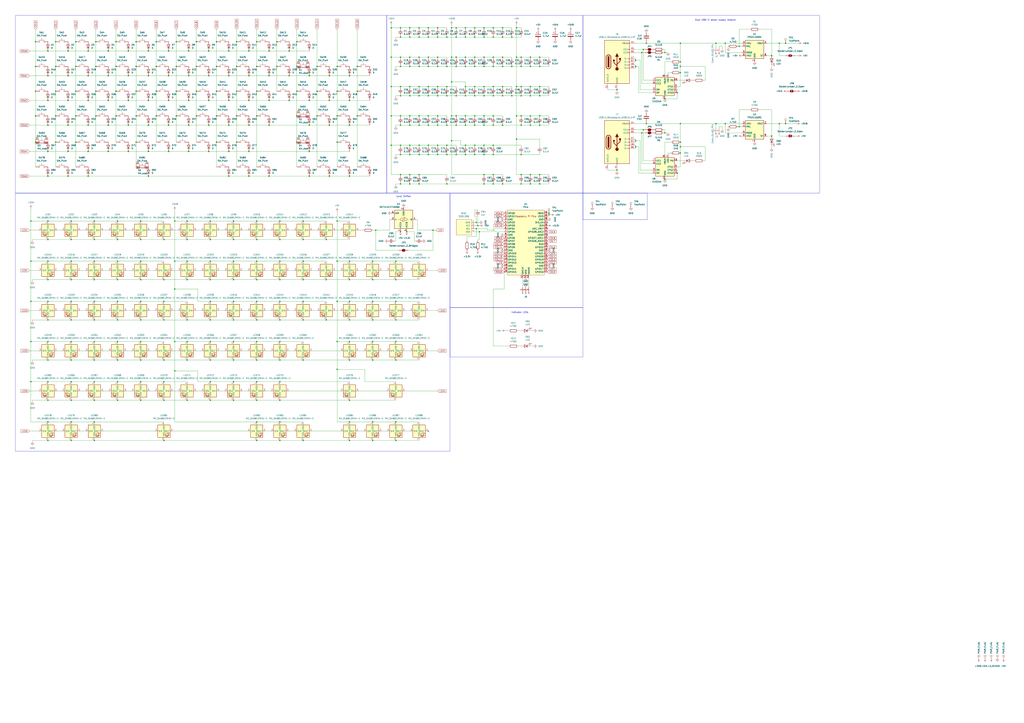
<source format=kicad_sch>
(kicad_sch (version 20250114) (generator "eeschema") (generator_version "9.0")
  (paper "A1")
  (title_block (title "Aniboard") (date "2025-02-02") (rev "v1.0") (company "Cyao") (comment 1 "https://github.com/cheyao/aniboard"))
  (rectangle (start 12.7 12.7) (end 317.5 158.75))
  (rectangle (start 12.7 158.75) (end 369.57 370.84))
  (rectangle (start 478.79 158.75) (end 531.622 180.594))
  (rectangle (start 317.5 12.7) (end 478.79 158.75))
  (rectangle (start 369.57 158.75) (end 478.79 252.73))
  (rectangle (start 478.79 12.7) (end 673.1 158.75))
  (rectangle (start 369.57 252.73) (end 478.79 293.37))
  (text "Dual USB-C power supply module" (at 587.502 16.51 0) (effects (font (size 1.27 1.27))))
  (text "Level Shifter" (at 331.47 161.544 0) (effects (font (size 1.27 1.27))))
  (text "Indicator LEDs" (at 426.974 256.794 0) (effects (font (size 1.27 1.27))))
  (junction (at 187.96 102.87))
  (junction (at 29.21 54.61))
  (junction (at 424.18 71.12))
  (junction (at 595.63 35.56))
  (junction (at 270.51 144.78))
  (junction (at 191.77 214.63))
  (junction (at 558.8 59.69))
  (junction (at 328.93 143.51))
  (junction (at 128.27 74.93))
  (junction (at 558.8 54.61))
  (junction (at 530.86 35.56))
  (junction (at 134.62 196.85))
  (junction (at 111.76 54.61))
  (junction (at 306.07 262.89))
  (junction (at 153.67 295.91))
  (junction (at 58.42 247.65))
  (junction (at 405.13 30.48))
  (junction (at 391.16 182.88))
  (junction (at 248.92 196.85))
  (junction (at 287.02 328.93))
  (junction (at 25.4 247.65))
  (junction (at 389.89 102.87))
  (junction (at 39.37 229.87))
  (junction (at 154.94 124.46))
  (junction (at 351.79 22.86))
  (junction (at 121.92 41.91))
  (junction (at 359.41 102.87))
  (junction (at 397.51 119.38))
  (junction (at 443.23 78.74))
  (junction (at 194.31 95.25))
  (junction (at 172.72 295.91))
  (junction (at 521.97 115.57))
  (junction (at 134.62 313.69))
  (junction (at 128.27 54.61))
  (junction (at 443.23 46.99))
  (junction (at 328.93 71.12))
  (junction (at 351.79 127))
  (junction (at 191.77 262.89))
  (junction (at 39.37 196.85))
  (junction (at 210.82 74.93))
  (junction (at 450.85 176.53))
  (junction (at 171.45 62.23))
  (junction (at 374.65 54.61))
  (junction (at 276.86 54.61))
  (junction (at 325.12 214.63))
  (junction (at 229.87 229.87))
  (junction (at 115.57 295.91))
  (junction (at 194.31 74.93))
  (junction (at 521.97 49.53))
  (junction (at 229.87 361.95))
  (junction (at 370.84 115.57))
  (junction (at 88.9 82.55))
  (junction (at 229.87 181.61))
  (junction (at 359.41 22.86))
  (junction (at 72.39 82.55))
  (junction (at 528.32 40.64))
  (junction (at 336.55 95.25))
  (junction (at 45.72 54.61))
  (junction (at 58.42 328.93))
  (junction (at 325.12 247.65))
  (junction (at 191.77 196.85))
  (junction (at 134.62 295.91))
  (junction (at 39.37 247.65))
  (junction (at 172.72 313.69))
  (junction (at 344.17 151.13))
  (junction (at 229.87 328.93))
  (junction (at 171.45 41.91))
  (junction (at 370.84 22.86))
  (junction (at 382.27 46.99))
  (junction (at 260.35 54.61))
  (junction (at 191.77 280.67))
  (junction (at 111.76 95.25))
  (junction (at 161.29 74.93))
  (junction (at 367.03 102.87))
  (junction (at 229.87 346.71))
  (junction (at 96.52 229.87))
  (junction (at 270.51 62.23))
  (junction (at 558.8 125.73))
  (junction (at 55.88 124.46))
  (junction (at 336.55 22.86))
  (junction (at 389.89 71.12))
  (junction (at 77.47 247.65))
  (junction (at 506.73 139.7))
  (junction (at 321.31 71.12))
  (junction (at 287.02 229.87))
  (junction (at 344.17 127))
  (junction (at 210.82 54.61))
  (junction (at 227.33 54.61))
  (junction (at 321.31 46.99))
  (junction (at 382.27 71.12))
  (junction (at 336.55 151.13))
  (junction (at 640.08 101.6))
  (junction (at 77.47 295.91))
  (junction (at 306.07 361.95))
  (junction (at 143.51 280.67))
  (junction (at 287.02 280.67))
  (junction (at 607.06 38.1))
  (junction (at 191.77 295.91))
  (junction (at 134.62 262.89))
  (junction (at 115.57 247.65))
  (junction (at 558.8 101.6))
  (junction (at 382.27 119.38))
  (junction (at 229.87 313.69))
  (junction (at 153.67 328.93))
  (junction (at 161.29 34.29))
  (junction (at 412.75 102.87))
  (junction (at 237.49 62.23))
  (junction (at 138.43 62.23))
  (junction (at 220.98 41.91))
  (junction (at 530.86 101.6))
  (junction (at 29.21 95.25))
  (junction (at 633.73 45.72))
  (junction (at 143.51 214.63))
  (junction (at 121.92 62.23))
  (junction (at 237.49 41.91))
  (junction (at 412.75 71.12))
  (junction (at 204.47 144.78))
  (junction (at 143.51 181.61))
  (junction (at 359.41 95.25))
  (junction (at 191.77 247.65))
  (junction (at 154.94 41.91))
  (junction (at 105.41 62.23))
  (junction (at 382.27 22.86))
  (junction (at 243.84 34.29))
  (junction (at 96.52 262.89))
  (junction (at 143.51 304.8))
  (junction (at 420.37 30.48))
  (junction (at 62.23 34.29))
  (junction (at 88.9 41.91))
  (junction (at 187.96 144.78))
  (junction (at 374.65 102.87))
  (junction (at 39.37 280.67))
  (junction (at 359.41 119.38))
  (junction (at 95.25 54.61))
  (junction (at 72.39 144.78))
  (junction (at 336.55 143.51))
  (junction (at 389.89 54.61))
  (junction (at 161.29 54.61))
  (junction (at 351.79 119.38))
  (junction (at 412.75 46.99))
  (junction (at 115.57 280.67))
  (junction (at 334.01 190.5))
  (junction (at 254 82.55))
  (junction (at 121.92 124.46))
  (junction (at 171.45 102.87))
  (junction (at 248.92 361.95))
  (junction (at 25.4 280.67))
  (junction (at 88.9 124.46))
  (junction (at 389.89 30.48))
  (junction (at 336.55 46.99))
  (junction (at 435.61 46.99))
  (junction (at 389.89 78.74))
  (junction (at 367.03 30.48))
  (junction (at 39.37 181.61))
  (junction (at 397.51 127))
  (junction (at 39.37 41.91))
  (junction (at 443.23 151.13))
  (junction (at 95.25 74.93))
  (junction (at 153.67 181.61))
  (junction (at 558.8 116.84))
  (junction (at 58.42 181.61))
  (junction (at 210.82 229.87))
  (junction (at 134.62 328.93))
  (junction (at 293.37 95.25))
  (junction (at 435.61 151.13))
  (junction (at 443.23 102.87))
  (junction (at 370.84 46.99))
  (junction (at 607.06 104.14))
  (junction (at 336.55 71.12))
  (junction (at 351.79 54.61))
  (junction (at 260.35 95.25))
  (junction (at 254 62.23))
  (junction (at 45.72 116.84))
  (junction (at 382.27 54.61))
  (junction (at 121.92 102.87))
  (junction (at 77.47 328.93))
  (junction (at 427.99 102.87))
  (junction (at 96.52 196.85))
  (junction (at 58.42 313.69))
  (junction (at 138.43 102.87))
  (junction (at 344.17 46.99))
  (junction (at 306.07 229.87))
  (junction (at 153.67 214.63))
  (junction (at 194.31 34.29))
  (junction (at 172.72 262.89))
  (junction (at 336.55 78.74))
  (junction (at 248.92 181.61))
  (junction (at 187.96 124.46))
  (junction (at 153.67 196.85))
  (junction (at 287.02 82.55))
  (junction (at 427.99 95.25))
  (junction (at 58.42 361.95))
  (junction (at 62.23 116.84))
  (junction (at 412.75 22.86))
  (junction (at 62.23 54.61))
  (junction (at 115.57 229.87))
  (junction (at 172.72 181.61))
  (junction (at 248.92 229.87))
  (junction (at 115.57 313.69))
  (junction (at 172.72 196.85))
  (junction (at 115.57 196.85))
  (junction (at 328.93 102.87))
  (junction (at 144.78 54.61))
  (junction (at 344.17 71.12))
  (junction (at 191.77 229.87))
  (junction (at 220.98 62.23))
  (junction (at 328.93 119.38))
  (junction (at 556.26 76.2))
  (junction (at 121.92 144.78))
  (junction (at 78.74 54.61))
  (junction (at 321.31 95.25))
  (junction (at 72.39 62.23))
  (junction (at 210.82 34.29))
  (junction (at 336.55 30.48))
  (junction (at 210.82 181.61))
  (junction (at 229.87 247.65))
  (junction (at 427.99 54.61))
  (junction (at 121.92 82.55))
  (junction (at 443.23 143.51))
  (junction (at 29.21 116.84))
  (junction (at 359.41 46.99))
  (junction (at 229.87 295.91))
  (junction (at 270.51 82.55))
  (junction (at 39.37 62.23))
  (junction (at 77.47 262.89))
  (junction (at 389.89 95.25))
  (junction (at 321.31 119.38))
  (junction (at 187.96 41.91))
  (junction (at 443.23 54.61))
  (junction (at 55.88 102.87))
  (junction (at 528.32 106.68))
  (junction (at 153.67 229.87))
  (junction (at 187.96 62.23))
  (junction (at 25.4 313.69))
  (junction (at 405.13 22.86))
  (junction (at 306.07 346.71))
  (junction (at 111.76 34.29))
  (junction (at 325.12 262.89))
  (junction (at 405.13 54.61))
  (junction (at 325.12 346.71))
  (junction (at 391.16 187.96))
  (junction (at 308.61 189.23))
  (junction (at 424.18 46.99))
  (junction (at 397.51 22.86))
  (junction (at 546.1 147.32))
  (junction (at 204.47 41.91))
  (junction (at 210.82 262.89))
  (junction (at 77.47 346.71))
  (junction (at 45.72 74.93))
  (junction (at 328.93 46.99))
  (junction (at 558.8 120.65))
  (junction (at 367.03 119.38))
  (junction (at 177.8 74.93))
  (junction (at 105.41 124.46))
  (junction (at 420.37 54.61))
  (junction (at 435.61 54.61))
  (junction (at 276.86 214.63))
  (junction (at 191.77 313.69))
  (junction (at 115.57 181.61))
  (junction (at 39.37 124.46))
  (junction (at 134.62 229.87))
  (junction (at 58.42 229.87))
  (junction (at 210.82 95.25))
  (junction (at 595.63 101.6))
  (junction (at 55.88 82.55))
  (junction (at 243.84 74.93))
  (junction (at 412.75 54.61))
  (junction (at 328.93 127))
  (junction (at 39.37 361.95))
  (junction (at 276.86 74.93))
  (junction (at 55.88 144.78))
  (junction (at 367.03 78.74))
  (junction (at 72.39 102.87))
  (junction (at 243.84 95.25))
  (junction (at 382.27 95.25))
  (junction (at 111.76 74.93))
  (junction (at 96.52 247.65))
  (junction (at 427.99 151.13))
  (junction (at 105.41 82.55))
  (junction (at 374.65 30.48))
  (junction (at 229.87 280.67))
  (junction (at 397.51 102.87))
  (junction (at 389.89 127))
  (junction (at 645.16 101.6))
  (junction (at 95.25 34.29))
  (junction (at 405.13 151.13))
  (junction (at 355.6 189.23))
  (junction (at 243.84 54.61))
  (junction (at 427.99 143.51))
  (junction (at 144.78 74.93))
  (junction (at 115.57 328.93))
  (junction (at 72.39 124.46))
  (junction (at 427.99 127))
  (junction (at 138.43 41.91))
  (junction (at 397.51 54.61))
  (junction (at 172.72 229.87))
  (junction (at 344.17 78.74))
  (junction (at 248.92 214.63))
  (junction (at 115.57 214.63))
  (junction (at 154.94 62.23))
  (junction (at 172.72 247.65))
  (junction (at 58.42 346.71))
  (junction (at 128.27 95.25))
  (junction (at 435.61 102.87))
  (junction (at 351.79 71.12))
  (junction (at 351.79 46.99))
  (junction (at 254 124.46))
  (junction (at 39.37 214.63))
  (junction (at 412.75 78.74))
  (junction (at 306.07 280.67))
  (junction (at 521.97 54.61))
  (junction (at 370.84 95.25))
  (junction (at 254 102.87))
  (junction (at 39.37 295.91))
  (junction (at 397.51 95.25))
  (junction (at 237.49 82.55))
  (junction (at 58.42 262.89))
  (junction (at 405.13 127))
  (junction (at 191.77 328.93))
  (junction (at 293.37 74.93))
  (junction (at 321.31 22.86))
  (junction (at 443.23 95.25))
  (junction (at 95.25 95.25))
  (junction (at 370.84 67.31))
  (junction (at 177.8 116.84))
  (junction (at 306.07 295.91))
  (junction (at 254 144.78))
  (junction (at 527.05 109.22))
  (junction (at 177.8 54.61))
  (junction (at 77.47 229.87))
  (junction (at 267.97 196.85))
  (junction (at 210.82 313.69))
  (junction (at 344.17 95.25))
  (junction (at 77.47 196.85))
  (junction (at 633.73 111.76))
  (junction (at 640.08 35.56))
  (junction (at 328.93 78.74))
  (junction (at 39.37 346.71))
  (junction (at 39.37 328.93))
  (junction (at 546.1 81.28))
  (junction (at 25.4 181.61))
  (junction (at 424.18 22.86))
  (junction (at 55.88 62.23))
  (junction (at 405.13 78.74))
  (junction (at 229.87 196.85))
  (junction (at 306.07 214.63))
  (junction (at 177.8 95.25))
  (junction (at 77.47 280.67))
  (junction (at 325.12 229.87))
  (junction (at 62.23 95.25))
  (junction (at 382.27 102.87))
  (junction (at 210.82 295.91))
  (junction (at 96.52 328.93))
  (junction (at 527.05 43.18))
  (junction (at 325.12 280.67))
  (junction (at 88.9 62.23))
  (junction (at 58.42 280.67))
  (junction (at 78.74 34.29))
  (junction (at 227.33 34.29))
  (junction (at 144.78 95.25))
  (junction (at 134.62 361.95))
  (junction (at 389.89 46.99))
  (junction (at 328.93 151.13))
  (junction (at 397.51 71.12))
  (junction (at 336.55 127))
  (junction (at 144.78 34.29))
  (junction (at 521.97 120.65))
  (junction (at 58.42 295.91))
  (junction (at 374.65 95.25))
  (junction (at 194.31 54.61))
  (junction (at 161.29 95.25))
  (junction (at 287.02 247.65))
  (junction (at 55.88 41.91))
  (junction (at 204.47 62.23))
  (junction (at 405.13 71.12))
  (junction (at 39.37 144.78))
  (junction (at 210.82 361.95))
  (junction (at 443.23 71.12))
  (junction (at 359.41 71.12))
  (junction (at 29.21 34.29))
  (junction (at 382.27 127))
  (junction (at 39.37 313.69))
  (junction (at 351.79 102.87))
  (junction (at 325.12 295.91))
  (junction (at 287.02 295.91))
  (junction (at 276.86 95.25))
  (junction (at 267.97 229.87))
  (junction (at 435.61 95.25))
  (junction (at 260.35 74.93))
  (junction (at 96.52 313.69))
  (junction (at 351.79 78.74))
  (junction (at 78.74 95.25))
  (junction (at 506.73 73.66))
  (junction (at 194.31 116.84))
  (junction (at 105.41 102.87))
  (junction (at 424.18 114.3))
  (junction (at 382.27 78.74))
  (junction (at 389.89 22.86))
  (junction (at 344.17 143.51))
  (junction (at 325.12 361.95))
  (junction (at 229.87 262.89))
  (junction (at 276.86 280.67))
  (junction (at 344.17 119.38))
  (junction (at 367.03 71.12))
  (junction (at 367.03 54.61))
  (junction (at 287.02 102.87))
  (junction (at 96.52 280.67))
  (junction (at 204.47 124.46))
  (junction (at 111.76 116.84))
  (junction (at 134.62 247.65))
  (junction (at 270.51 102.87))
  (junction (at 393.7 190.5))
  (junction (at 45.72 34.29))
  (junction (at 435.61 78.74))
  (junction (at 187.96 82.55))
  (junction (at 412.75 151.13))
  (junction (at 29.21 74.93))
  (junction (at 154.94 102.87))
  (junction (at 62.23 74.93))
  (junction (at 397.51 46.99))
  (junction (at 359.41 54.61))
  (junction (at 397.51 78.74))
  (junction (at 344.17 54.61))
  (junction (at 204.47 102.87))
  (junction (at 389.89 119.38))
  (junction (at 210.82 196.85))
  (junction (at 405.13 102.87))
  (junction (at 397.51 151.13))
  (junction (at 374.65 127))
  (junction (at 276.86 247.65))
  (junction (at 546.1 43.18))
  (junction (at 287.02 361.95))
  (junction (at 392.43 185.42))
  (junction (at 58.42 196.85))
  (junction (at 172.72 214.63))
  (junction (at 374.65 22.86))
  (junction (at 328.93 54.61))
  (junction (at 154.94 82.55))
  (junction (at 374.65 78.74))
  (junction (at 210.82 280.67))
  (junction (at 287.02 262.89))
  (junction (at 220.98 102.87))
  (junction (at 405.13 143.51))
  (junction (at 588.01 35.56))
  (junction (at 424.18 95.25))
  (junction (at 645.16 35.56))
  (junction (at 287.02 346.71))
  (junction (at 72.39 41.91))
  (junction (at 248.92 247.65))
  (junction (at 420.37 78.74))
  (junction (at 336.55 102.87))
  (junction (at 153.67 280.67))
  (junction (at 359.41 78.74))
  (junction (at 143.51 237.49))
  (junction (at 382.27 30.48))
  (junction (at 39.37 82.55))
  (junction (at 210.82 247.65))
  (junction (at 328.93 30.48))
  (junction (at 405.13 46.99))
  (junction (at 287.02 62.23))
  (junction (at 45.72 95.25))
  (junction (at 328.93 22.86))
  (junction (at 138.43 82.55))
  (junction (at 77.47 313.69))
  (junction (at 115.57 262.89))
  (junction (at 287.02 214.63))
  (junction (at 220.98 82.55))
  (junction (at 267.97 262.89))
  (junction (at 276.86 116.84))
  (junction (at 328.93 95.25))
  (junction (at 397.51 143.51))
  (junction (at 367.03 127))
  (junction (at 405.13 119.38))
  (junction (at 25.4 214.63))
  (junction (at 435.61 143.51))
  (junction (at 405.13 95.25))
  (junction (at 306.07 247.65))
  (junction (at 359.41 30.48))
  (junction (at 351.79 95.25))
  (junction (at 171.45 124.46))
  (junction (at 172.72 280.67))
  (junction (at 374.65 46.99))
  (junction (at 367.03 151.13))
  (junction (at 248.92 295.91))
  (junction (at 229.87 214.63))
  (junction (at 128.27 34.29))
  (junction (at 427.99 71.12))
  (junction (at 153.67 262.89))
  (junction (at 220.98 144.78))
  (junction (at 351.79 30.48))
  (junction (at 210.82 328.93))
  (junction (at 78.74 74.93))
  (junction (at 96.52 295.91))
  (junction (at 88.9 102.87))
  (junction (at 77.47 361.95))
  (junction (at 435.61 71.12))
  (junction (at 558.8 35.56))
  (junction (at 96.52 214.63))
  (junction (at 412.75 30.48))
  (junction (at 556.26 142.24))
  (junction (at 204.47 82.55))
  (junction (at 344.17 22.86))
  (junction (at 210.82 346.71))
  (junction (at 177.8 34.29))
  (junction (at 276.86 181.61))
  (junction (at 191.77 181.61))
  (junction (at 328.93 190.5))
  (junction (at 558.8 50.8))
  (junction (at 138.43 124.46))
  (junction (at 39.37 102.87))
  (junction (at 427.99 46.99))
  (junction (at 427.99 78.74))
  (junction (at 344.17 102.87))
  (junction (at 248.92 262.89))
  (junction (at 276.86 303.53))
  (junction (at 397.51 30.48))
  (junction (at 96.52 181.61))
  (junction (at 588.01 101.6))
  (junction (at 77.47 181.61))
  (junction (at 450.85 175.26))
  (junction (at 546.1 109.22))
  (junction (at 344.17 30.48))
  (junction (at 210.82 214.63))
  (junction (at 39.37 262.89))
  (junction (at 359.41 127))
  (junction (at 171.45 82.55))
  (junction (at 336.55 54.61))
  (junction (at 293.37 54.61))
  (junction (at 58.42 214.63))
  (junction (at 336.55 119.38))
  (junction (at 243.84 116.84))
  (junction (at 172.72 328.93))
  (junction (at 287.02 144.78))
  (junction (at 105.41 41.91))
  (junction (at 77.47 214.63))
  (no_connect (at 449.58 187.96))
  (no_connect (at 351.79 354.33))
  (no_connect (at 449.58 182.88))
  (no_connect (at 449.58 193.04))
  (no_connect (at 449.58 200.66))
  (wire (pts (xy 344.17 120.65) (xy 344.17 119.38)))
  (wire (pts (xy 144.78 34.29) (xy 144.78 54.61)))
  (wire (pts (xy 161.29 288.29) (xy 165.1 288.29)))
  (wire (pts (xy 556.26 142.24) (xy 556.26 147.32)))
  (wire (pts (xy 420.37 46.99) (xy 412.75 46.99)))
  (wire (pts (xy 370.84 115.57) (xy 370.84 143.51)))
  (wire (pts (xy 24.13 62.23) (xy 39.37 62.23)))
  (wire (pts (xy 161.29 54.61) (xy 161.29 74.93)))
  (wire (pts (xy 328.93 127) (xy 328.93 125.73)))
  (wire (pts (xy 328.93 30.48) (xy 328.93 29.21)))
  (wire (pts (xy 530.86 34.29) (xy 530.86 35.56)))
  (wire (pts (xy 115.57 295.91) (xy 134.62 295.91)))
  (wire (pts (xy 39.37 346.71) (xy 58.42 346.71)))
  (wire (pts (xy 391.16 182.88) (xy 393.7 182.88)))
  (wire (pts (xy 172.72 280.67) (xy 191.77 280.67)))
  (wire (pts (xy 229.87 229.87) (xy 248.92 229.87)))
  (wire (pts (xy 220.98 41.91) (xy 237.49 41.91)))
  (wire (pts (xy 607.06 90.17) (xy 607.06 104.14)))
  (wire (pts (xy 325.12 31.75) (xy 325.12 30.48)))
  (wire (pts (xy 351.79 22.86) (xy 344.17 22.86)))
  (wire (pts (xy 609.6 109.22) (xy 595.63 109.22)))
  (wire (pts (xy 29.21 74.93) (xy 29.21 95.25)))
  (wire (pts (xy 652.78 45.72) (xy 655.32 45.72)))
  (wire (pts (xy 615.95 24.13) (xy 607.06 24.13)))
  (wire (pts (xy 229.87 181.61) (xy 248.92 181.61)))
  (wire (pts (xy 276.86 247.65) (xy 287.02 247.65)))
  (wire (pts (xy 325.12 190.5) (xy 328.93 190.5)))
  (wire (pts (xy 267.97 196.85) (xy 287.02 196.85)))
  (wire (pts (xy 287.02 346.71) (xy 306.07 346.71)))
  (wire (pts (xy 26.67 262.89) (xy 39.37 262.89)))
  (wire (pts (xy 325.12 262.89) (xy 344.17 262.89)))
  (wire (pts (xy 39.37 82.55) (xy 55.88 82.55)))
  (wire (pts (xy 143.51 181.61) (xy 143.51 214.63)))
  (wire (pts (xy 374.65 71.12) (xy 367.03 71.12)))
  (wire (pts (xy 389.89 177.8) (xy 389.89 172.72)))
  (wire (pts (xy 121.92 41.91) (xy 138.43 41.91)))
  (wire (pts (xy 598.17 39.37) (xy 598.17 38.1)))
  (wire (pts (xy 39.37 280.67) (xy 58.42 280.67)))
  (wire (pts (xy 374.65 72.39) (xy 374.65 71.12)))
  (wire (pts (xy 115.57 280.67) (xy 134.62 280.67)))
  (wire (pts (xy 558.8 54.61) (xy 558.8 59.69)))
  (wire (pts (xy 66.04 255.27) (xy 69.85 255.27)))
  (wire (pts (xy 306.07 346.71) (xy 325.12 346.71)))
  (wire (pts (xy 595.63 109.22) (xy 595.63 101.6)))
  (wire (pts (xy 429.26 228.6) (xy 429.26 236.22)))
  (wire (pts (xy 336.55 53.34) (xy 336.55 54.61)))
  (wire (pts (xy 615.95 90.17) (xy 607.06 90.17)))
  (wire (pts (xy 392.43 185.42) (xy 393.7 185.42)))
  (wire (pts (xy 412.75 29.21) (xy 412.75 30.48)))
  (wire (pts (xy 26.67 264.16) (xy 26.67 262.89)))
  (wire (pts (xy 72.39 62.23) (xy 88.9 62.23)))
  (wire (pts (xy 210.82 247.65) (xy 229.87 247.65)))
  (wire (pts (xy 143.51 214.63) (xy 153.67 214.63)))
  (wire (pts (xy 325.12 78.74) (xy 328.93 78.74)))
  (wire (pts (xy 382.27 30.48) (xy 374.65 30.48)))
  (wire (pts (xy 66.04 321.31) (xy 69.85 321.31)))
  (wire (pts (xy 405.13 151.13) (xy 412.75 151.13)))
  (wire (pts (xy 115.57 262.89) (xy 134.62 262.89)))
  (wire (pts (xy 389.89 95.25) (xy 382.27 95.25)))
  (wire (pts (xy 287.02 62.23) (xy 303.53 62.23)))
  (wire (pts (xy 204.47 102.87) (xy 220.98 102.87)))
  (wire (pts (xy 397.51 24.13) (xy 397.51 22.86)))
  (wire (pts (xy 39.37 262.89) (xy 58.42 262.89)))
  (wire (pts (xy 29.21 54.61) (xy 29.21 74.93)))
  (wire (pts (xy 162.56 247.65) (xy 162.56 237.49)))
  (wire (pts (xy 46.99 354.33) (xy 50.8 354.33)))
  (wire (pts (xy 370.84 95.25) (xy 370.84 115.57)))
  (wire (pts (xy 521.97 53.34) (xy 521.97 54.61)))
  (wire (pts (xy 39.37 62.23) (xy 55.88 62.23)))
  (wire (pts (xy 344.17 96.52) (xy 344.17 95.25)))
  (wire (pts (xy 328.93 119.38) (xy 328.93 120.65)))
  (wire (pts (xy 142.24 354.33) (xy 203.2 354.33)))
  (wire (pts (xy 55.88 102.87) (xy 72.39 102.87)))
  (wire (pts (xy 45.72 116.84) (xy 45.72 137.16)))
  (wire (pts (xy 443.23 96.52) (xy 443.23 95.25)))
  (wire (pts (xy 142.24 288.29) (xy 146.05 288.29)))
  (wire (pts (xy 95.25 74.93) (xy 95.25 95.25)))
  (wire (pts (xy 359.41 71.12) (xy 351.79 71.12)))
  (wire (pts (xy 24.13 189.23) (xy 31.75 189.23)))
  (wire (pts (xy 72.39 41.91) (xy 88.9 41.91)))
  (wire (pts (xy 424.18 20.32) (xy 424.18 22.86)))
  (wire (pts (xy 26.67 231.14) (xy 26.67 229.87)))
  (wire (pts (xy 227.33 54.61) (xy 227.33 74.93)))
  (wire (pts (xy 344.17 144.78) (xy 344.17 143.51)))
  (wire (pts (xy 450.85 53.34) (xy 450.85 54.61)))
  (wire (pts (xy 425.45 271.78) (xy 427.99 271.78)))
  (wire (pts (xy 220.98 102.87) (xy 254 102.87)))
  (wire (pts (xy 62.23 95.25) (xy 62.23 116.84)))
  (wire (pts (xy 424.18 95.25) (xy 427.99 95.25)))
  (wire (pts (xy 450.85 48.26) (xy 450.85 46.99)))
  (wire (pts (xy 276.86 214.63) (xy 287.02 214.63)))
  (wire (pts (xy 39.37 313.69) (xy 58.42 313.69)))
  (wire (pts (xy 220.98 82.55) (xy 237.49 82.55)))
  (wire (pts (xy 435.61 284.48) (xy 438.15 284.48)))
  (wire (pts (xy 210.82 74.93) (xy 210.82 95.25)))
  (wire (pts (xy 172.72 262.89) (xy 191.77 262.89)))
  (wire (pts (xy 199.39 255.27) (xy 203.2 255.27)))
  (wire (pts (xy 336.55 151.13) (xy 344.17 151.13)))
  (wire (pts (xy 412.75 46.99) (xy 405.13 46.99)))
  (wire (pts (xy 328.93 78.74) (xy 328.93 77.47)))
  (wire (pts (xy 142.24 222.25) (xy 146.05 222.25)))
  (wire (pts (xy 344.17 102.87) (xy 344.17 101.6)))
  (wire (pts (xy 144.78 54.61) (xy 144.78 74.93)))
  (wire (pts (xy 111.76 116.84) (xy 111.76 137.16)))
  (wire (pts (xy 62.23 34.29) (xy 62.23 54.61)))
  (wire (pts (xy 248.92 247.65) (xy 267.97 247.65)))
  (wire (pts (xy 521.97 115.57) (xy 525.78 115.57)))
  (wire (pts (xy 191.77 181.61) (xy 210.82 181.61)))
  (wire (pts (xy 367.03 144.78) (xy 367.03 143.51)))
  (wire (pts (xy 588.01 35.56) (xy 595.63 35.56)))
  (wire (pts (xy 397.51 48.26) (xy 397.51 46.99)))
  (wire (pts (xy 58.42 346.71) (xy 77.47 346.71)))
  (wire (pts (xy 320.04 180.34) (xy 321.31 180.34)))
  (wire (pts (xy 313.69 255.27) (xy 317.5 255.27)))
  (wire (pts (xy 359.41 24.13) (xy 359.41 22.86)))
  (wire (pts (xy 351.79 78.74) (xy 344.17 78.74)))
  (wire (pts (xy 26.67 198.12) (xy 26.67 196.85)))
  (wire (pts (xy 521.97 49.53) (xy 521.97 50.8)))
  (wire (pts (xy 121.92 124.46) (xy 138.43 124.46)))
  (wire (pts (xy 55.88 41.91) (xy 72.39 41.91)))
  (wire (pts (xy 342.9 189.23) (xy 342.9 180.34)))
  (wire (pts (xy 344.17 30.48) (xy 344.17 29.21)))
  (wire (pts (xy 154.94 82.55) (xy 171.45 82.55)))
  (wire (pts (xy 172.72 247.65) (xy 191.77 247.65)))
  (wire (pts (xy 367.03 24.13) (xy 367.03 22.86)))
  (wire (pts (xy 405.13 78.74) (xy 405.13 77.47)))
  (wire (pts (xy 370.84 20.32) (xy 370.84 22.86)))
  (wire (pts (xy 276.86 303.53) (xy 276.86 346.71)))
  (wire (pts (xy 85.09 288.29) (xy 88.9 288.29)))
  (wire (pts (xy 153.67 280.67) (xy 172.72 280.67)))
  (wire (pts (xy 435.61 72.39) (xy 435.61 71.12)))
  (wire (pts (xy 443.23 101.6) (xy 443.23 102.87)))
  (wire (pts (xy 218.44 255.27) (xy 222.25 255.27)))
  (wire (pts (xy 556.26 132.08) (xy 561.34 132.08)))
  (wire (pts (xy 210.82 313.69) (xy 229.87 313.69)))
  (wire (pts (xy 325.12 30.48) (xy 328.93 30.48)))
  (wire (pts (xy 325.12 280.67) (xy 344.17 280.67)))
  (wire (pts (xy 412.75 54.61) (xy 420.37 54.61)))
  (wire (pts (xy 24.13 102.87) (xy 39.37 102.87)))
  (wire (pts (xy 521.97 54.61) (xy 521.97 55.88)))
  (wire (pts (xy 391.16 182.88) (xy 391.16 177.8)))
  (wire (pts (xy 544.83 106.68) (xy 546.1 106.68)))
  (wire (pts (xy 530.86 101.6) (xy 521.97 101.6)))
  (wire (pts (xy 427.99 78.74) (xy 435.61 78.74)))
  (wire (pts (xy 389.89 46.99) (xy 382.27 46.99)))
  (wire (pts (xy 194.31 54.61) (xy 194.31 74.93)))
  (wire (pts (xy 527.05 109.22) (xy 527.05 134.62)))
  (wire (pts (xy 558.8 35.56) (xy 558.8 50.8)))
  (wire (pts (xy 391.16 187.96) (xy 400.05 187.96)))
  (wire (pts (xy 25.4 346.71) (xy 39.37 346.71)))
  (wire (pts (xy 128.27 74.93) (xy 128.27 95.25)))
  (wire (pts (xy 161.29 255.27) (xy 165.1 255.27)))
  (wire (pts (xy 351.79 127) (xy 344.17 127)))
  (wire (pts (xy 332.74 321.31) (xy 359.41 321.31)))
  (wire (pts (xy 420.37 71.12) (xy 412.75 71.12)))
  (wire (pts (xy 344.17 54.61) (xy 344.17 53.34)))
  (wire (pts (xy 412.75 149.86) (xy 412.75 151.13)))
  (wire (pts (xy 389.89 78.74) (xy 389.89 77.47)))
  (wire (pts (xy 293.37 74.93) (xy 293.37 95.25)))
  (wire (pts (xy 397.51 102.87) (xy 389.89 102.87)))
  (wire (pts (xy 367.03 78.74) (xy 374.65 78.74)))
  (wire (pts (xy 58.42 313.69) (xy 77.47 313.69)))
  (wire (pts (xy 293.37 54.61) (xy 293.37 74.93)))
  (wire (pts (xy 45.72 95.25) (xy 45.72 116.84)))
  (wire (pts (xy 218.44 189.23) (xy 222.25 189.23)))
  (wire (pts (xy 367.03 78.74) (xy 359.41 78.74)))
  (wire (pts (xy 367.03 119.38) (xy 374.65 119.38)))
  (wire (pts (xy 260.35 54.61) (xy 260.35 74.93)))
  (wire (pts (xy 382.27 77.47) (xy 382.27 78.74)))
  (wire (pts (xy 336.55 77.47) (xy 336.55 78.74)))
  (wire (pts (xy 412.75 24.13) (xy 412.75 22.86)))
  (wire (pts (xy 191.77 247.65) (xy 210.82 247.65)))
  (wire (pts (xy 267.97 229.87) (xy 287.02 229.87)))
  (wire (pts (xy 607.06 104.14) (xy 609.6 104.14)))
  (wire (pts (xy 204.47 124.46) (xy 254 124.46)))
  (wire (pts (xy 194.31 116.84) (xy 194.31 137.16)))
  (wire (pts (xy 336.55 29.21) (xy 336.55 30.48)))
  (wire (pts (xy 412.75 22.86) (xy 405.13 22.86)))
  (wire (pts (xy 397.51 151.13) (xy 405.13 151.13)))
  (wire (pts (xy 95.25 54.61) (xy 95.25 74.93)))
  (wire (pts (xy 210.82 328.93) (xy 229.87 328.93)))
  (wire (pts (xy 187.96 144.78) (xy 204.47 144.78)))
  (wire (pts (xy 405.13 72.39) (xy 405.13 71.12)))
  (wire (pts (xy 121.92 82.55) (xy 138.43 82.55)))
  (wire (pts (xy 405.13 30.48) (xy 405.13 29.21)))
  (wire (pts (xy 294.64 321.31) (xy 317.5 321.31)))
  (wire (pts (xy 359.41 30.48) (xy 359.41 29.21)))
  (wire (pts (xy 374.65 120.65) (xy 374.65 119.38)))
  (wire (pts (xy 443.23 71.12) (xy 450.85 71.12)))
  (wire (pts (xy 270.51 144.78) (xy 287.02 144.78)))
  (wire (pts (xy 382.27 119.38) (xy 378.46 119.38)))
  (wire (pts (xy 367.03 54.61) (xy 359.41 54.61)))
  (wire (pts (xy 325.12 127) (xy 328.93 127)))
  (wire (pts (xy 336.55 46.99) (xy 328.93 46.99)))
  (wire (pts (xy 325.12 104.14) (xy 325.12 102.87)))
  (wire (pts (xy 425.45 284.48) (xy 427.99 284.48)))
  (wire (pts (xy 351.79 255.27) (xy 359.41 255.27)))
  (wire (pts (xy 405.13 284.48) (xy 417.83 284.48)))
  (wire (pts (xy 254 62.23) (xy 270.51 62.23)))
  (wire (pts (xy 389.89 54.61) (xy 389.89 53.34)))
  (wire (pts (xy 546.1 43.18) (xy 544.83 43.18)))
  (wire (pts (xy 153.67 295.91) (xy 172.72 295.91)))
  (wire (pts (xy 172.72 328.93) (xy 191.77 328.93)))
  (wire (pts (xy 218.44 288.29) (xy 222.25 288.29)))
  (wire (pts (xy 435.61 151.13) (xy 443.23 151.13)))
  (wire (pts (xy 579.12 66.04) (xy 579.12 54.61)))
  (wire (pts (xy 229.87 313.69) (xy 287.02 313.69)))
  (wire (pts (xy 105.41 41.91) (xy 121.92 41.91)))
  (wire (pts (xy 405.13 48.26) (xy 405.13 46.99)))
  (wire (pts (xy 143.51 346.71) (xy 210.82 346.71)))
  (wire (pts (xy 46.99 321.31) (xy 50.8 321.31)))
  (wire (pts (xy 25.4 247.65) (xy 39.37 247.65)))
  (wire (pts (xy 46.99 288.29) (xy 50.8 288.29)))
  (wire (pts (xy 25.4 181.61) (xy 39.37 181.61)))
  (wire (pts (xy 342.9 180.34) (xy 341.63 180.34)))
  (wire (pts (xy 558.8 137.16) (xy 556.26 137.16)))
  (wire (pts (xy 229.87 214.63) (xy 248.92 214.63)))
  (wire (pts (xy 39.37 229.87) (xy 58.42 229.87)))
  (wire (pts (xy 397.51 120.65) (xy 397.51 119.38)))
  (wire (pts (xy 220.98 62.23) (xy 237.49 62.23)))
  (wire (pts (xy 424.18 46.99) (xy 424.18 71.12)))
  (wire (pts (xy 142.24 255.27) (xy 146.05 255.27)))
  (wire (pts (xy 590.55 104.14) (xy 593.09 104.14)))
  (wire (pts (xy 335.28 205.74) (xy 355.6 205.74)))
  (wire (pts (xy 351.79 30.48) (xy 359.41 30.48)))
  (wire (pts (xy 367.03 119.38) (xy 359.41 119.38)))
  (wire (pts (xy 427.99 48.26) (xy 427.99 46.99)))
  (wire (pts (xy 593.09 106.68) (xy 593.09 104.14)))
  (wire (pts (xy 123.19 255.27) (xy 127 255.27)))
  (wire (pts (xy 558.8 35.56) (xy 530.86 35.56)))
  (wire (pts (xy 336.55 127) (xy 328.93 127)))
  (wire (pts (xy 256.54 189.23) (xy 260.35 189.23)))
  (wire (pts (xy 191.77 328.93) (xy 210.82 328.93)))
  (wire (pts (xy 323.85 198.12) (xy 325.12 198.12)))
  (wire (pts (xy 276.86 54.61) (xy 276.86 74.93)))
  (wire (pts (xy 506.73 140.97) (xy 506.73 139.7)))
  (wire (pts (xy 435.61 95.25) (xy 443.23 95.25)))
  (wire (pts (xy 382.27 102.87) (xy 389.89 102.87)))
  (wire (pts (xy 171.45 41.91) (xy 187.96 41.91)))
  (wire (pts (xy 359.41 127) (xy 359.41 125.73)))
  (wire (pts (xy 389.89 185.42) (xy 392.43 185.42)))
  (wire (pts (xy 58.42 196.85) (xy 77.47 196.85)))
  (wire (pts (xy 29.21 95.25) (xy 29.21 116.84)))
  (wire (pts (xy 370.84 46.99) (xy 374.65 46.99)))
  (wire (pts (xy 521.97 120.65) (xy 521.97 121.92)))
  (wire (pts (xy 389.89 119.38) (xy 382.27 119.38)))
  (wire (pts (xy 443.23 102.87) (xy 450.85 102.87)))
  (wire (pts (xy 336.55 151.13) (xy 328.93 151.13)))
  (wire (pts (xy 558.8 101.6) (xy 530.86 101.6)))
  (wire (pts (xy 389.89 30.48) (xy 389.89 29.21)))
  (wire (pts (xy 374.65 96.52) (xy 374.65 95.25)))
  (wire (pts (xy 435.61 271.78) (xy 438.15 271.78)))
  (wire (pts (xy 344.17 119.38) (xy 336.55 119.38)))
  (wire (pts (xy 427.99 125.73) (xy 427.99 127)))
  (wire (pts (xy 434.34 236.22) (xy 434.34 228.6)))
  (wire (pts (xy 328.93 143.51) (xy 336.55 143.51)))
  (wire (pts (xy 405.13 187.96) (xy 405.13 190.5)))
  (wire (pts (xy 397.51 54.61) (xy 389.89 54.61)))
  (wire (pts (xy 424.18 22.86) (xy 424.18 46.99)))
  (wire (pts (xy 420.37 48.26) (xy 420.37 46.99)))
  (wire (pts (xy 210.82 295.91) (xy 229.87 295.91)))
  (wire (pts (xy 351.79 48.26) (xy 351.79 46.99)))
  (wire (pts (xy 26.67 363.22) (xy 26.67 361.95)))
  (wire (pts (xy 443.23 143.51) (xy 450.85 143.51)))
  (wire (pts (xy 412.75 102.87) (xy 427.99 102.87)))
  (wire (pts (xy 558.8 59.69) (xy 558.8 71.12)))
  (wire (pts (xy 521.97 114.3) (xy 521.97 115.57)))
  (wire (pts (xy 26.67 330.2) (xy 26.67 328.93)))
  (wire (pts (xy 210.82 95.25) (xy 210.82 137.16)))
  (wire (pts (xy 412.75 101.6) (xy 412.75 102.87)))
  (wire (pts (xy 134.62 229.87) (xy 153.67 229.87)))
  (wire (pts (xy 325.12 313.69) (xy 299.72 313.69)))
  (wire (pts (xy 327.66 205.74) (xy 308.61 205.74)))
  (wire (pts (xy 336.55 22.86) (xy 328.93 22.86)))
  (wire (pts (xy 351.79 71.12) (xy 344.17 71.12)))
  (wire (pts (xy 26.67 328.93) (xy 39.37 328.93)))
  (wire (pts (xy 412.75 95.25) (xy 405.13 95.25)))
  (wire (pts (xy 450.85 175.26) (xy 450.85 176.53)))
  (wire (pts (xy 325.12 80.01) (xy 325.12 78.74)))
  (wire (pts (xy 308.61 189.23) (xy 306.07 189.23)))
  (wire (pts (xy 530.86 35.56) (xy 521.97 35.56)))
  (wire (pts (xy 414.02 187.96) (xy 405.13 187.96)))
  (wire (pts (xy 78.74 24.13) (xy 78.74 34.29)))
  (wire (pts (xy 88.9 102.87) (xy 105.41 102.87)))
  (wire (pts (xy 134.62 361.95) (xy 210.82 361.95)))
  (wire (pts (xy 229.87 247.65) (xy 248.92 247.65)))
  (wire (pts (xy 24.13 321.31) (xy 31.75 321.31)))
  (wire (pts (xy 521.97 120.65) (xy 524.51 120.65)))
  (wire (pts (xy 287.02 82.55) (xy 303.53 82.55)))
  (wire (pts (xy 104.14 255.27) (xy 107.95 255.27)))
  (wire (pts (xy 443.23 151.13) (xy 450.85 151.13)))
  (wire (pts (xy 367.03 30.48) (xy 374.65 30.48)))
  (wire (pts (xy 85.09 255.27) (xy 88.9 255.27)))
  (wire (pts (xy 58.42 214.63) (xy 77.47 214.63)))
  (wire (pts (xy 435.61 46.99) (xy 427.99 46.99)))
  (wire (pts (xy 558.8 101.6) (xy 558.8 116.84)))
  (wire (pts (xy 96.52 313.69) (xy 115.57 313.69)))
  (wire (pts (xy 336.55 78.74) (xy 328.93 78.74)))
  (wire (pts (xy 237.49 222.25) (xy 241.3 222.25)))
  (wire (pts (xy 256.54 288.29) (xy 279.4 288.29)))
  (wire (pts (xy 138.43 82.55) (xy 154.94 82.55)))
  (wire (pts (xy 267.97 262.89) (xy 287.02 262.89)))
  (wire (pts (xy 590.55 104.14) (xy 590.55 105.41)))
  (wire (pts (xy 306.07 214.63) (xy 325.12 214.63)))
  (wire (pts (xy 527.05 68.58) (xy 535.94 68.58)))
  (wire (pts (xy 336.55 71.12) (xy 328.93 71.12)))
  (wire (pts (xy 521.97 115.57) (xy 521.97 116.84)))
  (wire (pts (xy 121.92 102.87) (xy 138.43 102.87)))
  (wire (pts (xy 443.23 114.3) (xy 443.23 120.65)))
  (wire (pts (xy 452.12 176.53) (xy 450.85 176.53)))
  (wire (pts (xy 276.86 181.61) (xy 276.86 214.63)))
  (wire (pts (xy 412.75 77.47) (xy 412.75 78.74)))
  (wire (pts (xy 138.43 62.23) (xy 154.94 62.23)))
  (wire (pts (xy 287.02 102.87) (xy 303.53 102.87)))
  (wire (pts (xy 191.77 280.67) (xy 210.82 280.67)))
  (wire (pts (xy 443.23 114.3) (xy 424.18 114.3)))
  (wire (pts (xy 528.32 40.64) (xy 529.59 40.64)))
  (wire (pts (xy 172.72 313.69) (xy 191.77 313.69)))
  (wire (pts (xy 39.37 361.95) (xy 58.42 361.95)))
  (wire (pts (xy 180.34 189.23) (xy 184.15 189.23)))
  (wire (pts (xy 367.03 77.47) (xy 367.03 78.74)))
  (wire (pts (xy 546.1 116.84) (xy 546.1 127)))
  (wire (pts (xy 29.21 24.13) (xy 29.21 34.29)))
  (wire (pts (xy 435.61 144.78) (xy 435.61 143.51)))
  (wire (pts (xy 344.17 22.86) (xy 336.55 22.86)))
  (wire (pts (xy 443.23 53.34) (xy 443.23 54.61)))
  (wire (pts (xy 248.92 295.91) (xy 287.02 295.91)))
  (wire (pts (xy 275.59 189.23) (xy 279.4 189.23)))
  (wire (pts (xy 276.86 74.93) (xy 276.86 95.25)))
  (wire (pts (xy 405.13 120.65) (xy 405.13 119.38)))
  (wire (pts (xy 172.72 214.63) (xy 191.77 214.63)))
  (wire (pts (xy 111.76 24.13) (xy 111.76 34.29)))
  (wire (pts (xy 374.65 48.26) (xy 374.65 46.99)))
  (wire (pts (xy 412.75 30.48) (xy 405.13 30.48)))
  (wire (pts (xy 336.55 101.6) (xy 336.55 102.87)))
  (wire (pts (xy 77.47 295.91) (xy 96.52 295.91)))
  (wire (pts (xy 220.98 144.78) (xy 254 144.78)))
  (wire (pts (xy 405.13 144.78) (xy 405.13 143.51)))
  (wire (pts (xy 595.63 35.56) (xy 609.6 35.56)))
  (wire (pts (xy 351.79 102.87) (xy 359.41 102.87)))
  (wire (pts (xy 344.17 24.13) (xy 344.17 22.86)))
  (wire (pts (xy 294.64 255.27) (xy 298.45 255.27)))
  (wire (pts (xy 313.69 222.25) (xy 317.5 222.25)))
  (wire (pts (xy 367.03 102.87) (xy 374.65 102.87)))
  (wire (pts (xy 558.8 101.6) (xy 588.01 101.6)))
  (wire (pts (xy 218.44 222.25) (xy 222.25 222.25)))
  (wire (pts (xy 427.99 46.99) (xy 424.18 46.99)))
  (wire (pts (xy 391.16 177.8) (xy 389.89 177.8)))
  (wire (pts (xy 328.93 71.12) (xy 328.93 72.39)))
  (wire (pts (xy 62.23 24.13) (xy 62.23 34.29)))
  (wire (pts (xy 227.33 24.13) (xy 227.33 34.29)))
  (wire (pts (xy 325.12 198.12) (xy 325.12 190.5)))
  (wire (pts (xy 96.52 328.93) (xy 115.57 328.93)))
  (wire (pts (xy 96.52 280.67) (xy 115.57 280.67)))
  (wire (pts (xy 351.79 78.74) (xy 359.41 78.74)))
  (wire (pts (xy 293.37 24.13) (xy 293.37 54.61)))
  (wire (pts (xy 138.43 124.46) (xy 154.94 124.46)))
  (wire (pts (xy 306.07 280.67) (xy 325.12 280.67)))
  (wire (pts (xy 435.61 102.87) (xy 443.23 102.87)))
  (wire (pts (xy 427.99 54.61) (xy 435.61 54.61)))
  (wire (pts (xy 351.79 95.25) (xy 344.17 95.25)))
  (wire (pts (xy 237.49 255.27) (xy 241.3 255.27)))
  (wire (pts (xy 210.82 181.61) (xy 229.87 181.61)))
  (wire (pts (xy 25.4 313.69) (xy 39.37 313.69)))
  (wire (pts (xy 367.03 53.34) (xy 367.03 54.61)))
  (wire (pts (xy 128.27 34.29) (xy 128.27 54.61)))
  (wire (pts (xy 382.27 127) (xy 389.89 127)))
  (wire (pts (xy 210.82 54.61) (xy 210.82 74.93)))
  (wire (pts (xy 336.55 72.39) (xy 336.55 71.12)))
  (wire (pts (xy 351.79 222.25) (xy 359.41 222.25)))
  (wire (pts (xy 397.51 127) (xy 405.13 127)))
  (wire (pts (xy 435.61 78.74) (xy 443.23 78.74)))
  (wire (pts (xy 450.85 176.53) (xy 450.85 177.8)))
  (wire (pts (xy 400.05 189.23) (xy 406.4 189.23)))
  (wire (pts (xy 191.77 262.89) (xy 210.82 262.89)))
  (wire (pts (xy 367.03 127) (xy 359.41 127)))
  (wire (pts (xy 435.61 143.51) (xy 443.23 143.51)))
  (wire (pts (xy 26.67 361.95) (xy 39.37 361.95)))
  (wire (pts (xy 546.1 106.68) (xy 546.1 109.22)))
  (wire (pts (xy 275.59 255.27) (xy 279.4 255.27)))
  (wire (pts (xy 374.65 95.25) (xy 370.84 95.25)))
  (wire (pts (xy 191.77 196.85) (xy 210.82 196.85)))
  (wire (pts (xy 367.03 125.73) (xy 367.03 127)))
  (wire (pts (xy 370.84 22.86) (xy 370.84 46.99)))
  (wire (pts (xy 306.07 247.65) (xy 325.12 247.65)))
  (wire (pts (xy 382.27 120.65) (xy 382.27 119.38)))
  (wire (pts (xy 370.84 143.51) (xy 397.51 143.51)))
  (wire (pts (xy 546.1 109.22) (xy 544.83 109.22)))
  (wire (pts (xy 58.42 280.67) (xy 77.47 280.67)))
  (wire (pts (xy 332.74 288.29) (xy 336.55 288.29)))
  (wire (pts (xy 405.13 71.12) (xy 397.51 71.12)))
  (wire (pts (xy 287.02 144.78) (xy 303.53 144.78)))
  (wire (pts (xy 24.13 255.27) (xy 31.75 255.27)))
  (wire (pts (xy 276.86 24.13) (xy 276.86 54.61)))
  (wire (pts (xy 605.79 38.1) (xy 607.06 38.1)))
  (wire (pts (xy 77.47 346.71) (xy 134.62 346.71)))
  (wire (pts (xy 254 102.87) (xy 270.51 102.87)))
  (wire (pts (xy 374.65 54.61) (xy 374.65 53.34)))
  (wire (pts (xy 78.74 54.61) (xy 78.74 74.93)))
  (wire (pts (xy 424.18 71.12) (xy 427.99 71.12)))
  (wire (pts (xy 344.17 127) (xy 344.17 125.73)))
  (wire (pts (xy 210.82 280.67) (xy 229.87 280.67)))
  (wire (pts (xy 243.84 116.84) (xy 243.84 137.16)))
  (wire (pts (xy 556.26 139.7) (xy 556.26 142.24)))
  (wire (pts (xy 351.79 29.21) (xy 351.79 30.48)))
  (wire (pts (xy 162.56 237.49) (xy 143.51 237.49)))
  (wire (pts (xy 85.09 354.33) (xy 127 354.33)))
  (wire (pts (xy 450.85 77.47) (xy 450.85 78.74)))
  (wire (pts (xy 78.74 74.93) (xy 78.74 95.25)))
  (wire (pts (xy 340.36 198.12) (xy 341.63 198.12)))
  (wire (pts (xy 450.85 149.86) (xy 450.85 151.13)))
  (wire (pts (xy 161.29 95.25) (xy 161.29 116.84)))
  (wire (pts (xy 128.27 54.61) (xy 128.27 74.93)))
  (wire (pts (xy 237.49 62.23) (xy 254 62.23)))
  (wire (pts (xy 66.04 222.25) (xy 69.85 222.25)))
  (wire (pts (xy 629.92 101.6) (xy 640.08 101.6)))
  (wire (pts (xy 77.47 196.85) (xy 96.52 196.85)))
  (wire (pts (xy 382.27 54.61) (xy 389.89 54.61)))
  (wire (pts (xy 397.51 101.6) (xy 397.51 102.87)))
  (wire (pts (xy 397.51 78.74) (xy 389.89 78.74)))
  (wire (pts (xy 382.27 53.34) (xy 382.27 54.61)))
  (wire (pts (xy 191.77 295.91) (xy 210.82 295.91)))
  (wire (pts (xy 389.89 24.13) (xy 389.89 22.86)))
  (wire (pts (xy 96.52 181.61) (xy 115.57 181.61)))
  (wire (pts (xy 443.23 48.26) (xy 443.23 46.99)))
  (wire (pts (xy 590.55 38.1) (xy 590.55 39.37)))
  (wire (pts (xy 104.14 288.29) (xy 107.95 288.29)))
  (wire (pts (xy 579.12 54.61) (xy 558.8 54.61)))
  (wire (pts (xy 328.93 143.51) (xy 328.93 144.78)))
  (wire (pts (xy 412.75 48.26) (xy 412.75 46.99)))
  (wire (pts (xy 248.92 214.63) (xy 267.97 214.63)))
  (wire (pts (xy 58.42 247.65) (xy 77.47 247.65)))
  (wire (pts (xy 143.51 280.67) (xy 153.67 280.67)))
  (wire (pts (xy 210.82 214.63) (xy 229.87 214.63)))
  (wire (pts (xy 115.57 196.85) (xy 134.62 196.85)))
  (wire (pts (xy 115.57 313.69) (xy 134.62 313.69)))
  (wire (pts (xy 142.24 189.23) (xy 146.05 189.23)))
  (wire (pts (xy 77.47 280.67) (xy 96.52 280.67)))
  (wire (pts (xy 187.96 41.91) (xy 204.47 41.91)))
  (wire (pts (xy 336.55 125.73) (xy 336.55 127)))
  (wire (pts (xy 351.79 24.13) (xy 351.79 22.86)))
  (wire (pts (xy 55.88 124.46) (xy 72.39 124.46)))
  (wire (pts (xy 378.46 119.38) (xy 378.46 115.57)))
  (wire (pts (xy 374.65 127) (xy 374.65 125.73)))
  (wire (pts (xy 199.39 288.29) (xy 203.2 288.29)))
  (wire (pts (xy 321.31 71.12) (xy 321.31 95.25)))
  (wire (pts (xy 443.23 54.61) (xy 450.85 54.61)))
  (wire (pts (xy 556.26 81.28) (xy 546.1 81.28)))
  (wire (pts (xy 525.78 139.7) (xy 535.94 139.7)))
  (wire (pts (xy 325.12 128.27) (xy 325.12 127)))
  (wire (pts (xy 154.94 102.87) (xy 171.45 102.87)))
  (wire (pts (xy 530.86 100.33) (xy 530.86 101.6)))
  (wire (pts (xy 435.61 149.86) (xy 435.61 151.13)))
  (wire (pts (xy 382.27 102.87) (xy 374.65 102.87)))
  (wire (pts (xy 367.03 29.21) (xy 367.03 30.48)))
  (wire (pts (xy 111.76 95.25) (xy 111.76 116.84)))
  (wire (pts (xy 397.51 125.73) (xy 397.51 127)))
  (wire (pts (xy 321.31 22.86) (xy 321.31 46.99)))
  (wire (pts (xy 25.4 280.67) (xy 39.37 280.67)))
  (wire (pts (xy 420.37 30.48) (xy 420.37 29.21)))
  (wire (pts (xy 172.72 247.65) (xy 162.56 247.65)))
  (wire (pts (xy 424.18 22.86) (xy 427.99 22.86)))
  (wire (pts (xy 55.88 144.78) (xy 72.39 144.78)))
  (wire (pts (xy 544.83 40.64) (xy 546.1 40.64)))
  (wire (pts (xy 374.65 30.48) (xy 374.65 29.21)))
  (wire (pts (xy 321.31 119.38) (xy 321.31 143.51)))
  (wire (pts (xy 72.39 82.55) (xy 88.9 82.55)))
  (wire (pts (xy 276.86 280.67) (xy 287.02 280.67)))
  (wire (pts (xy 287.02 295.91) (xy 306.07 295.91)))
  (wire (pts (xy 424.18 71.12) (xy 424.18 95.25)))
  (wire (pts (xy 336.55 119.38) (xy 328.93 119.38)))
  (wire (pts (xy 412.75 151.13) (xy 427.99 151.13)))
  (wire (pts (xy 551.18 116.84) (xy 546.1 116.84)))
  (wire (pts (xy 443.23 95.25) (xy 450.85 95.25)))
  (wire (pts (xy 405.13 149.86) (xy 405.13 151.13)))
  (wire (pts (xy 521.97 54.61) (xy 524.51 54.61)))
  (wire (pts (xy 367.03 30.48) (xy 359.41 30.48)))
  (wire (pts (xy 427.99 71.12) (xy 427.99 72.39)))
  (wire (pts (xy 104.14 321.31) (xy 107.95 321.31)))
  (wire (pts (xy 359.41 102.87) (xy 359.41 101.6)))
  (wire (pts (xy 367.03 46.99) (xy 359.41 46.99)))
  (wire (pts (xy 405.13 54.61) (xy 405.13 53.34)))
  (wire (pts (xy 525.78 115.57) (xy 525.78 139.7)))
  (wire (pts (xy 336.55 30.48) (xy 328.93 30.48)))
  (wire (pts (xy 427.99 24.13) (xy 427.99 22.86)))
  (wire (pts (xy 172.72 313.69) (xy 162.56 313.69)))
  (wire (pts (xy 191.77 313.69) (xy 210.82 313.69)))
  (wire (pts (xy 134.62 196.85) (xy 153.67 196.85)))
  (wire (pts (xy 177.8 54.61) (xy 177.8 74.93)))
  (wire (pts (xy 162.56 313.69) (xy 162.56 304.8)))
  (wire (pts (xy 66.04 189.23) (xy 69.85 189.23)))
  (wire (pts (xy 248.92 262.89) (xy 267.97 262.89)))
  (wire (pts (xy 39.37 102.87) (xy 55.88 102.87)))
  (wire (pts (xy 161.29 34.29) (xy 161.29 54.61)))
  (wire (pts (xy 104.14 222.25) (xy 107.95 222.25)))
  (wire (pts (xy 172.72 181.61) (xy 191.77 181.61)))
  (wire (pts (xy 115.57 247.65) (xy 134.62 247.65)))
  (wire (pts (xy 88.9 62.23) (xy 105.41 62.23)))
  (wire (pts (xy 194.31 74.93) (xy 194.31 95.25)))
  (wire (pts (xy 218.44 321.31) (xy 222.25 321.31)))
  (wire (pts (xy 237.49 41.91) (xy 254 41.91)))
  (wire (pts (xy 177.8 74.93) (xy 177.8 95.25)))
  (wire (pts (xy 405.13 119.38) (xy 427.99 119.38)))
  (wire (pts (xy 85.09 222.25) (xy 88.9 222.25)))
  (wire (pts (xy 115.57 328.93) (xy 134.62 328.93)))
  (wire (pts (xy 72.39 102.87) (xy 88.9 102.87)))
  (wire (pts (xy 161.29 222.25) (xy 165.1 222.25)))
  (wire (pts (xy 105.41 82.55) (xy 121.92 82.55)))
  (wire (pts (xy 351.79 96.52) (xy 351.79 95.25)))
  (wire (pts (xy 46.99 222.25) (xy 50.8 222.25)))
  (wire (pts (xy 406.4 190.5) (xy 414.02 190.5)))
  (wire (pts (xy 382.27 67.31) (xy 370.84 67.31)))
  (wire (pts (xy 39.37 196.85) (xy 58.42 196.85)))
  (wire (pts (xy 128.27 95.25) (xy 128.27 116.84)))
  (wire (pts (xy 397.51 30.48) (xy 389.89 30.48)))
  (wire (pts (xy 389.89 71.12) (xy 382.27 71.12)))
  (wire (pts (xy 382.27 29.21) (xy 382.27 30.48)))
  (wire (pts (xy 243.84 74.93) (xy 243.84 95.25)))
  (wire (pts (xy 306.07 295.91) (xy 325.12 295.91)))
  (wire (pts (xy 427.99 151.13) (xy 435.61 151.13)))
  (wire (pts (xy 397.51 149.86) (xy 397.51 151.13)))
  (wire (pts (xy 528.32 132.08) (xy 535.94 132.08)))
  (wire (pts (xy 397.51 22.86) (xy 389.89 22.86)))
  (wire (pts (xy 237.49 288.29) (xy 241.3 288.29)))
  (wire (pts (xy 46.99 189.23) (xy 50.8 189.23)))
  (wire (pts (xy 367.03 151.13) (xy 397.51 151.13)))
  (wire (pts (xy 39.37 181.61) (xy 58.42 181.61)))
  (wire (pts (xy 194.31 34.29) (xy 194.31 54.61)))
  (wire (pts (xy 397.51 143.51) (xy 405.13 143.51)))
  (wire (pts (xy 85.09 321.31) (xy 88.9 321.31)))
  (wire (pts (xy 243.84 95.25) (xy 243.84 116.84)))
  (wire (pts (xy 313.69 288.29) (xy 317.5 288.29)))
  (wire (pts (xy 210.82 24.13) (xy 210.82 34.29)))
  (wire (pts (xy 77.47 214.63) (xy 96.52 214.63)))
  (wire (pts (xy 306.07 229.87) (xy 325.12 229.87)))
  (wire (pts (xy 609.6 43.18) (xy 595.63 43.18)))
  (wire (pts (xy 24.13 41.91) (xy 39.37 41.91)))
  (wire (pts (xy 389.89 120.65) (xy 389.89 119.38)))
  (wire (pts (xy 412.75 53.34) (xy 412.75 54.61)))
  (wire (pts (xy 351.79 72.39) (xy 351.79 71.12)))
  (wire (pts (xy 287.02 361.95) (xy 306.07 361.95)))
  (wire (pts (xy 88.9 82.55) (xy 105.41 82.55)))
  (wire (pts (xy 229.87 280.67) (xy 248.92 280.67)))
  (wire (pts (xy 204.47 41.91) (xy 220.98 41.91)))
  (wire (pts (xy 391.16 194.31) (xy 383.54 194.31)))
  (wire (pts (xy 306.07 361.95) (xy 325.12 361.95)))
  (wire (pts (xy 633.73 53.34) (xy 633.73 55.88)))
  (wire (pts (xy 524.51 54.61) (xy 524.51 76.2)))
  (wire (pts (xy 374.65 24.13) (xy 374.65 22.86)))
  (wire (pts (xy 450.85 144.78) (xy 450.85 143.51)))
  (wire (pts (xy 521.97 40.64) (xy 528.32 40.64)))
  (wire (pts (xy 590.55 38.1) (xy 593.09 38.1)))
  (wire (pts (xy 29.21 34.29) (xy 29.21 54.61)))
  (wire (pts (xy 96.52 247.65) (xy 115.57 247.65)))
  (wire (pts (xy 95.25 34.29) (xy 95.25 54.61)))
  (wire (pts (xy 558.8 50.8) (xy 558.8 54.61)))
  (wire (pts (xy 332.74 255.27) (xy 336.55 255.27)))
  (wire (pts (xy 344.17 48.26) (xy 344.17 46.99)))
  (wire (pts (xy 558.8 116.84) (xy 558.8 120.65)))
  (wire (pts (xy 24.13 124.46) (xy 39.37 124.46)))
  (wire (pts (xy 58.42 229.87) (xy 77.47 229.87)))
  (wire (pts (xy 111.76 54.61) (xy 111.76 74.93)))
  (wire (pts (xy 270.51 102.87) (xy 287.02 102.87)))
  (wire (pts (xy 256.54 354.33) (xy 279.4 354.33)))
  (wire (pts (xy 546.1 40.64) (xy 546.1 43.18)))
  (wire (pts (xy 450.85 177.8) (xy 449.58 177.8)))
  (wire (pts (xy 104.14 189.23) (xy 107.95 189.23)))
  (wire (pts (xy 524.51 76.2) (xy 535.94 76.2)))
  (wire (pts (xy 424.18 143.51) (xy 427.99 143.51)))
  (wire (pts (xy 389.89 72.39) (xy 389.89 71.12)))
  (wire (pts (xy 382.27 48.26) (xy 382.27 46.99)))
  (wire (pts (xy 88.9 124.46) (xy 105.41 124.46)))
  (wire (pts (xy 405.13 24.13) (xy 405.13 22.86)))
  (wire (pts (xy 260.35 24.13) (xy 260.35 54.61)))
  (wire (pts (xy 105.41 102.87) (xy 121.92 102.87)))
  (wire (pts (xy 424.18 95.25) (xy 424.18 114.3)))
  (wire (pts (xy 243.84 54.61) (xy 243.84 74.93)))
  (wire (pts (xy 177.8 116.84) (xy 177.8 137.16)))
  (wire (pts (xy 397.51 46.99) (xy 389.89 46.99)))
  (wire (pts (xy 39.37 41.91) (xy 55.88 41.91)))
  (wire (pts (xy 435.61 46.99) (xy 443.23 46.99)))
  (wire (pts (xy 344.17 151.13) (xy 344.17 149.86)))
  (wire (pts (xy 344.17 143.51) (xy 336.55 143.51)))
  (wire (pts (xy 340.36 190.5) (xy 340.36 198.12)))
  (wire (pts (xy 521.97 48.26) (xy 521.97 49.53)))
  (wire (pts (xy 558.8 35.56) (xy 588.01 35.56)))
  (wire (pts (xy 427.99 71.12) (xy 435.61 71.12)))
  (wire (pts (xy 405.13 102.87) (xy 405.13 101.6)))
  (wire (pts (xy 161.29 321.31) (xy 165.1 321.31)))
  (wire (pts (xy 389.89 48.26) (xy 389.89 46.99)))
  (wire (pts (xy 397.51 95.25) (xy 389.89 95.25)))
  (wire (pts (xy 640.08 101.6) (xy 640.08 111.76)))
  (wire (pts (xy 143.51 172.72) (xy 143.51 181.61)))
  (wire (pts (xy 123.19 288.29) (xy 127 288.29)))
  (wire (pts (xy 276.86 346.71) (xy 287.02 346.71)))
  (wire (pts (xy 424.18 114.3) (xy 424.18 143.51)))
  (wire (pts (xy 25.4 181.61) (xy 25.4 171.45)))
  (wire (pts (xy 449.58 175.26) (xy 450.85 175.26)))
  (wire (pts (xy 412.75 144.78) (xy 412.75 143.51)))
  (wire (pts (xy 336.55 24.13) (xy 336.55 22.86)))
  (wire (pts (xy 527.05 43.18) (xy 527.05 68.58)))
  (wire (pts (xy 276.86 116.84) (xy 276.86 137.16)))
  (wire (pts (xy 351.79 127) (xy 359.41 127)))
  (wire (pts (xy 435.61 53.34) (xy 435.61 54.61)))
  (wire (pts (xy 325.12 102.87) (xy 328.93 102.87)))
  (wire (pts (xy 325.12 54.61) (xy 328.93 54.61)))
  (wire (pts (xy 367.03 149.86) (xy 367.03 151.13)))
  (wire (pts (xy 287.02 229.87) (xy 306.07 229.87)))
  (wire (pts (xy 325.12 151.13) (xy 328.93 151.13)))
  (wire (pts (xy 77.47 181.61) (xy 96.52 181.61)))
  (wire (pts (xy 382.27 78.74) (xy 389.89 78.74)))
  (wire (pts (xy 336.55 120.65) (xy 336.55 119.38)))
  (wire (pts (xy 546.1 109.22) (xy 548.64 109.22)))
  (wire (pts (xy 134.62 247.65) (xy 153.67 247.65)))
  (wire (pts (xy 39.37 124.46) (xy 55.88 124.46)))
  (wire (pts (xy 382.27 125.73) (xy 382.27 127)))
  (wire (pts (xy 321.31 71.12) (xy 328.93 71.12)))
  (wire (pts (xy 299.72 303.53) (xy 276.86 303.53)))
  (wire (pts (xy 123.19 222.25) (xy 127 222.25)))
  (wire (pts (xy 393.7 196.85) (xy 392.43 196.85)))
  (wire (pts (xy 254 124.46) (xy 287.02 124.46)))
  (wire (pts (xy 359.41 120.65) (xy 359.41 119.38)))
  (wire (pts (xy 382.27 54.61) (xy 374.65 54.61)))
  (wire (pts (xy 525.78 49.53) (xy 525.78 73.66)))
  (wire (pts (xy 58.42 328.93) (xy 77.47 328.93)))
  (wire (pts (xy 427.99 102.87) (xy 435.61 102.87)))
  (wire (pts (xy 593.09 40.64) (xy 593.09 38.1)))
  (wire (pts (xy 420.37 24.13) (xy 420.37 22.86)))
  (wire (pts (xy 204.47 82.55) (xy 220.98 82.55)))
  (wire (pts (xy 237.49 354.33) (xy 241.3 354.33)))
  (wire (pts (xy 143.51 304.8) (xy 143.51 346.71)))
  (wire (pts (xy 367.03 71.12) (xy 359.41 71.12)))
  (wire (pts (xy 506.73 74.93) (xy 506.73 73.66)))
  (wire (pts (xy 397.51 29.21) (xy 397.51 30.48)))
  (wire (pts (xy 344.17 143.51) (xy 367.03 143.51)))
  (wire (pts (xy 134.62 295.91) (xy 153.67 295.91)))
  (wire (pts (xy 77.47 247.65) (xy 96.52 247.65)))
  (wire (pts (xy 528.32 40.64) (xy 528.32 66.04)))
  (wire (pts (xy 336.55 54.61) (xy 328.93 54.61)))
  (wire (pts (xy 321.31 143.51) (xy 328.93 143.51)))
  (wire (pts (xy 382.27 95.25) (xy 374.65 95.25)))
  (wire (pts (xy 400.05 187.96) (xy 400.05 189.23)))
  (wire (pts (xy 450.85 72.39) (xy 450.85 71.12)))
  (wire (pts (xy 294.64 222.25) (xy 298.45 222.25)))
  (wire (pts (xy 351.79 288.29) (xy 359.41 288.29)))
  (wire (pts (xy 344.17 71.12) (xy 336.55 71.12)))
  (wire (pts (xy 78.74 95.25) (xy 78.74 116.84)))
  (wire (pts (xy 382.27 30.48) (xy 389.89 30.48)))
  (wire (pts (xy 359.41 95.25) (xy 351.79 95.25)))
  (wire (pts (xy 336.55 30.48) (xy 344.17 30.48)))
  (wire (pts (xy 374.65 102.87) (xy 374.65 101.6)))
  (wire (pts (xy 393.7 190.5) (xy 405.13 190.5)))
  (wire (pts (xy 320.04 180.34) (xy 320.04 189.23)))
  (wire (pts (xy 254 82.55) (xy 270.51 82.55)))
  (wire (pts (xy 77.47 328.93) (xy 96.52 328.93)))
  (wire (pts (xy 382.27 78.74) (xy 374.65 78.74)))
  (wire (pts (xy 171.45 102.87) (xy 187.96 102.87)))
  (wire (pts (xy 256.54 222.25) (xy 260.35 222.25)))
  (wire (pts (xy 405.13 127) (xy 427.99 127)))
  (wire (pts (xy 134.62 313.69) (xy 153.67 313.69)))
  (wire (pts (xy 521.97 119.38) (xy 521.97 120.65)))
  (wire (pts (xy 336.55 78.74) (xy 344.17 78.74)))
  (wire (pts (xy 229.87 346.71) (xy 248.92 346.71)))
  (wire (pts (xy 397.51 30.48) (xy 405.13 30.48)))
  (wire (pts (xy 344.17 151.13) (xy 367.03 151.13)))
  (wire (pts (xy 25.4 280.67) (xy 25.4 313.69)))
  (wire (pts (xy 153.67 181.61) (xy 172.72 181.61)))
  (wire (pts (xy 595.63 43.18) (xy 595.63 35.56)))
  (wire (pts (xy 367.03 101.6) (xy 367.03 102.87)))
  (wire (pts (xy 382.27 46.99) (xy 374.65 46.99)))
  (wire (pts (xy 276.86 95.25) (xy 276.86 116.84)))
  (wire (pts (xy 443.23 46.99) (xy 450.85 46.99)))
  (wire (pts (xy 144.78 24.13) (xy 144.78 34.29)))
  (wire (pts (xy 359.41 22.86) (xy 351.79 22.86)))
  (wire (pts (xy 640.08 111.76) (xy 645.16 111.76)))
  (wire (pts (xy 382.27 22.86) (xy 374.65 22.86)))
  (wire (pts (xy 256.54 255.27) (xy 260.35 255.27)))
  (wire (pts (xy 72.39 124.46) (xy 88.9 124.46)))
  (wire (pts (xy 595.63 101.6) (xy 609.6 101.6)))
  (wire (pts (xy 420.37 78.74) (xy 420.37 77.47)))
  (wire (pts (xy 359.41 78.74) (xy 359.41 77.47)))
  (wire (pts (xy 25.4 247.65) (xy 25.4 280.67)))
  (wire (pts (xy 367.03 48.26) (xy 367.03 46.99)))
  (wire (pts (xy 548.64 125.73) (xy 548.64 127)))
  (wire (pts (xy 629.92 111.76) (xy 633.73 111.76)))
  (wire (pts (xy 177.8 34.29) (xy 177.8 54.61)))
  (wire (pts (xy 336.55 149.86) (xy 336.55 151.13)))
  (wire (pts (xy 412.75 96.52) (xy 412.75 95.25)))
  (wire (pts (xy 427.99 95.25) (xy 435.61 95.25)))
  (wire (pts (xy 351.79 30.48) (xy 344.17 30.48)))
  (wire (pts (xy 313.69 354.33) (xy 317.5 354.33)))
  (wire (pts (xy 199.39 222.25) (xy 203.2 222.25)))
  (wire (pts (xy 276.86 173.99) (xy 276.86 181.61)))
  (wire (pts (xy 524.51 120.65) (xy 524.51 142.24)))
  (wire (pts (xy 351.79 54.61) (xy 359.41 54.61)))
  (wire (pts (xy 605.79 104.14) (xy 607.06 104.14)))
  (wire (pts (xy 336.55 96.52) (xy 336.55 95.25)))
  (wire (pts (xy 105.41 62.23) (xy 121.92 62.23)))
  (wire (pts (xy 171.45 82.55) (xy 187.96 82.55)))
  (wire (pts (xy 210.82 361.95) (xy 229.87 361.95)))
  (wire (pts (xy 78.74 34.29) (xy 78.74 54.61)))
  (wire (pts (xy 499.11 73.66) (xy 506.73 73.66)))
  (wire (pts (xy 58.42 361.95) (xy 77.47 361.95)))
  (wire (pts (xy 194.31 24.13) (xy 194.31 34.29)))
  (wire (pts (xy 39.37 214.63) (xy 58.42 214.63)))
  (wire (pts (xy 546.1 43.18) (xy 548.64 43.18)))
  (wire (pts (xy 332.74 222.25) (xy 336.55 222.25)))
  (wire (pts (xy 88.9 41.91) (xy 105.41 41.91)))
  (wire (pts (xy 435.61 54.61) (xy 443.23 54.61)))
  (wire (pts (xy 260.35 95.25) (xy 260.35 137.16)))
  (wire (pts (xy 187.96 62.23) (xy 204.47 62.23)))
  (wire (pts (xy 420.37 54.61) (xy 420.37 53.34)))
  (wire (pts (xy 199.39 321.31) (xy 203.2 321.31)))
  (wire (pts (xy 321.31 95.25) (xy 328.93 95.25)))
  (wire (pts (xy 499.11 139.7) (xy 506.73 139.7)))
  (wire (pts (xy 55.88 82.55) (xy 72.39 82.55)))
  (wire (pts (xy 138.43 41.91) (xy 154.94 41.91)))
  (wire (pts (xy 143.51 280.67) (xy 143.51 304.8)))
  (wire (pts (xy 405.13 284.48) (xy 405.13 237.49)))
  (wire (pts (xy 204.47 144.78) (xy 220.98 144.78)))
  (wire (pts (xy 427.99 78.74) (xy 427.99 77.47)))
  (wire (pts (xy 443.23 77.47) (xy 443.23 78.74)))
  (wire (pts (xy 77.47 229.87) (xy 96.52 229.87)))
  (wire (pts (xy 248.92 196.85) (xy 267.97 196.85)))
  (wire (pts (xy 77.47 361.95) (xy 134.62 361.95)))
  (wire (pts (xy 31.75 354.33) (xy 24.13 354.33)))
  (wire (pts (xy 143.51 214.63) (xy 143.51 237.49)))
  (wire (pts (xy 412.75 102.87) (xy 405.13 102.87)))
  (wire (pts (xy 374.65 78.74) (xy 374.65 77.47)))
  (wire (pts (xy 397.51 144.78) (xy 397.51 143.51)))
  (wire (pts (xy 351.79 77.47) (xy 351.79 78.74)))
  (wire (pts (xy 134.62 262.89) (xy 153.67 262.89)))
  (wire (pts (xy 412.75 71.12) (xy 405.13 71.12)))
  (wire (pts (xy 450.85 101.6) (xy 450.85 102.87)))
  (wire (pts (xy 128.27 24.13) (xy 128.27 34.29)))
  (wire (pts (xy 382.27 24.13) (xy 382.27 22.86)))
  (wire (pts (xy 177.8 24.13) (xy 177.8 34.29)))
  (wire (pts (xy 568.96 66.04) (xy 570.23 66.04)))
  (wire (pts (xy 435.61 71.12) (xy 443.23 71.12)))
  (wire (pts (xy 321.31 119.38) (xy 328.93 119.38)))
  (wire (pts (xy 138.43 102.87) (xy 154.94 102.87)))
  (wire (pts (xy 640.08 101.6) (xy 645.16 101.6)))
  (wire (pts (xy 521.97 49.53) (xy 525.78 49.53)))
  (wire (pts (xy 325.12 214.63) (xy 344.17 214.63)))
  (wire (pts (xy 153.67 262.89) (xy 172.72 262.89)))
  (wire (pts (xy 405.13 22.86) (xy 397.51 22.86)))
  (wire (pts (xy 237.49 321.31) (xy 279.4 321.31)))
  (wire (pts (xy 443.23 72.39) (xy 443.23 71.12)))
  (wire (pts (xy 328.93 22.86) (xy 328.93 24.13)))
  (wire (pts (xy 39.37 247.65) (xy 58.42 247.65)))
  (wire (pts (xy 389.89 127) (xy 389.89 125.73)))
  (wire (pts (xy 367.03 96.52) (xy 367.03 95.25)))
  (wire (pts (xy 577.85 66.04) (xy 579.12 66.04)))
  (wire (pts (xy 143.51 181.61) (xy 153.67 181.61)))
  (wire (pts (xy 210.82 346.71) (xy 229.87 346.71)))
  (wire (pts (xy 180.34 321.31) (xy 184.15 321.31)))
  (wire (pts (xy 276.86 214.63) (xy 276.86 247.65)))
  (wire (pts (xy 393.7 190.5) (xy 393.7 196.85)))
  (wire (pts (xy 45.72 24.13) (xy 45.72 34.29)))
  (wire (pts (xy 180.34 222.25) (xy 184.15 222.25)))
  (wire (pts (xy 370.84 22.86) (xy 374.65 22.86)))
  (wire (pts (xy 237.49 82.55) (xy 254 82.55)))
  (wire (pts (xy 287.02 247.65) (xy 306.07 247.65)))
  (wire (pts (xy 359.41 96.52) (xy 359.41 95.25)))
  (wire (pts (xy 427.99 120.65) (xy 427.99 119.38)))
  (wire (pts (xy 336.55 144.78) (xy 336.55 143.51)))
  (wire (pts (xy 153.67 328.93) (xy 172.72 328.93)))
  (wire (pts (xy 25.4 214.63) (xy 25.4 247.65)))
  (wire (pts (xy 25.4 181.61) (xy 25.4 214.63)))
  (wire (pts (xy 321.31 95.25) (xy 321.31 119.38)))
  (wire (pts (xy 248.92 181.61) (xy 267.97 181.61)))
  (wire (pts (xy 355.6 189.23) (xy 358.14 189.23)))
  (wire (pts (xy 359.41 54.61) (xy 359.41 53.34)))
  (wire (pts (xy 367.03 95.25) (xy 359.41 95.25)))
  (wire (pts (xy 172.72 196.85) (xy 191.77 196.85)))
  (wire (pts (xy 154.94 41.91) (xy 171.45 41.91)))
  (wire (pts (xy 568.96 132.08) (xy 570.23 132.08)))
  (wire (pts (xy 558.8 125.73) (xy 558.8 137.16)))
  (wire (pts (xy 382.27 101.6) (xy 382.27 102.87)))
  (wire (pts (xy 328.93 54.61) (xy 328.93 53.34)))
  (wire (pts (xy 294.64 288.29) (xy 298.45 288.29)))
  (wire (pts (xy 143.51 237.49) (xy 143.51 280.67)))
  (wire (pts (xy 111.76 74.93) (xy 111.76 95.25)))
  (wire (pts (xy 397.51 119.38) (xy 389.89 119.38)))
  (wire (pts (xy 308.61 205.74) (xy 308.61 189.23)))
  (wire (pts (xy 420.37 78.74) (xy 427.99 78.74)))
  (wire (pts (xy 336.55 54.61) (xy 344.17 54.61)))
  (wire (pts (xy 551.18 59.69) (xy 548.64 59.69)))
  (wire (pts (xy 96.52 295.91) (xy 115.57 295.91)))
  (wire (pts (xy 25.4 214.63) (xy 39.37 214.63)))
  (wire (pts (xy 142.24 321.31) (xy 146.05 321.31)))
  (wire (pts (xy 397.51 78.74) (xy 405.13 78.74)))
  (wire (pts (xy 406.4 189.23) (xy 406.4 190.5)))
  (wire (pts (xy 435.61 101.6) (xy 435.61 102.87)))
  (wire (pts (xy 161.29 189.23) (xy 165.1 189.23)))
  (wire (pts (xy 405.13 95.25) (xy 397.51 95.25)))
  (wire (pts (xy 325.12 346.71) (xy 344.17 346.71)))
  (wire (pts (xy 351.79 54.61) (xy 344.17 54.61)))
  (wire (pts (xy 115.57 229.87) (xy 134.62 229.87)))
  (wire (pts (xy 629.92 35.56) (xy 640.08 35.56)))
  (wire (pts (xy 229.87 196.85) (xy 248.92 196.85)))
  (wire (pts (xy 299.72 313.69) (xy 299.72 303.53)))
  (wire (pts (xy 367.03 102.87) (xy 359.41 102.87)))
  (wire (pts (xy 325.12 152.4) (xy 325.12 151.13)))
  (wire (pts (xy 633.73 119.38) (xy 633.73 121.92)))
  (wire (pts (xy 287.02 328.93) (xy 325.12 328.93)))
  (wire (pts (xy 427.99 149.86) (xy 427.99 151.13)))
  (wire (pts (xy 328.93 95.25) (xy 328.93 96.52)))
  (wire (pts (xy 153.67 214.63) (xy 172.72 214.63)))
  (wire (pts (xy 243.84 24.13) (xy 243.84 34.29)))
  (wire (pts (xy 210.82 262.89) (xy 229.87 262.89)))
  (wire (pts (xy 171.45 62.23) (xy 187.96 62.23)))
  (wire (pts (xy 45.72 74.93) (xy 45.72 95.25)))
  (wire (pts (xy 359.41 48.26) (xy 359.41 46.99)))
  (wire (pts (xy 359.41 72.39) (xy 359.41 71.12)))
  (wire (pts (xy 293.37 95.25) (xy 293.37 137.16)))
  (wire (pts (xy 254 144.78) (xy 270.51 144.78)))
  (wire (pts (xy 607.06 24.13) (xy 607.06 38.1)))
  (wire (pts (xy 443.23 144.78) (xy 443.23 143.51)))
  (wire (pts (xy 62.23 116.84) (xy 62.23 137.16)))
  (wire (pts (xy 551.18 125.73) (xy 548.64 125.73)))
  (wire (pts (xy 26.67 295.91) (xy 39.37 295.91)))
  (wire (pts (xy 58.42 181.61) (xy 77.47 181.61)))
  (wire (pts (xy 321.31 46.99) (xy 321.31 71.12)))
  (wire (pts (xy 427.99 96.52) (xy 427.99 95.25)))
  (wire (pts (xy 320.04 189.23) (xy 308.61 189.23)))
  (wire (pts (xy 367.03 22.86) (xy 359.41 22.86)))
  (wire (pts (xy 85.09 189.23) (xy 88.9 189.23)))
  (wire (pts (xy 351.79 119.38) (xy 344.17 119.38)))
  (wire (pts (xy 640.08 35.56) (xy 640.08 45.72)))
  (wire (pts (xy 161.29 74.93) (xy 161.29 95.25)))
  (wire (pts (xy 294.64 354.33) (xy 298.45 354.33)))
  (wire (pts (xy 336.55 95.25) (xy 328.93 95.25)))
  (wire (pts (xy 579.12 132.08) (xy 579.12 120.65)))
  (wire (pts (xy 588.01 35.56) (xy 588.01 39.37)))
  (wire (pts (xy 336.55 127) (xy 344.17 127)))
  (wire (pts (xy 378.46 115.57) (xy 370.84 115.57)))
  (wire (pts (xy 551.18 50.8) (xy 546.1 50.8)))
  (wire (pts (xy 527.05 134.62) (xy 535.94 134.62)))
  (wire (pts (xy 405.13 143.51) (xy 412.75 143.51)))
  (wire (pts (xy 397.51 72.39) (xy 397.51 71.12)))
  (wire (pts (xy 187.96 102.87) (xy 204.47 102.87)))
  (wire (pts (xy 96.52 262.89) (xy 115.57 262.89)))
  (wire (pts (xy 397.51 53.34) (xy 397.51 54.61)))
  (wire (pts (xy 260.35 74.93) (xy 260.35 95.25)))
  (wire (pts (xy 344.17 78.74) (xy 344.17 77.47)))
  (wire (pts (xy 344.17 46.99) (xy 336.55 46.99)))
  (wire (pts (xy 95.25 24.13) (xy 95.25 34.29)))
  (wire (pts (xy 405.13 119.38) (xy 397.51 119.38)))
  (wire (pts (xy 528.32 66.04) (xy 535.94 66.04)))
  (wire (pts (xy 276.86 181.61) (xy 287.02 181.61)))
  (wire (pts (xy 397.51 102.87) (xy 405.13 102.87)))
  (wire (pts (xy 382.27 72.39) (xy 382.27 71.12)))
  (wire (pts (xy 321.31 46.99) (xy 328.93 46.99)))
  (wire (pts (xy 162.56 304.8) (xy 143.51 304.8)))
  (wire (pts (xy 344.17 72.39) (xy 344.17 71.12)))
  (wire (pts (xy 397.51 54.61) (xy 405.13 54.61)))
  (wire (pts (xy 556.26 73.66) (xy 556.26 76.2)))
  (wire (pts (xy 370.84 46.99) (xy 370.84 67.31)))
  (wire (pts (xy 153.67 229.87) (xy 172.72 229.87)))
  (wire (pts (xy 546.1 50.8) (xy 546.1 60.96)))
  (wire (pts (xy 389.89 22.86) (xy 382.27 22.86)))
  (wire (pts (xy 287.02 214.63) (xy 306.07 214.63)))
  (wire (pts (xy 325.12 55.88) (xy 325.12 54.61)))
  (wire (pts (xy 275.59 222.25) (xy 279.4 222.25)))
  (wire (pts (xy 328.93 151.13) (xy 328.93 149.86)))
  (wire (pts (xy 121.92 144.78) (xy 187.96 144.78)))
  (wire (pts (xy 389.89 190.5) (xy 393.7 190.5)))
  (wire (pts (xy 645.16 101.6) (xy 654.05 101.6)))
  (wire (pts (xy 229.87 328.93) (xy 287.02 328.93)))
  (wire (pts (xy 427.99 54.61) (xy 427.99 53.34)))
  (wire (pts (xy 72.39 144.78) (xy 121.92 144.78)))
  (wire (pts (xy 558.8 120.65) (xy 558.8 125.73)))
  (wire (pts (xy 420.37 30.48) (xy 427.99 30.48)))
  (wire (pts (xy 336.55 102.87) (xy 344.17 102.87)))
  (wire (pts (xy 115.57 214.63) (xy 134.62 214.63)))
  (wire (pts (xy 334.01 190.5) (xy 340.36 190.5)))
  (wire (pts (xy 276.86 280.67) (xy 276.86 303.53)))
  (wire (pts (xy 39.37 144.78) (xy 55.88 144.78)))
  (wire (pts (xy 210.82 229.87) (xy 229.87 229.87)))
  (wire (pts (xy 524.51 142.24) (xy 535.94 142.24)))
  (wire (pts (xy 598.17 105.41) (xy 598.17 104.14)))
  (wire (pts (xy 528.32 106.68) (xy 528.32 132.08)))
  (wire (pts (xy 427.99 127) (xy 443.23 127)))
  (wire (pts (xy 443.23 149.86) (xy 443.23 151.13)))
  (wire (pts (xy 177.8 95.25) (xy 177.8 116.84)))
  (wire (pts (xy 412.75 78.74) (xy 420.37 78.74)))
  (wire (pts (xy 359.41 46.99) (xy 351.79 46.99)))
  (wire (pts (xy 427.99 144.78) (xy 427.99 143.51)))
  (wire (pts (xy 199.39 189.23) (xy 203.2 189.23)))
  (wire (pts (xy 351.79 46.99) (xy 344.17 46.99)))
  (wire (pts (xy 180.34 255.27) (xy 184.15 255.27)))
  (wire (pts (xy 382.27 96.52) (xy 382.27 95.25)))
  (wire (pts (xy 420.37 72.39) (xy 420.37 71.12)))
  (wire (pts (xy 427.99 102.87) (xy 427.99 101.6)))
  (wire (pts (xy 270.51 82.55) (xy 287.02 82.55)))
  (wire (pts (xy 548.64 59.69) (xy 548.64 60.96)))
  (wire (pts (xy 172.72 229.87) (xy 191.77 229.87)))
  (wire (pts (xy 443.23 78.74) (xy 450.85 78.74)))
  (wire (pts (xy 355.6 189.23) (xy 342.9 189.23)))
  (wire (pts (xy 420.37 22.86) (xy 412.75 22.86)))
  (wire (pts (xy 367.03 120.65) (xy 367.03 119.38)))
  (wire (pts (xy 45.72 54.61) (xy 45.72 74.93)))
  (wire (pts (xy 427.99 30.48) (xy 427.99 29.21)))
  (wire (pts (xy 161.29 24.13) (xy 161.29 34.29)))
  (wire (pts (xy 58.42 295.91) (xy 77.47 295.91)))
  (wire (pts (xy 629.92 45.72) (xy 633.73 45.72)))
  (wire (pts (xy 397.51 71.12) (xy 389.89 71.12)))
  (wire (pts (xy 210.82 196.85) (xy 229.87 196.85)))
  (wire (pts (xy 391.16 187.96) (xy 391.16 194.31)))
  (wire (pts (xy 392.43 196.85) (xy 392.43 198.12)))
  (wire (pts (xy 389.89 96.52) (xy 389.89 95.25)))
  (wire (pts (xy 527.05 109.22) (xy 529.59 109.22)))
  (wire (pts (xy 607.06 38.1) (xy 609.6 38.1)))
  (wire (pts (xy 153.67 196.85) (xy 172.72 196.85)))
  (wire (pts (xy 123.19 321.31) (xy 127 321.31)))
  (wire (pts (xy 26.67 229.87) (xy 39.37 229.87)))
  (wire (pts (xy 191.77 214.63) (xy 210.82 214.63)))
  (wire (pts (xy 412.75 78.74) (xy 405.13 78.74)))
  (wire (pts (xy 450.85 96.52) (xy 450.85 95.25)))
  (wire (pts (xy 96.52 214.63) (xy 115.57 214.63)))
  (wire (pts (xy 111.76 34.29) (xy 111.76 54.61)))
  (wire (pts (xy 443.23 125.73) (xy 443.23 127)))
  (wire (pts (xy 367.03 71.12) (xy 367.03 72.39)))
  (wire (pts (xy 45.72 34.29) (xy 45.72 54.61)))
  (wire (pts (xy 521.97 106.68) (xy 528.32 106.68)))
  (wire (pts (xy 144.78 95.25) (xy 144.78 116.84)))
  (wire (pts (xy 237.49 189.23) (xy 241.3 189.23)))
  (wire (pts (xy 115.57 181.61) (xy 134.62 181.61)))
  (wire (pts (xy 556.26 66.04) (xy 561.34 66.04)))
  (wire (pts (xy 62.23 74.93) (xy 62.23 95.25)))
  (wire (pts (xy 325.12 247.65) (xy 344.17 247.65)))
  (wire (pts (xy 187.96 82.55) (xy 204.47 82.55)))
  (wire (pts (xy 204.47 62.23) (xy 220.98 62.23)))
  (wire (pts (xy 521.97 109.22) (xy 527.05 109.22)))
  (wire (pts (xy 229.87 262.89) (xy 248.92 262.89)))
  (wire (pts (xy 521.97 43.18) (xy 527.05 43.18)))
  (wire (pts (xy 558.8 71.12) (xy 556.26 71.12)))
  (wire (pts (xy 243.84 34.29) (xy 243.84 54.61)))
  (wire (pts (xy 392.43 177.8) (xy 392.43 185.42)))
  (wire (pts (xy 556.26 147.32) (xy 546.1 147.32)))
  (wire (pts (xy 389.89 187.96) (xy 391.16 187.96)))
  (wire (pts (xy 46.99 255.27) (xy 50.8 255.27)))
  (wire (pts (xy 96.52 196.85) (xy 115.57 196.85)))
  (wire (pts (xy 527.05 43.18) (xy 529.59 43.18)))
  (wire (pts (xy 62.23 54.61) (xy 62.23 74.93)))
  (wire (pts (xy 382.27 71.12) (xy 382.27 67.31)))
  (wire (pts (xy 227.33 34.29) (xy 227.33 54.61)))
  (wire (pts (xy 370.84 67.31) (xy 370.84 95.25)))
  (wire (pts (xy 121.92 62.23) (xy 138.43 62.23)))
  (wire (pts (xy 77.47 262.89) (xy 96.52 262.89)))
  (wire (pts (xy 187.96 124.46) (xy 204.47 124.46)))
  (wire (pts (xy 405.13 46.99) (xy 397.51 46.99)))
  (wire (pts (xy 134.62 328.93) (xy 153.67 328.93)))
  (wire (pts (xy 276.86 247.65) (xy 276.86 280.67)))
  (wire (pts (xy 306.07 262.89) (xy 325.12 262.89)))
  (wire (pts (xy 325.12 361.95) (xy 344.17 361.95)))
  (wire (pts (xy 180.34 288.29) (xy 184.15 288.29)))
  (wire (pts (xy 412.75 30.48) (xy 420.37 30.48)))
  (wire (pts (xy 229.87 361.95) (xy 248.92 361.95)))
  (wire (pts (xy 652.78 111.76) (xy 654.05 111.76)))
  (wire (pts (xy 556.26 76.2) (xy 556.26 81.28)))
  (wire (pts (xy 248.92 361.95) (xy 287.02 361.95)))
  (wire (pts (xy 415.29 271.78) (xy 417.83 271.78)))
  (wire (pts (xy 26.67 297.18) (xy 26.67 295.91)))
  (wire (pts (xy 328.93 46.99) (xy 328.93 48.26)))
  (wire (pts (xy 435.61 96.52) (xy 435.61 95.25)))
  (wire (pts (xy 351.79 120.65) (xy 351.79 119.38)))
  (wire (pts (xy 588.01 101.6) (xy 595.63 101.6)))
  (wire (pts (xy 24.13 144.78) (xy 39.37 144.78)))
  (wire (pts (xy 633.73 90.17) (xy 633.73 111.76)))
  (wire (pts (xy 528.32 106.68) (xy 529.59 106.68)))
  (wire (pts (xy 171.45 124.46) (xy 187.96 124.46)))
  (wire (pts (xy 96.52 229.87) (xy 115.57 229.87)))
  (wire (pts (xy 623.57 24.13) (xy 633.73 24.13)))
  (wire (pts (xy 351.79 53.34) (xy 351.79 54.61)))
  (wire (pts (xy 383.54 194.31) (xy 383.54 198.12)))
  (wire (pts (xy 210.82 34.29) (xy 210.82 54.61)))
  (wire (pts (xy 355.6 205.74) (xy 355.6 189.23)))
  (wire (pts (xy 633.73 24.13) (xy 633.73 45.72)))
  (wire (pts (xy 26.67 196.85) (xy 39.37 196.85)))
  (wire (pts (xy 144.78 74.93) (xy 144.78 95.25)))
  (wire (pts (xy 294.64 189.23) (xy 298.45 189.23)))
  (wire (pts (xy 336.55 102.87) (xy 328.93 102.87)))
  (wire (pts (xy 397.51 127) (xy 389.89 127)))
  (wire (pts (xy 435.61 143.51) (xy 427.99 143.51)))
  (wire (pts (xy 420.37 54.61) (xy 427.99 54.61)))
  (wire (pts (xy 382.27 127) (xy 374.65 127)))
  (wire (pts (xy 351.79 125.73) (xy 351.79 127)))
  (wire (pts (xy 414.02 223.52) (xy 414.02 237.49)))
  (wire (pts (xy 640.08 45.72) (xy 645.16 45.72)))
  (wire (pts (xy 154.94 62.23) (xy 171.45 62.23)))
  (wire (pts (xy 105.41 124.46) (xy 121.92 124.46)))
  (wire (pts (xy 321.31 20.32) (xy 321.31 22.86)))
  (wire (pts (xy 405.13 127) (xy 405.13 125.73)))
  (wire (pts (xy 325.12 229.87) (xy 344.17 229.87)))
  (wire (pts (xy 24.13 82.55) (xy 39.37 82.55)))
  (wire (pts (xy 389.89 102.87) (xy 389.89 101.6)))
  (wire (pts (xy 397.51 96.52) (xy 397.51 95.25)))
  (wire (pts (xy 194.31 95.25) (xy 194.31 116.84)))
  (wire (pts (xy 123.19 189.23) (xy 127 189.23)))
  (wire (pts (xy 367.03 54.61) (xy 374.65 54.61)))
  (wire (pts (xy 367.03 127) (xy 374.65 127)))
  (wire (pts (xy 172.72 295.91) (xy 191.77 295.91)))
  (wire (pts (xy 191.77 229.87) (xy 210.82 229.87)))
  (wire (pts (xy 405.13 96.52) (xy 405.13 95.25)))
  (wire (pts (xy 351.79 101.6) (xy 351.79 102.87)))
  (wire (pts (xy 154.94 124.46) (xy 171.45 124.46)))
  (wire (pts (xy 645.16 35.56) (xy 655.32 35.56)))
  (wire (pts (xy 344.17 95.25) (xy 336.55 95.25)))
  (wire (pts (xy 412.75 54.61) (xy 405.13 54.61)))
  (wire (pts (xy 95.25 95.25) (xy 95.25 116.84)))
  (wire (pts (xy 579.12 120.65) (xy 558.8 120.65)))
  (wire (pts (xy 248.92 229.87) (xy 267.97 229.87)))
  (wire (pts (xy 389.89 182.88) (xy 391.16 182.88)))
  (wire (pts (xy 218.44 354.33) (xy 222.25 354.33)))
  (wire (pts (xy 435.61 48.26) (xy 435.61 46.99)))
  (wire (pts (xy 287.02 262.89) (xy 306.07 262.89)))
  (wire (pts (xy 623.57 90.17) (xy 633.73 90.17)))
  (wire (pts (xy 229.87 295.91) (xy 248.92 295.91)))
  (wire (pts (xy 58.42 262.89) (xy 77.47 262.89)))
  (wire (pts (xy 397.51 77.47) (xy 397.51 78.74)))
  (wire (pts (xy 332.74 354.33) (xy 336.55 354.33)))
  (wire (pts (xy 640.08 35.56) (xy 645.16 35.56)))
  (wire (pts (xy 389.89 172.72) (xy 392.43 172.72)))
  (wire (pts (xy 66.04 354.33) (xy 69.85 354.33)))
  (wire (pts (xy 66.04 288.29) (xy 69.85 288.29)))
  (wire (pts (xy 359.41 119.38) (xy 351.79 119.38)))
  (wire (pts (xy 577.85 132.08) (xy 579.12 132.08)))
  (wire (pts (xy 270.51 62.23) (xy 287.02 62.23)))
  (wire (pts (xy 325.12 295.91) (xy 344.17 295.91)))
  (wire (pts (xy 25.4 313.69) (xy 25.4 346.71)))
  (wire (pts (xy 24.13 222.25) (xy 31.75 222.25)))
  (wire (pts (xy 24.13 288.29) (xy 31.75 288.29)))
  (wire (pts (xy 412.75 72.39) (xy 412.75 71.12)))
  (wire (pts (xy 55.88 62.23) (xy 72.39 62.23)))
  (wire (pts (xy 77.47 313.69) (xy 96.52 313.69)))
  (wire (pts (xy 328.93 102.87) (xy 328.93 101.6)))
  (wire (pts (xy 336.55 48.26) (xy 336.55 46.99)))
  (wire (pts (xy 525.78 73.66) (xy 535.94 73.66)))
  (wire (pts (xy 29.21 116.84) (xy 29.21 137.16)))
  (wire (pts (xy 405.13 237.49) (xy 414.02 237.49)))
  (wire (pts (xy 287.02 280.67) (xy 306.07 280.67)))
  (wire (pts (xy 39.37 328.93) (xy 58.42 328.93)))
  (wire (pts (xy 321.31 22.86) (xy 328.93 22.86)))
  (wire (pts (xy 588.01 101.6) (xy 588.01 105.41)))
  (wire (pts (xy 351.79 102.87) (xy 344.17 102.87)))
  (wire (pts (xy 435.61 77.47) (xy 435.61 78.74)))
  (wire (pts (xy 39.37 295.91) (xy 58.42 295.91)))
  (global_label "COL14" (shape input) (at 414.02 203.2 180) (property "Intersheetrefs" "${INTERSHEET_REFS}" (effects (hide yes))))
  (global_label "COL4" (shape input) (at 95.25 24.13 90) (property "Intersheetrefs" "${INTERSHEET_REFS}" (effects (hide yes))))
  (global_label "ROW4" (shape input) (at 24.13 124.46 180) (property "Intersheetrefs" "${INTERSHEET_REFS}" (effects (hide yes))))
  (global_label "COL10" (shape input) (at 414.02 210.82 180) (property "Intersheetrefs" "${INTERSHEET_REFS}" (effects (hide yes))))
  (global_label "ROW1" (shape input) (at 414.02 182.88 180) (property "Intersheetrefs" "${INTERSHEET_REFS}" (effects (hide yes))))
  (global_label "LED1" (shape input) (at 24.13 189.23 180) (property "Intersheetrefs" "${INTERSHEET_REFS}" (effects (hide yes))))
  (global_label "COL15" (shape input) (at 276.86 24.13 90) (property "Intersheetrefs" "${INTERSHEET_REFS}" (effects (hide yes))))
  (global_label "LED4" (shape input) (at 359.41 321.31 0) (property "Intersheetrefs" "${INTERSHEET_REFS}" (effects (hide yes))))
  (global_label "COL12" (shape input) (at 227.33 24.13 90) (property "Intersheetrefs" "${INTERSHEET_REFS}" (effects (hide yes))))
  (global_label "LED5" (shape input) (at 24.13 321.31 180) (property "Intersheetrefs" "${INTERSHEET_REFS}" (effects (hide yes))))
  (global_label "COL13" (shape input) (at 414.02 208.28 180) (property "Intersheetrefs" "${INTERSHEET_REFS}" (effects (hide yes))))
  (global_label "LED" (shape input) (at 358.14 189.23 0) (property "Intersheetrefs" "${INTERSHEET_REFS}" (effects (hide yes))))
  (global_label "ROW5" (shape input) (at 414.02 195.58 180) (property "Intersheetrefs" "${INTERSHEET_REFS}" (effects (hide yes))))
  (global_label "LED4" (shape input) (at 359.41 288.29 0) (property "Intersheetrefs" "${INTERSHEET_REFS}" (effects (hide yes))))
  (global_label "LED5" (shape input) (at 24.13 354.33 180) (property "Intersheetrefs" "${INTERSHEET_REFS}" (effects (hide yes))))
  (global_label "COL1" (shape input) (at 449.58 220.98 0) (property "Intersheetrefs" "${INTERSHEET_REFS}" (effects (hide yes))))
  (global_label "LED2" (shape input) (at 359.41 222.25 0) (property "Intersheetrefs" "${INTERSHEET_REFS}" (effects (hide yes))))
  (global_label "COL11" (shape input) (at 210.82 24.13 90) (property "Intersheetrefs" "${INTERSHEET_REFS}" (effects (hide yes))))
  (global_label "COL6" (shape input) (at 449.58 203.2 0) (property "Intersheetrefs" "${INTERSHEET_REFS}" (effects (hide yes))))
  (global_label "COL12" (shape input) (at 414.02 220.98 180) (property "Intersheetrefs" "${INTERSHEET_REFS}" (effects (hide yes))))
  (global_label "ROW2" (shape input) (at 414.02 177.8 180) (property "Intersheetrefs" "${INTERSHEET_REFS}" (effects (hide yes))))
  (global_label "COL14" (shape input) (at 260.35 24.13 90) (property "Intersheetrefs" "${INTERSHEET_REFS}" (effects (hide yes))))
  (global_label "COL5" (shape input) (at 449.58 208.28 0) (property "Intersheetrefs" "${INTERSHEET_REFS}" (effects (hide yes))))
  (global_label "LED2" (shape input) (at 359.41 255.27 0) (property "Intersheetrefs" "${INTERSHEET_REFS}" (effects (hide yes))))
  (global_label "COL6" (shape input) (at 128.27 24.13 90) (property "Intersheetrefs" "${INTERSHEET_REFS}" (effects (hide yes))))
  (global_label "ROW4" (shape input) (at 414.02 198.12 180) (property "Intersheetrefs" "${INTERSHEET_REFS}" (effects (hide yes))))
  (global_label "COL9" (shape input) (at 177.8 24.13 90) (property "Intersheetrefs" "${INTERSHEET_REFS}" (effects (hide yes))))
  (global_label "COL3" (shape input) (at 78.74 24.13 90) (property "Intersheetrefs" "${INTERSHEET_REFS}" (effects (hide yes))))
  (global_label "ROW3" (shape input) (at 24.13 102.87 180) (property "Intersheetrefs" "${INTERSHEET_REFS}" (effects (hide yes))))
  (global_label "COL9" (shape input) (at 449.58 190.5 0) (property "Intersheetrefs" "${INTERSHEET_REFS}" (effects (hide yes))))
  (global_label "COL1" (shape input) (at 45.72 24.13 90) (property "Intersheetrefs" "${INTERSHEET_REFS}" (effects (hide yes))))
  (global_label "COL0" (shape input) (at 29.21 24.13 90) (property "Intersheetrefs" "${INTERSHEET_REFS}" (effects (hide yes))))
  (global_label "COL4" (shape input) (at 449.58 210.82 0) (property "Intersheetrefs" "${INTERSHEET_REFS}" (effects (hide yes))))
  (global_label "COL5" (shape input) (at 111.76 24.13 90) (property "Intersheetrefs" "${INTERSHEET_REFS}" (effects (hide yes))))
  (global_label "ROW0" (shape input) (at 24.13 41.91 180) (property "Intersheetrefs" "${INTERSHEET_REFS}" (effects (hide yes))))
  (global_label "COL7" (shape input) (at 449.58 198.12 0) (property "Intersheetrefs" "${INTERSHEET_REFS}" (effects (hide yes))))
  (global_label "COL13" (shape input) (at 243.84 24.13 90) (property "Intersheetrefs" "${INTERSHEET_REFS}" (effects (hide yes))))
  (global_label "COL0" (shape input) (at 449.58 223.52 0) (property "Intersheetrefs" "${INTERSHEET_REFS}" (effects (hide yes))))
  (global_label "ROW3" (shape input) (at 414.02 175.26 180) (property "Intersheetrefs" "${INTERSHEET_REFS}" (effects (hide yes))))
  (global_label "COL11" (shape input) (at 414.02 213.36 180) (property "Intersheetrefs" "${INTERSHEET_REFS}" (effects (hide yes))))
  (global_label "LED3" (shape input) (at 24.13 288.29 180) (property "Intersheetrefs" "${INTERSHEET_REFS}" (effects (hide yes))))
  (global_label "LED1" (shape input) (at 24.13 222.25 180) (property "Intersheetrefs" "${INTERSHEET_REFS}" (effects (hide yes))))
  (global_label "COL2" (shape input) (at 449.58 215.9 0) (property "Intersheetrefs" "${INTERSHEET_REFS}" (effects (hide yes))))
  (global_label "COL16" (shape input) (at 293.37 24.13 90) (property "Intersheetrefs" "${INTERSHEET_REFS}" (effects (hide yes))))
  (global_label "COL16" (shape input) (at 414.02 185.42 180) (property "Intersheetrefs" "${INTERSHEET_REFS}" (effects (hide yes))))
  (global_label "COL10" (shape input) (at 194.31 24.13 90) (property "Intersheetrefs" "${INTERSHEET_REFS}" (effects (hide yes))))
  (global_label "LED3" (shape input) (at 24.13 255.27 180) (property "Intersheetrefs" "${INTERSHEET_REFS}" (effects (hide yes))))
  (global_label "LED" (shape input) (at 414.02 215.9 180) (property "Intersheetrefs" "${INTERSHEET_REFS}" (effects (hide yes))))
  (global_label "COL8" (shape input) (at 161.29 24.13 90) (property "Intersheetrefs" "${INTERSHEET_REFS}" (effects (hide yes))))
  (global_label "COL8" (shape input) (at 449.58 195.58 0) (property "Intersheetrefs" "${INTERSHEET_REFS}" (effects (hide yes))))
  (global_label "ROW0" (shape input) (at 414.02 223.52 180) (property "Intersheetrefs" "${INTERSHEET_REFS}" (effects (hide yes))))
  (global_label "ROW1" (shape input) (at 24.13 62.23 180) (property "Intersheetrefs" "${INTERSHEET_REFS}" (effects (hide yes))))
  (global_label "COL15" (shape input) (at 414.02 200.66 180) (property "Intersheetrefs" "${INTERSHEET_REFS}" (effects (hide yes))))
  (global_label "COL7" (shape input) (at 144.78 24.13 90) (property "Intersheetrefs" "${INTERSHEET_REFS}" (effects (hide yes))))
  (global_label "ROW2" (shape input) (at 24.13 82.55 180) (property "Intersheetrefs" "${INTERSHEET_REFS}" (effects (hide yes))))
  (global_label "ROW5" (shape input) (at 24.13 144.78 180) (property "Intersheetrefs" "${INTERSHEET_REFS}" (effects (hide yes))))
  (global_label "COL3" (shape input) (at 449.58 213.36 0) (property "Intersheetrefs" "${INTERSHEET_REFS}" (effects (hide yes))))
  (global_label "COL2" (shape input) (at 62.23 24.13 90) (property "Intersheetrefs" "${INTERSHEET_REFS}" (effects (hide yes))))
  (symbol (lib_id "Device:C_Small") (at 359.41 74.93 0) (unit 1)
    (property "Reference" "C40" (at 361.95 73.6662 0) (effects (justify left)))
    (property "Value" "0.1uf" (at 361.95 76.2062 0) (effects (justify left)))
    (property "Footprint" "Capacitor_SMD:C_0805_2012Metric_Pad1.18x1.45mm_HandSolder" (effects (hide yes)))
    (property "Description" "Unpolarized capacitor, small symbol" (effects (hide yes)))
  )
  (symbol (lib_id "Device:C_Small") (at 336.55 123.19 0) (unit 1)
    (property "Reference" "C71" (at 339.09 121.9262 0) (effects (justify left)))
    (property "Value" "0.1uf" (at 339.09 124.4662 0) (effects (justify left)))
    (property "Footprint" "Capacitor_SMD:C_0805_2012Metric_Pad1.18x1.45mm_HandSolder" (effects (hide yes)))
    (property "Description" "Unpolarized capacitor, small symbol" (effects (hide yes)))
  )
  (symbol (lib_id "Connector:TestPoint") (at 450.85 175.26 0) (unit 1)
    (property "Reference" "TP1" (at 453.39 170.6879 0) (effects (justify left)))
    (property "Value" "TestPoint" (at 453.39 173.2279 0) (effects (justify left)))
    (property "Footprint" "TestPoint:TestPoint_Pad_D3.0mm" (effects (hide yes)))
    (property "Description" "test point" (effects (hide yes)))
  )
  (symbol (lib_id "PCM_marbastlib-mx:MX_SK6812MINI-E") (at 325.12 288.29 0) (unit 1)
    (property "Reference" "LED63" (at 325.12 275.336 0))
    (property "Value" "MX_SK6812MINI-E" (at 325.12 277.876 0))
    (property "Footprint" "PCM_marbastlib-mx:LED_MX_6028R-ROT" (effects (hide yes)))
    (property "Description" "Reverse mount adressable LED (WS2812 protocol)" (effects (hide yes)))
  )
  (symbol (lib_id "power:+3.3V") (at 392.43 205.74 180) (unit 1)
    (property "Reference" "#PWR054" (effects (hide yes)))
    (property "Value" "+3.3V" (at 392.43 210.82 0))
    (property "Description" "Power symbol creates a global label with name \"+3.3V\"" (effects (hide yes)))
  )
  (symbol (lib_id "Jumper:SolderJumper_2_Bridged") (at 533.4 40.64 0) (unit 1) (in_bom no)
    (property "Reference" "JP4" (at 533.4 38.1 0))
    (property "Value" "SolderJumper_2_Bridged" (effects (hide yes)))
    (property "Footprint" "Jumper:SolderJumper-2_P1.3mm_Bridged_RoundedPad1.0x1.5mm" (effects (hide yes)))
    (property "Description" "Solder Jumper, 2-pole, closed/bridged" (effects (hide yes)))
  )
  (symbol (lib_id "power:+5V") (at 415.29 271.78 90) (unit 1)
    (property "Reference" "#PWR063" (effects (hide yes)))
    (property "Value" "+5V" (at 411.48 271.7799 90) (effects (justify left)))
    (property "Description" "Power symbol creates a global label with name \"+5V\"" (effects (hide yes)))
  )
  (symbol (lib_id "Device:C_Small") (at 420.37 26.67 0) (unit 1)
    (property "Reference" "C13" (at 422.91 25.4062 0) (effects (justify left)))
    (property "Value" "0.1uf" (at 422.91 27.9462 0) (effects (justify left)))
    (property "Footprint" "Capacitor_SMD:C_0805_2012Metric_Pad1.18x1.45mm_HandSolder" (effects (hide yes)))
    (property "Description" "Unpolarized capacitor, small symbol" (effects (hide yes)))
  )
  (symbol (lib_id "power:GND") (at 546.1 81.28 0) (mirror y) (unit 1)
    (property "Reference" "#PWR077" (effects (hide yes)))
    (property "Value" "GND" (at 546.1 86.36 0))
    (property "Description" "Power symbol creates a global label with name \"GND\" , ground" (effects (hide yes)))
  )
  (symbol (lib_id "Switch:SW_Push") (at 166.37 54.61 0) (unit 1)
    (property "Reference" "SW23" (at 166.37 46.99 0))
    (property "Value" "SW_Push" (at 166.37 49.53 0))
    (property "Footprint" "PCM_marbastlib-mx:SW_MX_1u" (effects (hide yes)))
    (property "Description" "Push button switch, generic, two pins" (effects (hide yes)))
  )
  (symbol (lib_id "Device:D") (at 204.47 99.06 90) (unit 1)
    (property "Reference" "D60" (at 207.01 97.7899 90) (effects (justify right)))
    (property "Value" "D" (at 207.01 100.3299 90) (effects (justify right)))
    (property "Footprint" "Library:D_MiniMELF_Handsoldering" (effects (hide yes)))
    (property "Description" "Diode" (effects (hide yes)))
    (property "Sim.Device" "D" (effects (hide yes)))
    (property "Sim.Pins" "1=K 2=A" (effects (hide yes)))
  )
  (symbol (lib_id "Device:C_Small") (at 374.65 74.93 0) (unit 1)
    (property "Reference" "C42" (at 377.19 73.6662 0) (effects (justify left)))
    (property "Value" "0.1uf" (at 377.19 76.2062 0) (effects (justify left)))
    (property "Footprint" "Capacitor_SMD:C_0805_2012Metric_Pad1.18x1.45mm_HandSolder" (effects (hide yes)))
    (property "Description" "Unpolarized capacitor, small symbol" (effects (hide yes)))
  )
  (symbol (lib_id "PCM_marbastlib-mx:MX_SK6812MINI-E") (at 344.17 288.29 0) (unit 1)
    (property "Reference" "LED64" (at 344.17 275.336 0))
    (property "Value" "MX_SK6812MINI-E" (at 344.17 277.876 0))
    (property "Footprint" "PCM_marbastlib-mx:LED_MX_6028R-ROT" (effects (hide yes)))
    (property "Description" "Reverse mount adressable LED (WS2812 protocol)" (effects (hide yes)))
  )
  (symbol (lib_id "PCM_marbastlib-mx:MX_SK6812MINI-E") (at 115.57 255.27 0) (mirror y) (unit 1)
    (property "Reference" "LED36" (at 115.57 242.316 0))
    (property "Value" "MX_SK6812MINI-E" (at 115.57 244.856 0))
    (property "Footprint" "PCM_marbastlib-mx:LED_MX_6028R" (effects (hide yes)))
    (property "Description" "Reverse mount adressable LED (WS2812 protocol)" (effects (hide yes)))
  )
  (symbol (lib_id "Device:C_Small") (at 420.37 74.93 0) (unit 1)
    (property "Reference" "C48" (at 422.91 73.6662 0) (effects (justify left)))
    (property "Value" "0.1uf" (at 422.91 76.2062 0) (effects (justify left)))
    (property "Footprint" "Capacitor_SMD:C_0805_2012Metric_Pad1.18x1.45mm_HandSolder" (effects (hide yes)))
    (property "Description" "Unpolarized capacitor, small symbol" (effects (hide yes)))
  )
  (symbol (lib_id "Switch:SW_Push") (at 199.39 116.84 0) (unit 1)
    (property "Reference" "SW75" (at 199.39 109.22 0))
    (property "Value" "SW_Push" (at 199.39 111.76 0))
    (property "Footprint" "PCM_marbastlib-mx:SW_MX_1u" (effects (hide yes)))
    (property "Description" "Push button switch, generic, two pins" (effects (hide yes)))
  )
  (symbol (lib_id "power:+5VA") (at 370.84 20.32 0) (unit 1)
    (property "Reference" "#PWR02" (effects (hide yes)))
    (property "Value" "+5VB" (at 370.84 15.24 0))
    (property "Description" "Power symbol creates a global label with name \"+5VA\"" (effects (hide yes)))
  )
  (symbol (lib_id "Device:C_Small") (at 397.51 123.19 0) (unit 1)
    (property "Reference" "C79" (at 400.05 121.9262 0) (effects (justify left)))
    (property "Value" "0.1uf" (at 395.478 124.46 0) (effects (justify left)))
    (property "Footprint" "Capacitor_SMD:C_0805_2012Metric_Pad1.18x1.45mm_HandSolder" (effects (hide yes)))
    (property "Description" "Unpolarized capacitor, small symbol" (effects (hide yes)))
  )
  (symbol (lib_id "Device:C_Polarized") (at 468.63 29.21 0) (unit 1)
    (property "Reference" "C17" (at 472.44 27.0509 0) (effects (justify left)))
    (property "Value" "4.7uf" (at 472.44 29.5909 0) (effects (justify left)))
    (property "Footprint" "Capacitor_SMD:C_0805_2012Metric_Pad1.18x1.45mm_HandSolder" (effects (hide yes)))
    (property "Description" "Polarized capacitor" (effects (hide yes)))
  )
  (symbol (lib_id "PCM_marbastlib-mx:MX_SK6812MINI-E") (at 248.92 189.23 0) (mirror y) (unit 1)
    (property "Reference" "LED12" (at 248.92 176.276 0))
    (property "Value" "MX_SK6812MINI-E" (at 248.92 178.816 0))
    (property "Footprint" "PCM_marbastlib-mx:LED_MX_6028R" (effects (hide yes)))
    (property "Description" "Reverse mount adressable LED (WS2812 protocol)" (effects (hide yes)))
  )
  (symbol (lib_id "PCM_marbastlib-mx:MX_SK6812MINI-E") (at 306.07 222.25 0) (unit 1)
    (property "Reference" "LED29" (at 306.07 209.296 0))
    (property "Value" "MX_SK6812MINI-E" (at 306.07 211.836 0))
    (property "Footprint" "PCM_marbastlib-mx:LED_MX_6028R-ROT" (effects (hide yes)))
    (property "Description" "Reverse mount adressable LED (WS2812 protocol)" (effects (hide yes)))
  )
  (symbol (lib_id "Device:LED") (at 633.73 49.53 90) (unit 1)
    (property "Reference" "D15" (at 637.54 49.8474 90) (effects (justify right)))
    (property "Value" "LED" (at 637.54 52.3874 90) (effects (justify right)))
    (property "Footprint" "LED_SMD:LED_0603_1608Metric_Pad1.05x0.95mm_HandSolder" (effects (hide yes)))
    (property "Description" "Light emitting diode" (effects (hide yes)))
  )
  (symbol (lib_id "Switch:SW_Push") (at 67.31 95.25 0) (unit 1)
    (property "Reference" "SW51" (at 67.31 87.63 0))
    (property "Value" "SW_Push" (at 67.31 90.17 0))
    (property "Footprint" "PCM_marbastlib-mx:SW_MX_1u" (effects (hide yes)))
    (property "Description" "Push button switch, generic, two pins" (effects (hide yes)))
  )
  (symbol (lib_id "power:GND") (at 449.58 180.34 90) (mirror x) (unit 1)
    (property "Reference" "#PWR043" (effects (hide yes)))
    (property "Value" "GND" (at 455.93 180.34 0))
    (property "Description" "Power symbol creates a global label with name \"GND\" , ground" (effects (hide yes)))
  )
  (symbol (lib_id "power:+5VA") (at 143.51 172.72 0) (unit 1)
    (property "Reference" "#PWR038" (effects (hide yes)))
    (property "Value" "+5VB" (at 143.51 167.64 0))
    (property "Description" "Power symbol creates a global label with name \"+5VA\"" (effects (hide yes)))
  )
  (symbol (lib_id "PCM_marbastlib-mx:MX_SK6812MINI-E") (at 344.17 354.33 0) (unit 1)
    (property "Reference" "LED88" (at 344.17 341.376 0))
    (property "Value" "MX_SK6812MINI-E" (at 344.17 343.916 0))
    (property "Footprint" "PCM_marbastlib-mx:LED_MX_6028R-ROT" (effects (hide yes)))
    (property "Description" "Reverse mount adressable LED (WS2812 protocol)" (effects (hide yes)))
  )
  (symbol (lib_id "Switch:SW_Push") (at 116.84 54.61 0) (unit 1)
    (property "Reference" "SW20" (at 116.84 46.99 0))
    (property "Value" "SW_Push" (at 116.84 49.53 0))
    (property "Footprint" "PCM_marbastlib-mx:SW_MX_1u" (effects (hide yes)))
    (property "Description" "Push button switch, generic, two pins" (effects (hide yes)))
  )
  (symbol (lib_id "Switch:SW_Push") (at 182.88 74.93 0) (unit 1)
    (property "Reference" "SW41" (at 182.88 67.31 0))
    (property "Value" "SW_Push" (at 182.88 69.85 0))
    (property "Footprint" "PCM_marbastlib-mx:SW_MX_1u" (effects (hide yes)))
    (property "Description" "Push button switch, generic, two pins" (effects (hide yes)))
  )
  (symbol (lib_id "Device:C_Small") (at 374.65 50.8 0) (unit 1)
    (property "Reference" "C25" (at 377.19 49.5362 0) (effects (justify left)))
    (property "Value" "0.1uf" (at 377.19 52.0762 0) (effects (justify left)))
    (property "Footprint" "Capacitor_SMD:C_0805_2012Metric_Pad1.18x1.45mm_HandSolder" (effects (hide yes)))
    (property "Description" "Unpolarized capacitor, small symbol" (effects (hide yes)))
  )
  (symbol (lib_id "Device:D") (at 303.53 78.74 90) (unit 1)
    (property "Reference" "D49" (at 306.07 77.4699 90) (effects (justify right)))
    (property "Value" "D" (at 306.07 80.0099 90) (effects (justify right)))
    (property "Footprint" "Library:D_MiniMELF_Handsoldering" (effects (hide yes)))
    (property "Description" "Diode" (effects (hide yes)))
    (property "Sim.Device" "D" (effects (hide yes)))
    (property "Sim.Pins" "1=K 2=A" (effects (hide yes)))
  )
  (symbol (lib_id "PCM_marbastlib-mx:MX_SK6812MINI-E") (at 306.07 255.27 0) (mirror y) (unit 1)
    (property "Reference" "LED46" (at 306.07 242.316 0))
    (property "Value" "MX_SK6812MINI-E" (at 306.07 244.856 0))
    (property "Footprint" "PCM_marbastlib-mx:LED_MX_6028R" (effects (hide yes)))
    (property "Description" "Reverse mount adressable LED (WS2812 protocol)" (effects (hide yes)))
  )
  (symbol (lib_id "power:GND") (at 325.12 55.88 0) (unit 1)
    (property "Reference" "#PWR017" (effects (hide yes)))
    (property "Value" "GND" (at 325.12 60.96 0))
    (property "Description" "Power symbol creates a global label with name \"GND\" , ground" (effects (hide yes)))
  )
  (symbol (lib_id "Switch:SW_Push") (at 215.9 74.93 0) (unit 1)
    (property "Reference" "SW43" (at 215.9 67.31 0))
    (property "Value" "SW_Push" (at 215.9 69.85 0))
    (property "Footprint" "PCM_marbastlib-mx:SW_MX_1u" (effects (hide yes)))
    (property "Description" "Push button switch, generic, two pins" (effects (hide yes)))
  )
  (symbol (lib_id "power:+5V") (at 452.12 176.53 270) (unit 1)
    (property "Reference" "#PWR041" (effects (hide yes)))
    (property "Value" "+5V" (at 455.93 176.5299 90) (effects (justify left)))
    (property "Description" "Power symbol creates a global label with name \"+5V\"" (effects (hide yes)))
  )
  (symbol (lib_id "PCM_marbastlib-mx:MX_SK6812MINI-E") (at 191.77 222.25 0) (unit 1)
    (property "Reference" "LED23" (at 191.77 209.296 0))
    (property "Value" "MX_SK6812MINI-E" (at 191.77 211.836 0))
    (property "Footprint" "PCM_marbastlib-mx:LED_MX_6028R-ROT" (effects (hide yes)))
    (property "Description" "Reverse mount adressable LED (WS2812 protocol)" (effects (hide yes)))
  )
  (symbol (lib_id "power:+5V") (at 803.91 541.02 180) (unit 1)
    (property "Reference" "#PWR069" (effects (hide yes)))
    (property "Value" "+5VB" (at 805.942 547.37 0) (effects (justify left)))
    (property "Description" "Power symbol creates a global label with name \"+5V\"" (effects (hide yes)))
  )
  (symbol (lib_id "PCM_marbastlib-mx:MX_SK6812MINI-E") (at 58.42 255.27 0) (mirror y) (unit 1)
    (property "Reference" "LED33" (at 58.42 242.316 0))
    (property "Value" "MX_SK6812MINI-E" (at 58.42 244.856 0))
    (property "Footprint" "PCM_marbastlib-mx:LED_MX_6028R" (effects (hide yes)))
    (property "Description" "Reverse mount adressable LED (WS2812 protocol)" (effects (hide yes)))
  )
  (symbol (lib_id "Power_Management:TPS2116DRL") (at 619.76 106.68 0) (unit 1)
    (property "Reference" "U2" (at 619.76 93.98 0))
    (property "Value" "TPS2116DRL" (at 619.76 96.52 0))
    (property "Footprint" "Package_TO_SOT_SMD:SOT-583-8" (effects (hide yes)))
    (property "Datasheet" "https://www.ti.com/lit/ds/symlink/tps2116.pdf" (effects (hide yes)))
    (property "Description" "2 Channnels Power Mux with Manual and Priority Switchover, 1.6-5.5V Input Voltage, 2.5A Output Current, Ron 40 mOhm, SOT-583-8" (effects (hide yes)))
  )
  (symbol (lib_id "power:+5VA") (at 654.05 74.93 270) (unit 1)
    (property "Reference" "#PWR079" (effects (hide yes)))
    (property "Value" "+5VB" (at 657.86 74.9299 90) (effects (justify left)))
    (property "Description" "Power symbol creates a global label with name \"+5VA\"" (effects (hide yes)))
  )
  (symbol (lib_id "Device:C_Small") (at 344.17 147.32 0) (unit 1)
    (property "Reference" "C85" (at 346.71 146.0562 0) (effects (justify left)))
    (property "Value" "0.1uf" (at 346.71 148.5962 0) (effects (justify left)))
    (property "Footprint" "Capacitor_SMD:C_0805_2012Metric_Pad1.18x1.45mm_HandSolder" (effects (hide yes)))
    (property "Description" "Unpolarized capacitor, small symbol" (effects (hide yes)))
  )
  (symbol (lib_id "PCM_marbastlib-mx:MX_SK6812MINI-E") (at 172.72 288.29 0) (unit 1)
    (property "Reference" "LED56" (at 172.72 275.336 0))
    (property "Value" "MX_SK6812MINI-E" (at 172.72 277.876 0))
    (property "Footprint" "PCM_marbastlib-mx:LED_MX_6028R-ROT" (effects (hide yes)))
    (property "Description" "Reverse mount adressable LED (WS2812 protocol)" (effects (hide yes)))
  )
  (symbol (lib_id "OLED:SSD1306") (at 381 186.69 270) (unit 1)
    (property "Reference" "Brd1" (at 381 175.26 90))
    (property "Value" "SSD1306" (at 381 177.8 90))
    (property "Footprint" "OLED:SSD1306-0.91-OLED-4pin-128x32" (effects (hide yes)))
    (property "Description" "SSD1306 OLED" (effects (hide yes)))
  )
  (symbol (lib_id "PCM_marbastlib-mx:MX_stab") (at 248.92 53.34 0) (unit 1)
    (property "Reference" "S1" (at 245.364 57.404 0) (effects (justify left)))
    (property "Value" "MX_stab" (at 245.364 59.944 0) (effects (justify left)))
    (property "Footprint" "PCM_marbastlib-mx:STAB_MX_P_2u" (effects (hide yes)))
    (property "Description" "Cherry MX-style stabilizer" (effects (hide yes)))
  )
  (symbol (lib_id "Device:C_Small") (at 405.13 50.8 0) (unit 1)
    (property "Reference" "C29" (at 407.67 49.5362 0) (effects (justify left)))
    (property "Value" "0.1uf" (at 407.67 52.0762 0) (effects (justify left)))
    (property "Footprint" "Capacitor_SMD:C_0805_2012Metric_Pad1.18x1.45mm_HandSolder" (effects (hide yes)))
    (property "Description" "Unpolarized capacitor, small symbol" (effects (hide yes)))
  )
  (symbol (lib_id "Device:D") (at 39.37 38.1 90) (unit 1)
    (property "Reference" "D1" (at 41.91 36.8299 90) (effects (justify right)))
    (property "Value" "D" (at 41.91 39.3699 90) (effects (justify right)))
    (property "Footprint" "Library:D_MiniMELF_Handsoldering" (effects (hide yes)))
    (property "Description" "Diode" (effects (hide yes)))
    (property "Sim.Device" "D" (effects (hide yes)))
    (property "Sim.Pins" "1=K 2=A" (effects (hide yes)))
  )
  (symbol (lib_id "PCM_marbastlib-mx:MX_SK6812MINI-E") (at 77.47 189.23 0) (mirror y) (unit 1)
    (property "Reference" "LED3" (at 77.47 176.276 0))
    (property "Value" "MX_SK6812MINI-E" (at 77.47 178.816 0))
    (property "Footprint" "PCM_marbastlib-mx:LED_MX_6028R" (effects (hide yes)))
    (property "Description" "Reverse mount adressable LED (WS2812 protocol)" (effects (hide yes)))
  )
  (symbol (lib_id "PCM_marbastlib-mx:MX_SK6812MINI-E") (at 325.12 222.25 0) (unit 1)
    (property "Reference" "LED30" (at 325.12 209.296 0))
    (property "Value" "MX_SK6812MINI-E" (at 325.12 211.836 0))
    (property "Footprint" "PCM_marbastlib-mx:LED_MX_6028R-ROT" (effects (hide yes)))
    (property "Description" "Reverse mount adressable LED (WS2812 protocol)" (effects (hide yes)))
  )
  (symbol (lib_id "PCM_marbastlib-mx:MX_SK6812MINI-E") (at 39.37 288.29 0) (unit 1)
    (property "Reference" "LED49" (at 39.37 275.336 0))
    (property "Value" "MX_SK6812MINI-E" (at 39.37 277.876 0))
    (property "Footprint" "PCM_marbastlib-mx:LED_MX_6028R-ROT" (effects (hide yes)))
    (property "Description" "Reverse mount adressable LED (WS2812 protocol)" (effects (hide yes)))
  )
  (symbol (lib_id "PCM_marbastlib-mx:MX_SK6812MINI-E") (at 134.62 189.23 0) (mirror y) (unit 1)
    (property "Reference" "LED6" (at 134.62 176.276 0))
    (property "Value" "MX_SK6812MINI-E" (at 134.62 178.816 0))
    (property "Footprint" "PCM_marbastlib-mx:LED_MX_6028R" (effects (hide yes)))
    (property "Description" "Reverse mount adressable LED (WS2812 protocol)" (effects (hide yes)))
  )
  (symbol (lib_id "PCM_marbastlib-mx:MX_SK6812MINI-E") (at 210.82 222.25 0) (unit 1)
    (property "Reference" "LED24" (at 210.82 209.296 0))
    (property "Value" "MX_SK6812MINI-E" (at 210.82 211.836 0))
    (property "Footprint" "PCM_marbastlib-mx:LED_MX_6028R-ROT" (effects (hide yes)))
    (property "Description" "Reverse mount adressable LED (WS2812 protocol)" (effects (hide yes)))
  )
  (symbol (lib_id "PCM_marbastlib-mx:MX_SK6812MINI-E") (at 248.92 354.33 0) (unit 1)
    (property "Reference" "LED84" (at 248.92 341.376 0))
    (property "Value" "MX_SK6812MINI-E" (at 248.92 343.916 0))
    (property "Footprint" "PCM_marbastlib-mx:LED_MX_6028R-ROT" (effects (hide yes)))
    (property "Description" "Reverse mount adressable LED (WS2812 protocol)" (effects (hide yes)))
  )
  (symbol (lib_id "Device:C_Small") (at 367.03 99.06 0) (unit 1)
    (property "Reference" "C59" (at 369.57 97.7962 0) (effects (justify left)))
    (property "Value" "0.1uf" (at 369.57 100.3362 0) (effects (justify left)))
    (property "Footprint" "Capacitor_SMD:C_0805_2012Metric_Pad1.18x1.45mm_HandSolder" (effects (hide yes)))
    (property "Description" "Unpolarized capacitor, small symbol" (effects (hide yes)))
  )
  (symbol (lib_id "PCM_marbastlib-mx:MX_SK6812MINI-E") (at 191.77 288.29 0) (unit 1)
    (property "Reference" "LED57" (at 191.77 275.336 0))
    (property "Value" "MX_SK6812MINI-E" (at 191.77 277.876 0))
    (property "Footprint" "PCM_marbastlib-mx:LED_MX_6028R-ROT" (effects (hide yes)))
    (property "Description" "Reverse mount adressable LED (WS2812 protocol)" (effects (hide yes)))
  )
  (symbol (lib_id "PCM_marbastlib-mx:MX_SK6812MINI-E") (at 39.37 321.31 0) (mirror y) (unit 1)
    (property "Reference" "LED65" (at 39.37 308.356 0))
    (property "Value" "MX_SK6812MINI-E" (at 39.37 310.896 0))
    (property "Footprint" "PCM_marbastlib-mx:LED_MX_6028R" (effects (hide yes)))
    (property "Description" "Reverse mount adressable LED (WS2812 protocol)" (effects (hide yes)))
  )
  (symbol (lib_id "Connector:Conn_01x02_Pin") (at 588.01 110.49 90) (unit 1)
    (property "Reference" "J3" (at 587.248 112.268 90) (effects (justify right)))
    (property "Value" "Conn_01x02_Pin" (at 585.216 102.108 0) (effects (justify right)))
    (property "Footprint" "Connector_PinHeader_2.54mm:PinHeader_1x02_P2.54mm_Vertical" (effects (hide yes)))
    (property "Description" "Generic connector, single row, 01x02, script generated" (effects (hide yes)))
  )
  (symbol (lib_id "Device:D") (at 204.47 78.74 90) (unit 1)
    (property "Reference" "D43" (at 207.01 77.4699 90) (effects (justify right)))
    (property "Value" "D" (at 207.01 80.0099 90) (effects (justify right)))
    (property "Footprint" "Library:D_MiniMELF_Handsoldering" (effects (hide yes)))
    (property "Description" "Diode" (effects (hide yes)))
    (property "Sim.Device" "D" (effects (hide yes)))
    (property "Sim.Pins" "1=K 2=A" (effects (hide yes)))
  )
  (symbol (lib_id "PCM_marbastlib-mx:MX_SK6812MINI-E") (at 344.17 222.25 0) (unit 1)
    (property "Reference" "LED31" (at 344.17 209.296 0))
    (property "Value" "MX_SK6812MINI-E" (at 344.17 211.836 0))
    (property "Footprint" "PCM_marbastlib-mx:LED_MX_6028R-ROT" (effects (hide yes)))
    (property "Description" "Reverse mount adressable LED (WS2812 protocol)" (effects (hide yes)))
  )
  (symbol (lib_id "Device:D") (at 55.88 120.65 90) (unit 1)
    (property "Reference" "D68" (at 58.42 119.3799 90) (effects (justify right)))
    (property "Value" "D" (at 58.42 121.9199 90) (effects (justify right)))
    (property "Footprint" "Library:D_MiniMELF_Handsoldering" (effects (hide yes)))
    (property "Description" "Diode" (effects (hide yes)))
    (property "Sim.Device" "D" (effects (hide yes)))
    (property "Sim.Pins" "1=K 2=A" (effects (hide yes)))
  )
  (symbol (lib_id "power:GND") (at 548.64 109.22 0) (mirror y) (unit 1)
    (property "Reference" "#PWR025" (effects (hide yes)))
    (property "Value" "GND" (at 548.64 114.3 0))
    (property "Description" "Power symbol creates a global label with name \"GND\" , ground" (effects (hide yes)))
  )
  (symbol (lib_id "PCM_marbastlib-mx:MX_SK6812MINI-E") (at 96.52 189.23 0) (mirror y) (unit 1)
    (property "Reference" "LED4" (at 96.52 176.276 0))
    (property "Value" "MX_SK6812MINI-E" (at 96.52 178.816 0))
    (property "Footprint" "PCM_marbastlib-mx:LED_MX_6028R" (effects (hide yes)))
    (property "Description" "Reverse mount adressable LED (WS2812 protocol)" (effects (hide yes)))
  )
  (symbol (lib_id "Device:C_Small") (at 427.99 74.93 0) (unit 1)
    (property "Reference" "C49" (at 430.53 73.6662 0) (effects (justify left)))
    (property "Value" "0.1uf" (at 430.53 76.2062 0) (effects (justify left)))
    (property "Footprint" "Capacitor_SMD:C_0805_2012Metric_Pad1.18x1.45mm_HandSolder" (effects (hide yes)))
    (property "Description" "Unpolarized capacitor, small symbol" (effects (hide yes)))
  )
  (symbol (lib_id "Device:C_Small") (at 443.23 50.8 0) (unit 1)
    (property "Reference" "C34" (at 445.77 49.5362 0) (effects (justify left)))
    (property "Value" "0.1uf" (at 445.77 52.0762 0) (effects (justify left)))
    (property "Footprint" "Capacitor_SMD:C_0805_2012Metric_Pad1.18x1.45mm_HandSolder" (effects (hide yes)))
    (property "Description" "Unpolarized capacitor, small symbol" (effects (hide yes)))
  )
  (symbol (lib_id "Switch:SW_Push") (at 83.82 54.61 0) (unit 1)
    (property "Reference" "SW18" (at 83.82 46.99 0))
    (property "Value" "SW_Push" (at 83.82 49.53 0))
    (property "Footprint" "PCM_marbastlib-mx:SW_MX_1u" (effects (hide yes)))
    (property "Description" "Push button switch, generic, two pins" (effects (hide yes)))
  )
  (symbol (lib_id "Switch:SW_Push") (at 281.94 54.61 0) (unit 1)
    (property "Reference" "SW30" (at 281.94 46.99 0))
    (property "Value" "SW_Push" (at 281.94 49.53 0))
    (property "Footprint" "PCM_marbastlib-mx:SW_MX_1u" (effects (hide yes)))
    (property "Description" "Push button switch, generic, two pins" (effects (hide yes)))
  )
  (symbol (lib_id "PCM_marbastlib-mx:MX_SK6812MINI-E") (at 229.87 354.33 0) (unit 1)
    (property "Reference" "LED83" (at 229.87 341.376 0))
    (property "Value" "MX_SK6812MINI-E" (at 229.87 343.916 0))
    (property "Footprint" "PCM_marbastlib-mx:LED_MX_6028R-ROT" (effects (hide yes)))
    (property "Description" "Reverse mount adressable LED (WS2812 protocol)" (effects (hide yes)))
  )
  (symbol (lib_id "power:GND") (at 593.09 40.64 0) (mirror y) (unit 1)
    (property "Reference" "#PWR014" (effects (hide yes)))
    (property "Value" "GND" (at 593.09 45.72 0))
    (property "Description" "Power symbol creates a global label with name \"GND\" , ground" (effects (hide yes)))
  )
  (symbol (lib_id "PCM_marbastlib-mx:MX_SK6812MINI-E") (at 96.52 288.29 0) (unit 1)
    (property "Reference" "LED52" (at 96.52 275.336 0))
    (property "Value" "MX_SK6812MINI-E" (at 96.52 277.876 0))
    (property "Footprint" "PCM_marbastlib-mx:LED_MX_6028R-ROT" (effects (hide yes)))
    (property "Description" "Reverse mount adressable LED (WS2812 protocol)" (effects (hide yes)))
  )
  (symbol (lib_id "Device:C_Small") (at 351.79 50.8 0) (unit 1)
    (property "Reference" "C22" (at 354.33 49.5362 0) (effects (justify left)))
    (property "Value" "0.1uf" (at 354.33 52.0762 0) (effects (justify left)))
    (property "Footprint" "Capacitor_SMD:C_0805_2012Metric_Pad1.18x1.45mm_HandSolder" (effects (hide yes)))
    (property "Description" "Unpolarized capacitor, small symbol" (effects (hide yes)))
  )
  (symbol (lib_id "power:GND") (at 431.8 236.22 0) (mirror x) (unit 1)
    (property "Reference" "#PWR061" (effects (hide yes)))
    (property "Value" "GND" (at 431.8 231.14 0))
    (property "Description" "Power symbol creates a global label with name \"GND\" , ground" (effects (hide yes)))
  )
  (symbol (lib_id "Power_Management:TPS2116DRL") (at 619.76 40.64 0) (unit 1)
    (property "Reference" "U1" (at 619.76 27.94 0))
    (property "Value" "TPS2116DRL" (at 619.76 30.48 0))
    (property "Footprint" "Package_TO_SOT_SMD:SOT-583-8" (effects (hide yes)))
    (property "Datasheet" "https://www.ti.com/lit/ds/symlink/tps2116.pdf" (effects (hide yes)))
    (property "Description" "2 Channnels Power Mux with Manual and Priority Switchover, 1.6-5.5V Input Voltage, 2.5A Output Current, Ron 40 mOhm, SOT-583-8" (effects (hide yes)))
  )
  (symbol (lib_id "power:+5VA") (at 321.31 20.32 0) (unit 1)
    (property "Reference" "#PWR01" (effects (hide yes)))
    (property "Value" "+5VA" (at 321.31 15.24 0))
    (property "Description" "Power symbol creates a global label with name \"+5VA\"" (effects (hide yes)))
  )
  (symbol (lib_id "power:+5V") (at 424.18 20.32 0) (unit 1)
    (property "Reference" "#PWR03" (effects (hide yes)))
    (property "Value" "+5V" (at 424.18 15.24 0))
    (property "Description" "Power symbol creates a global label with name \"+5V\"" (effects (hide yes)))
  )
  (symbol (lib_id "Device:C_Small") (at 435.61 74.93 0) (unit 1)
    (property "Reference" "C50" (at 438.15 73.6662 0) (effects (justify left)))
    (property "Value" "0.1uf" (at 438.15 76.2062 0) (effects (justify left)))
    (property "Footprint" "Capacitor_SMD:C_0805_2012Metric_Pad1.18x1.45mm_HandSolder" (effects (hide yes)))
    (property "Description" "Unpolarized capacitor, small symbol" (effects (hide yes)))
  )
  (symbol (lib_id "PCM_marbastlib-mx:MX_SK6812MINI-E") (at 58.42 354.33 0) (unit 1)
    (property "Reference" "LED79" (at 58.42 341.376 0))
    (property "Value" "MX_SK6812MINI-E" (at 58.42 343.916 0))
    (property "Footprint" "PCM_marbastlib-mx:LED_MX_6028R-ROT" (effects (hide yes)))
    (property "Description" "Reverse mount adressable LED (WS2812 protocol)" (effects (hide yes)))
  )
  (symbol (lib_id "power:PWR_FLAG") (at 814.07 541.02 0) (unit 1)
    (property "Reference" "#FLG03" (effects (hide yes)))
    (property "Value" "PWR_FLAG" (at 814.0701 537.21 90) (effects (justify left)))
    (property "Description" "Special symbol for telling ERC where power comes from" (effects (hide yes)))
  )
  (symbol (lib_id "power:GND") (at 502.92 170.18 0) (mirror y) (unit 1)
    (property "Reference" "#PWR075" (effects (hide yes)))
    (property "Value" "GND" (at 502.92 175.26 0))
    (property "Description" "Power symbol creates a global label with name \"GND\" , ground" (effects (hide yes)))
  )
  (symbol (lib_id "Device:D") (at 220.98 38.1 90) (unit 1)
    (property "Reference" "D12" (at 223.52 36.8299 90) (effects (justify right)))
    (property "Value" "D" (at 223.52 39.3699 90) (effects (justify right)))
    (property "Footprint" "Library:D_MiniMELF_Handsoldering" (effects (hide yes)))
    (property "Description" "Diode" (effects (hide yes)))
    (property "Sim.Device" "D" (effects (hide yes)))
    (property "Sim.Pins" "1=K 2=A" (effects (hide yes)))
  )
  (symbol (lib_id "Device:C_Small") (at 450.85 50.8 0) (unit 1)
    (property "Reference" "C35" (at 453.39 49.5362 0) (effects (justify left)))
    (property "Value" "0.1uf" (at 453.39 52.0762 0) (effects (justify left)))
    (property "Footprint" "Capacitor_SMD:C_0805_2012Metric_Pad1.18x1.45mm_HandSolder" (effects (hide yes)))
    (property "Description" "Unpolarized capacitor, small symbol" (effects (hide yes)))
  )
  (symbol (lib_id "Switch:SW_Push") (at 248.92 34.29 0) (unit 1)
    (property "Reference" "SW14" (at 248.92 26.67 0))
    (property "Value" "SW_Push" (at 248.92 29.21 0))
    (property "Footprint" "PCM_marbastlib-mx:SW_MX_1.5u" (effects (hide yes)))
    (property "Description" "Push button switch, generic, two pins" (effects (hide yes)))
  )
  (symbol (lib_id "power:GND") (at 633.73 55.88 0) (unit 1)
    (property "Reference" "#PWR020" (effects (hide yes)))
    (property "Value" "GND" (at 633.7301 59.69 90) (effects (justify right)))
    (property "Description" "Power symbol creates a global label with name \"GND\" , ground" (effects (hide yes)))
  )
  (symbol (lib_id "Device:D") (at 55.88 38.1 90) (unit 1)
    (property "Reference" "D2" (at 58.42 36.8299 90) (effects (justify right)))
    (property "Value" "D" (at 58.42 39.3699 90) (effects (justify right)))
    (property "Footprint" "Library:D_MiniMELF_Handsoldering" (effects (hide yes)))
    (property "Description" "Diode" (effects (hide yes)))
    (property "Sim.Device" "D" (effects (hide yes)))
    (property "Sim.Pins" "1=K 2=A" (effects (hide yes)))
  )
  (symbol (lib_id "power:GND") (at 486.41 170.18 0) (mirror y) (unit 1)
    (property "Reference" "#PWR074" (effects (hide yes)))
    (property "Value" "GND" (at 486.41 175.26 0))
    (property "Description" "Power symbol creates a global label with name \"GND\" , ground" (effects (hide yes)))
  )
  (symbol (lib_id "Connector:USB_C_Receptacle_USB2.0_14P") (at 506.73 116.84 0) (unit 1)
    (property "Reference" "J7" (at 506.73 93.98 0))
    (property "Value" "USB_C_Receptacle_USB2.0_14P" (at 506.73 96.52 0))
    (property "Footprint" "Connector_USB:USB_C_Receptacle_GCT_USB4105-xx-A_16P_TopMnt_Horizontal" (effects (hide yes)))
    (property "Datasheet" "https://www.usb.org/sites/default/files/documents/usb_type-c.zip" (effects (hide yes)))
    (property "Description" "USB 2.0-only 14P Type-C Receptacle connector" (effects (hide yes)))
  )
  (symbol (lib_id "Device:D") (at 88.9 38.1 90) (unit 1)
    (property "Reference" "D4" (at 91.44 36.8299 90) (effects (justify right)))
    (property "Value" "D" (at 91.44 39.3699 90) (effects (justify right)))
    (property "Footprint" "Library:D_MiniMELF_Handsoldering" (effects (hide yes)))
    (property "Description" "Diode" (effects (hide yes)))
    (property "Sim.Device" "D" (effects (hide yes)))
    (property "Sim.Pins" "1=K 2=A" (effects (hide yes)))
  )
  (symbol (lib_id "Device:C_Small") (at 450.85 99.06 0) (unit 1)
    (property "Reference" "C69" (at 453.39 97.7962 0) (effects (justify left)))
    (property "Value" "0.1uf" (at 453.39 100.3362 0) (effects (justify left)))
    (property "Footprint" "Capacitor_SMD:C_0805_2012Metric_Pad1.18x1.45mm_HandSolder" (effects (hide yes)))
    (property "Description" "Unpolarized capacitor, small symbol" (effects (hide yes)))
  )
  (symbol (lib_id "PCM_marbastlib-mx:MX_SK6812MINI-E") (at 172.72 189.23 0) (mirror y) (unit 1)
    (property "Reference" "LED8" (at 172.72 176.276 0))
    (property "Value" "MX_SK6812MINI-E" (at 172.72 178.816 0))
    (property "Footprint" "PCM_marbastlib-mx:LED_MX_6028R" (effects (hide yes)))
    (property "Description" "Reverse mount adressable LED (WS2812 protocol)" (effects (hide yes)))
  )
  (symbol (lib_id "Device:R") (at 554.99 116.84 270) (mirror x) (unit 1)
    (property "Reference" "R17" (at 554.99 110.744 90))
    (property "Value" "10kΩ" (at 554.99 113.03 90))
    (property "Footprint" "Resistor_SMD:R_0805_2012Metric_Pad1.20x1.40mm_HandSolder" (effects (hide yes)))
    (property "Description" "Resistor" (effects (hide yes)))
  )
  (symbol (lib_id "Device:D") (at 105.41 120.65 90) (unit 1)
    (property "Reference" "D71" (at 107.95 119.3799 90) (effects (justify right)))
    (property "Value" "D" (at 107.95 121.9199 90) (effects (justify right)))
    (property "Footprint" "Library:D_MiniMELF_Handsoldering" (effects (hide yes)))
    (property "Description" "Diode" (effects (hide yes)))
    (property "Sim.Device" "D" (effects (hide yes)))
    (property "Sim.Pins" "1=K 2=A" (effects (hide yes)))
  )
  (symbol (lib_id "Switch:SW_Push") (at 50.8 34.29 0) (unit 1)
    (property "Reference" "SW2" (at 50.8 26.67 0))
    (property "Value" "SW_Push" (at 50.8 29.21 0))
    (property "Footprint" "PCM_marbastlib-mx:SW_MX_1u" (effects (hide yes)))
    (property "Description" "Push button switch, generic, two pins" (effects (hide yes)))
  )
  (symbol (lib_id "Device:D") (at 171.45 58.42 90) (unit 1)
    (property "Reference" "D24" (at 173.99 57.1499 90) (effects (justify right)))
    (property "Value" "D" (at 173.99 59.6899 90) (effects (justify right)))
    (property "Footprint" "Library:D_MiniMELF_Handsoldering" (effects (hide yes)))
    (property "Description" "Diode" (effects (hide yes)))
    (property "Sim.Device" "D" (effects (hide yes)))
    (property "Sim.Pins" "1=K 2=A" (effects (hide yes)))
  )
  (symbol (lib_id "PCM_marbastlib-mx:MX_SK6812MINI-E") (at 248.92 222.25 0) (unit 1)
    (property "Reference" "LED26" (at 248.92 209.296 0))
    (property "Value" "MX_SK6812MINI-E" (at 248.92 211.836 0))
    (property "Footprint" "PCM_marbastlib-mx:LED_MX_6028R-ROT" (effects (hide yes)))
    (property "Description" "Reverse mount adressable LED (WS2812 protocol)" (effects (hide yes)))
  )
  (symbol (lib_id "Switch:SW_Push") (at 166.37 74.93 0) (unit 1)
    (property "Reference" "SW40" (at 166.37 67.31 0))
    (property "Value" "SW_Push" (at 166.37 69.85 0))
    (property "Footprint" "PCM_marbastlib-mx:SW_MX_1u" (effects (hide yes)))
    (property "Description" "Push button switch, generic, two pins" (effects (hide yes)))
  )
  (symbol (lib_id "PCM_marbastlib-mx:MX_SK6812MINI-E") (at 210.82 189.23 0) (mirror y) (unit 1)
    (property "Reference" "LED10" (at 210.82 176.276 0))
    (property "Value" "MX_SK6812MINI-E" (at 210.82 178.816 0))
    (property "Footprint" "PCM_marbastlib-mx:LED_MX_6028R" (effects (hide yes)))
    (property "Description" "Reverse mount adressable LED (WS2812 protocol)" (effects (hide yes)))
  )
  (symbol (lib_id "Jumper:SolderJumper_2_Bridged") (at 533.4 109.22 0) (unit 1) (in_bom no)
    (property "Reference" "JP7" (at 533.4 112.268 0))
    (property "Value" "SolderJumper_2_Bridged" (effects (hide yes)))
    (property "Footprint" "Jumper:SolderJumper-2_P1.3mm_Bridged_RoundedPad1.0x1.5mm" (effects (hide yes)))
    (property "Description" "Solder Jumper, 2-pole, closed/bridged" (effects (hide yes)))
  )
  (symbol (lib_id "Device:C_Small") (at 367.03 26.67 0) (unit 1)
    (property "Reference" "C6" (at 369.57 25.4062 0) (effects (justify left)))
    (property "Value" "0.1uf" (at 369.57 27.9462 0) (effects (justify left)))
    (property "Footprint" "Capacitor_SMD:C_0805_2012Metric_Pad1.18x1.45mm_HandSolder" (effects (hide yes)))
    (property "Description" "Unpolarized capacitor, small symbol" (effects (hide yes)))
  )
  (symbol (lib_id "Switch:SW_Push") (at 100.33 74.93 0) (unit 1)
    (property "Reference" "SW36" (at 100.33 67.31 0))
    (property "Value" "SW_Push" (at 100.33 69.85 0))
    (property "Footprint" "PCM_marbastlib-mx:SW_MX_1u" (effects (hide yes)))
    (property "Description" "Push button switch, generic, two pins" (effects (hide yes)))
  )
  (symbol (lib_id "PCM_marbastlib-mx:MX_SK6812MINI-E") (at 96.52 321.31 0) (mirror y) (unit 1)
    (property "Reference" "LED68" (at 96.52 308.356 0))
    (property "Value" "MX_SK6812MINI-E" (at 96.52 310.896 0))
    (property "Footprint" "PCM_marbastlib-mx:LED_MX_6028R" (effects (hide yes)))
    (property "Description" "Reverse mount adressable LED (WS2812 protocol)" (effects (hide yes)))
  )
  (symbol (lib_id "PCM_marbastlib-mx:MX_SK6812MINI-E") (at 58.42 321.31 0) (mirror y) (unit 1)
    (property "Reference" "LED66" (at 58.42 308.356 0))
    (property "Value" "MX_SK6812MINI-E" (at 58.42 310.896 0))
    (property "Footprint" "PCM_marbastlib-mx:LED_MX_6028R" (effects (hide yes)))
    (property "Description" "Reverse mount adressable LED (WS2812 protocol)" (effects (hide yes)))
  )
  (symbol (lib_id "Device:D") (at 303.53 58.42 90) (unit 1)
    (property "Reference" "D32" (at 306.07 57.1499 90) (effects (justify right)))
    (property "Value" "D" (at 306.07 59.6899 90) (effects (justify right)))
    (property "Footprint" "Library:D_MiniMELF_Handsoldering" (effects (hide yes)))
    (property "Description" "Diode" (effects (hide yes)))
    (property "Sim.Device" "D" (effects (hide yes)))
    (property "Sim.Pins" "1=K 2=A" (effects (hide yes)))
  )
  (symbol (lib_id "Switch:SW_Push") (at 67.31 74.93 0) (unit 1)
    (property "Reference" "SW34" (at 67.31 67.31 0))
    (property "Value" "SW_Push" (at 67.31 69.85 0))
    (property "Footprint" "PCM_marbastlib-mx:SW_MX_1u" (effects (hide yes)))
    (property "Description" "Push button switch, generic, two pins" (effects (hide yes)))
  )
  (symbol (lib_id "Device:D") (at 187.96 38.1 90) (unit 1)
    (property "Reference" "D10" (at 190.5 36.8299 90) (effects (justify right)))
    (property "Value" "D" (at 190.5 39.3699 90) (effects (justify right)))
    (property "Footprint" "Library:D_MiniMELF_Handsoldering" (effects (hide yes)))
    (property "Description" "Diode" (effects (hide yes)))
    (property "Sim.Device" "D" (effects (hide yes)))
    (property "Sim.Pins" "1=K 2=A" (effects (hide yes)))
  )
  (symbol (lib_id "Device:C_Small") (at 450.85 74.93 0) (unit 1)
    (property "Reference" "C52" (at 453.39 73.6662 0) (effects (justify left)))
    (property "Value" "0.1uf" (at 453.39 76.2062 0) (effects (justify left)))
    (property "Footprint" "Capacitor_SMD:C_0805_2012Metric_Pad1.18x1.45mm_HandSolder" (effects (hide yes)))
    (property "Description" "Unpolarized capacitor, small symbol" (effects (hide yes)))
  )
  (symbol (lib_id "Device:D") (at 154.94 120.65 90) (unit 1)
    (property "Reference" "D74" (at 157.48 119.3799 90) (effects (justify right)))
    (property "Value" "D" (at 157.48 121.9199 90) (effects (justify right)))
    (property "Footprint" "Library:D_MiniMELF_Handsoldering" (effects (hide yes)))
    (property "Description" "Diode" (effects (hide yes)))
    (property "Sim.Device" "D" (effects (hide yes)))
    (property "Sim.Pins" "1=K 2=A" (effects (hide yes)))
  )
  (symbol (lib_id "Device:C_Small") (at 336.55 99.06 0) (unit 1)
    (property "Reference" "C55" (at 339.09 97.7962 0) (effects (justify left)))
    (property "Value" "0.1uf" (at 339.09 100.3362 0) (effects (justify left)))
    (property "Footprint" "Capacitor_SMD:C_0805_2012Metric_Pad1.18x1.45mm_HandSolder" (effects (hide yes)))
    (property "Description" "Unpolarized capacitor, small symbol" (effects (hide yes)))
  )
  (symbol (lib_id "power:GND") (at 449.58 218.44 90) (mirror x) (unit 1)
    (property "Reference" "#PWR058" (effects (hide yes)))
    (property "Value" "GND" (at 454.66 218.44 0))
    (property "Description" "Power symbol creates a global label with name \"GND\" , ground" (effects (hide yes)))
  )
  (symbol (lib_id "Switch:SW_Push") (at 298.45 95.25 0) (unit 1)
    (property "Reference" "SW64" (at 298.45 87.63 0))
    (property "Value" "SW_Push" (at 298.45 90.17 0))
    (property "Footprint" "PCM_marbastlib-mx:SW_MX_1u" (effects (hide yes)))
    (property "Description" "Push button switch, generic, two pins" (effects (hide yes)))
  )
  (symbol (lib_id "Device:D") (at 72.39 58.42 90) (unit 1)
    (property "Reference" "D18" (at 74.93 57.1499 90) (effects (justify right)))
    (property "Value" "D" (at 74.93 59.6899 90) (effects (justify right)))
    (property "Footprint" "Library:D_MiniMELF_Handsoldering" (effects (hide yes)))
    (property "Description" "Diode" (effects (hide yes)))
    (property "Sim.Device" "D" (effects (hide yes)))
    (property "Sim.Pins" "1=K 2=A" (effects (hide yes)))
  )
  (symbol (lib_id "power:GND") (at 325.12 80.01 0) (unit 1)
    (property "Reference" "#PWR022" (effects (hide yes)))
    (property "Value" "GND" (at 325.12 85.09 0))
    (property "Description" "Power symbol creates a global label with name \"GND\" , ground" (effects (hide yes)))
  )
  (symbol (lib_id "Device:D") (at 55.88 99.06 90) (unit 1)
    (property "Reference" "D51" (at 58.42 97.7899 90) (effects (justify right)))
    (property "Value" "D" (at 58.42 100.3299 90) (effects (justify right)))
    (property "Footprint" "Library:D_MiniMELF_Handsoldering" (effects (hide yes)))
    (property "Description" "Diode" (effects (hide yes)))
    (property "Sim.Device" "D" (effects (hide yes)))
    (property "Sim.Pins" "1=K 2=A" (effects (hide yes)))
  )
  (symbol (lib_id "Device:D") (at 171.45 38.1 90) (unit 1)
    (property "Reference" "D9" (at 173.99 36.8299 90) (effects (justify right)))
    (property "Value" "D" (at 173.99 39.3699 90) (effects (justify right)))
    (property "Footprint" "Library:D_MiniMELF_Handsoldering" (effects (hide yes)))
    (property "Description" "Diode" (effects (hide yes)))
    (property "Sim.Device" "D" (effects (hide yes)))
    (property "Sim.Pins" "1=K 2=A" (effects (hide yes)))
  )
  (symbol (lib_id "PCM_marbastlib-mx:MX_SK6812MINI-E") (at 153.67 288.29 0) (unit 1)
    (property "Reference" "LED55" (at 153.67 275.336 0))
    (property "Value" "MX_SK6812MINI-E" (at 153.67 277.876 0))
    (property "Footprint" "PCM_marbastlib-mx:LED_MX_6028R-ROT" (effects (hide yes)))
    (property "Description" "Reverse mount adressable LED (WS2812 protocol)" (effects (hide yes)))
  )
  (symbol (lib_id "Switch:SW_Push") (at 34.29 95.25 0) (unit 1)
    (property "Reference" "SW49" (at 34.29 87.63 0))
    (property "Value" "SW_Push" (at 34.29 90.17 0))
    (property "Footprint" "PCM_marbastlib-mx:SW_MX_1.75u" (effects (hide yes)))
    (property "Description" "Push button switch, generic, two pins" (effects (hide yes)))
  )
  (symbol (lib_id "PCM_marbastlib-mx:MX_SK6812MINI-E") (at 153.67 189.23 0) (mirror y) (unit 1)
    (property "Reference" "LED7" (at 153.67 176.276 0))
    (property "Value" "MX_SK6812MINI-E" (at 153.67 178.816 0))
    (property "Footprint" "PCM_marbastlib-mx:LED_MX_6028R" (effects (hide yes)))
    (property "Description" "Reverse mount adressable LED (WS2812 protocol)" (effects (hide yes)))
  )
  (symbol (lib_id "Switch:SW_Push") (at 149.86 95.25 0) (unit 1)
    (property "Reference" "SW56" (at 149.86 87.63 0))
    (property "Value" "SW_Push" (at 149.86 90.17 0))
    (property "Footprint" "PCM_marbastlib-mx:SW_MX_1u" (effects (hide yes)))
    (property "Description" "Push button switch, generic, two pins" (effects (hide yes)))
  )
  (symbol (lib_id "Device:R") (at 383.54 201.93 180) (unit 1)
    (property "Reference" "R10" (at 386.08 200.6599 0) (effects (justify right)))
    (property "Value" "4.7kΩ" (at 386.08 203.1999 0) (effects (justify right)))
    (property "Footprint" "Resistor_SMD:R_0805_2012Metric_Pad1.20x1.40mm_HandSolder" (effects (hide yes)))
    (property "Description" "Resistor" (effects (hide yes)))
  )
  (symbol (lib_id "Device:C_Small") (at 328.93 74.93 0) (unit 1)
    (property "Reference" "C36" (at 331.47 73.6662 0) (effects (justify left)))
    (property "Value" "0.1uf" (at 331.47 76.2062 0) (effects (justify left)))
    (property "Footprint" "Capacitor_SMD:C_0805_2012Metric_Pad1.18x1.45mm_HandSolder" (effects (hide yes)))
    (property "Description" "Unpolarized capacitor, small symbol" (effects (hide yes)))
  )
  (symbol (lib_id "Device:D") (at 220.98 78.74 90) (unit 1)
    (property "Reference" "D44" (at 223.52 77.4699 90) (effects (justify right)))
    (property "Value" "D" (at 223.52 80.0099 90) (effects (justify right)))
    (property "Footprint" "Library:D_MiniMELF_Handsoldering" (effects (hide yes)))
    (property "Description" "Diode" (effects (hide yes)))
    (property "Sim.Device" "D" (effects (hide yes)))
    (property "Sim.Pins" "1=K 2=A" (effects (hide yes)))
  )
  (symbol (lib_id "Switch:SW_Push") (at 182.88 54.61 0) (unit 1)
    (property "Reference" "SW24" (at 182.88 46.99 0))
    (property "Value" "SW_Push" (at 182.88 49.53 0))
    (property "Footprint" "PCM_marbastlib-mx:SW_MX_1u" (effects (hide yes)))
    (property "Description" "Push button switch, generic, two pins" (effects (hide yes)))
  )
  (symbol (lib_id "Device:D") (at 88.9 58.42 90) (unit 1)
    (property "Reference" "D19" (at 91.44 57.1499 90) (effects (justify right)))
    (property "Value" "D" (at 91.44 59.6899 90) (effects (justify right)))
    (property "Footprint" "Library:D_MiniMELF_Handsoldering" (effects (hide yes)))
    (property "Description" "Diode" (effects (hide yes)))
    (property "Sim.Device" "D" (effects (hide yes)))
    (property "Sim.Pins" "1=K 2=A" (effects (hide yes)))
  )
  (symbol (lib_id "PCM_marbastlib-mx:MX_SK6812MINI-E") (at 39.37 189.23 0) (mirror y) (unit 1)
    (property "Reference" "LED1" (at 39.37 176.276 0))
    (property "Value" "MX_SK6812MINI-E" (at 39.37 178.816 0))
    (property "Footprint" "PCM_marbastlib-mx:LED_MX_6028R" (effects (hide yes)))
    (property "Description" "Reverse mount adressable LED (WS2812 protocol)" (effects (hide yes)))
  )
  (symbol (lib_id "Device:D") (at 121.92 38.1 90) (unit 1)
    (property "Reference" "D6" (at 124.46 36.8299 90) (effects (justify right)))
    (property "Value" "D" (at 124.46 39.3699 90) (effects (justify right)))
    (property "Footprint" "Library:D_MiniMELF_Handsoldering" (effects (hide yes)))
    (property "Description" "Diode" (effects (hide yes)))
    (property "Sim.Device" "D" (effects (hide yes)))
    (property "Sim.Pins" "1=K 2=A" (effects (hide yes)))
  )
  (symbol (lib_id "power:GND") (at 530.86 92.71 0) (mirror x) (unit 1)
    (property "Reference" "#PWR024" (effects (hide yes)))
    (property "Value" "GND" (at 530.86 87.63 0))
    (property "Description" "Power symbol creates a global label with name \"GND\" , ground" (effects (hide yes)))
  )
  (symbol (lib_id "Device:D") (at 138.43 38.1 90) (unit 1)
    (property "Reference" "D7" (at 140.97 36.8299 90) (effects (justify right)))
    (property "Value" "D" (at 140.97 39.3699 90) (effects (justify right)))
    (property "Footprint" "Library:D_MiniMELF_Handsoldering" (effects (hide yes)))
    (property "Description" "Diode" (effects (hide yes)))
    (property "Sim.Device" "D" (effects (hide yes)))
    (property "Sim.Pins" "1=K 2=A" (effects (hide yes)))
  )
  (symbol (lib_id "power:GND") (at 414.02 180.34 270) (mirror x) (unit 1)
    (property "Reference" "#PWR042" (effects (hide yes)))
    (property "Value" "GND" (at 408.94 180.34 0))
    (property "Description" "Power symbol creates a global label with name \"GND\" , ground" (effects (hide yes)))
  )
  (symbol (lib_id "Device:D") (at 270.51 78.74 90) (unit 1)
    (property "Reference" "D47" (at 273.05 77.4699 90) (effects (justify right)))
    (property "Value" "D" (at 273.05 80.0099 90) (effects (justify right)))
    (property "Footprint" "Library:D_MiniMELF_Handsoldering" (effects (hide yes)))
    (property "Description" "Diode" (effects (hide yes)))
    (property "Sim.Device" "D" (effects (hide yes)))
    (property "Sim.Pins" "1=K 2=A" (effects (hide yes)))
  )
  (symbol (lib_id "Switch:SW_Push") (at 149.86 54.61 0) (unit 1)
    (property "Reference" "SW22" (at 149.86 46.99 0))
    (property "Value" "SW_Push" (at 149.86 49.53 0))
    (property "Footprint" "PCM_marbastlib-mx:SW_MX_1u" (effects (hide yes)))
    (property "Description" "Push button switch, generic, two pins" (effects (hide yes)))
  )
  (symbol (lib_id "Device:C_Small") (at 344.17 198.12 270) (unit 1)
    (property "Reference" "C96" (at 344.1636 191.77 90))
    (property "Value" "0.1uf" (at 344.1636 194.31 90))
    (property "Footprint" "Capacitor_SMD:C_0805_2012Metric_Pad1.18x1.45mm_HandSolder" (effects (hide yes)))
    (property "Description" "Unpolarized capacitor, small symbol" (effects (hide yes)))
  )
  (symbol (lib_id "PCM_marbastlib-mx:MX_SK6812MINI-E") (at 229.87 255.27 0) (mirror y) (unit 1)
    (property "Reference" "LED42" (at 229.87 242.316 0))
    (property "Value" "MX_SK6812MINI-E" (at 229.87 244.856 0))
    (property "Footprint" "PCM_marbastlib-mx:LED_MX_6028R" (effects (hide yes)))
    (property "Description" "Reverse mount adressable LED (WS2812 protocol)" (effects (hide yes)))
  )
  (symbol (lib_id "power:GND") (at 468.63 33.02 0) (mirror y) (unit 1)
    (property "Reference" "#PWR010" (effects (hide yes)))
    (property "Value" "GND" (at 468.63 38.1 0))
    (property "Description" "Power symbol creates a global label with name \"GND\" , ground" (effects (hide yes)))
  )
  (symbol (lib_id "Device:C_Small") (at 328.93 26.67 0) (unit 1)
    (property "Reference" "C1" (at 331.47 25.4062 0) (effects (justify left)))
    (property "Value" "0.1uf" (at 331.47 27.9462 0) (effects (justify left)))
    (property "Footprint" "Capacitor_SMD:C_0805_2012Metric_Pad1.18x1.45mm_HandSolder" (effects (hide yes)))
    (property "Description" "Unpolarized capacitor, small symbol" (effects (hide yes)))
  )
  (symbol (lib_id "power:+5V") (at 441.96 25.4 0) (unit 1)
    (property "Reference" "#PWR04" (effects (hide yes)))
    (property "Value" "+5V" (at 441.96 20.32 0))
    (property "Description" "Power symbol creates a global label with name \"+5V\"" (effects (hide yes)))
  )
  (symbol (lib_id "Connector:USB_C_Receptacle_USB2.0_14P") (at 506.73 50.8 0) (unit 1)
    (property "Reference" "J6" (at 506.73 27.94 0))
    (property "Value" "USB_C_Receptacle_USB2.0_14P" (at 506.73 30.48 0))
    (property "Footprint" "Connector_USB:USB_C_Receptacle_GCT_USB4105-xx-A_16P_TopMnt_Horizontal" (effects (hide yes)))
    (property "Datasheet" "https://www.usb.org/sites/default/files/documents/usb_type-c.zip" (effects (hide yes)))
    (property "Description" "USB 2.0-only 14P Type-C Receptacle connector" (effects (hide yes)))
  )
  (symbol (lib_id "PCM_marbastlib-mx:MX_SK6812MINI-E") (at 115.57 321.31 0) (mirror y) (unit 1)
    (property "Reference" "LED69" (at 115.57 308.356 0))
    (property "Value" "MX_SK6812MINI-E" (at 115.57 310.896 0))
    (property "Footprint" "PCM_marbastlib-mx:LED_MX_6028R" (effects (hide yes)))
    (property "Description" "Reverse mount adressable LED (WS2812 protocol)" (effects (hide yes)))
  )
  (symbol (lib_id "PCM_marbastlib-mx:MX_SK6812MINI-E") (at 77.47 288.29 0) (unit 1)
    (property "Reference" "LED51" (at 77.47 275.336 0))
    (property "Value" "MX_SK6812MINI-E" (at 77.47 277.876 0))
    (property "Footprint" "PCM_marbastlib-mx:LED_MX_6028R-ROT" (effects (hide yes)))
    (property "Description" "Reverse mount adressable LED (WS2812 protocol)" (effects (hide yes)))
  )
  (symbol (lib_id "PCM_marbastlib-mx:MX_SK6812MINI-E") (at 325.12 255.27 0) (mirror y) (unit 1)
    (property "Reference" "LED47" (at 325.12 242.316 0))
    (property "Value" "MX_SK6812MINI-E" (at 325.12 244.856 0))
    (property "Footprint" "PCM_marbastlib-mx:LED_MX_6028R" (effects (hide yes)))
    (property "Description" "Reverse mount adressable LED (WS2812 protocol)" (effects (hide yes)))
  )
  (symbol (lib_id "Switch:SW_Push") (at 50.8 54.61 0) (unit 1)
    (property "Reference" "SW16" (at 50.8 46.99 0))
    (property "Value" "SW_Push" (at 50.8 49.53 0))
    (property "Footprint" "PCM_marbastlib-mx:SW_MX_1u" (effects (hide yes)))
    (property "Description" "Push button switch, generic, two pins" (effects (hide yes)))
  )
  (symbol (lib_id "power:+5VA") (at 654.05 101.6 270) (unit 1)
    (property "Reference" "#PWR033" (effects (hide yes)))
    (property "Value" "+5VB" (at 657.86 101.5999 90) (effects (justify left)))
    (property "Description" "Power symbol creates a global label with name \"+5VA\"" (effects (hide yes)))
  )
  (symbol (lib_id "Device:R") (at 541.02 109.22 90) (mirror x) (unit 1)
    (property "Reference" "R6" (at 541.02 115.316 90))
    (property "Value" "5.1kΩ" (at 541.02 113.03 90))
    (property "Footprint" "Resistor_SMD:R_0805_2012Metric_Pad1.20x1.40mm_HandSolder" (effects (hide yes)))
    (property "Description" "Resistor" (effects (hide yes)))
  )
  (symbol (lib_id "Switch:SW_Push") (at 281.94 116.84 0) (unit 1)
    (property "Reference" "SW77" (at 281.94 109.22 0))
    (property "Value" "SW_Push" (at 281.94 111.76 0))
    (property "Footprint" "PCM_marbastlib-mx:SW_MX_1u" (effects (hide yes)))
    (property "Description" "Push button switch, generic, two pins" (effects (hide yes)))
  )
  (symbol (lib_id "Switch:SW_Push") (at 298.45 74.93 0) (unit 1)
    (property "Reference" "SW48" (at 298.45 67.31 0))
    (property "Value" "SW_Push" (at 298.45 69.85 0))
    (property "Footprint" "PCM_marbastlib-mx:SW_MX_1u" (effects (hide yes)))
    (property "Description" "Push button switch, generic, two pins" (effects (hide yes)))
  )
  (symbol (lib_id "Switch:SW_Push") (at 67.31 116.84 0) (unit 1)
    (property "Reference" "SW67" (at 67.31 109.22 0))
    (property "Value" "SW_Push" (at 67.31 111.76 0))
    (property "Footprint" "PCM_marbastlib-mx:SW_MX_1u" (effects (hide yes)))
    (property "Description" "Push button switch, generic, two pins" (effects (hide yes)))
  )
  (symbol (lib_id "Switch:SW_Push") (at 265.43 74.93 0) (unit 1)
    (property "Reference" "SW46" (at 265.43 67.31 0))
    (property "Value" "SW_Push" (at 265.43 69.85 0))
    (property "Footprint" "PCM_marbastlib-mx:SW_MX_1u" (effects (hide yes)))
    (property "Description" "Push button switch, generic, two pins" (effects (hide yes)))
  )
  (symbol (lib_id "PCM_marbastlib-mx:MX_SK6812MINI-E") (at 287.02 354.33 0) (unit 1)
    (property "Reference" "LED85" (at 287.02 341.376 0))
    (property "Value" "MX_SK6812MINI-E" (at 287.02 343.916 0))
    (property "Footprint" "PCM_marbastlib-mx:LED_MX_6028R-ROT" (effects (hide yes)))
    (property "Description" "Reverse mount adressable LED (WS2812 protocol)" (effects (hide yes)))
  )
  (symbol (lib_id "Jumper:SolderJumper_2_Bridged") (at 331.47 205.74 0) (unit 1) (exclude_from_sim yes) (in_bom no)
    (property "Reference" "JP3" (at 331.47 199.39 0))
    (property "Value" "SolderJumper_2_Bridged" (at 331.47 201.93 0))
    (property "Footprint" "Jumper:SolderJumper-2_P1.3mm_Bridged_RoundedPad1.0x1.5mm" (effects (hide yes)))
    (property "Description" "Solder Jumper, 2-pole, closed/bridged" (effects (hide yes)))
  )
  (symbol (lib_id "power:+5V") (at 655.32 45.72 270) (unit 1)
    (property "Reference" "#PWR016" (effects (hide yes)))
    (property "Value" "+5V" (at 659.13 45.7199 90) (effects (justify left)))
    (property "Description" "Power symbol creates a global label with name \"+5V\"" (effects (hide yes)))
  )
  (symbol (lib_id "Device:D") (at 237.49 58.42 90) (unit 1)
    (property "Reference" "D28" (at 240.03 57.1499 90) (effects (justify right)))
    (property "Value" "D" (at 240.03 59.6899 90) (effects (justify right)))
    (property "Footprint" "Library:D_MiniMELF_Handsoldering" (effects (hide yes)))
    (property "Description" "Diode" (effects (hide yes)))
    (property "Sim.Device" "D" (effects (hide yes)))
    (property "Sim.Pins" "1=K 2=A" (effects (hide yes)))
  )
  (symbol (lib_id "Device:C_Small") (at 397.51 99.06 0) (unit 1)
    (property "Reference" "C63" (at 400.05 97.7962 0) (effects (justify left)))
    (property "Value" "0.1uf" (at 395.478 100.33 0) (effects (justify left)))
    (property "Footprint" "Capacitor_SMD:C_0805_2012Metric_Pad1.18x1.45mm_HandSolder" (effects (hide yes)))
    (property "Description" "Unpolarized capacitor, small symbol" (effects (hide yes)))
  )
  (symbol (lib_id "Connector:TestPoint") (at 486.41 170.18 0) (unit 1)
    (property "Reference" "TP4" (at 488.95 165.6079 0) (effects (justify left)))
    (property "Value" "TestPoint" (at 488.95 168.1479 0) (effects (justify left)))
    (property "Footprint" "TestPoint:TestPoint_Pad_D3.0mm" (effects (hide yes)))
    (property "Description" "test point" (effects (hide yes)))
  )
  (symbol (lib_id "Device:D") (at 237.49 38.1 90) (unit 1)
    (property "Reference" "D13" (at 240.03 36.8299 90) (effects (justify right)))
    (property "Value" "D" (at 240.03 39.3699 90) (effects (justify right)))
    (property "Footprint" "Library:D_MiniMELF_Handsoldering" (effects (hide yes)))
    (property "Description" "Diode" (effects (hide yes)))
    (property "Sim.Device" "D" (effects (hide yes)))
    (property "Sim.Pins" "1=K 2=A" (effects (hide yes)))
  )
  (symbol (lib_id "Device:R") (at 574.04 66.04 270) (mirror x) (unit 1)
    (property "Reference" "R16" (at 574.04 59.944 90))
    (property "Value" "200Ω" (at 574.04 62.23 90))
    (property "Footprint" "Resistor_SMD:R_0805_2012Metric_Pad1.20x1.40mm_HandSolder" (effects (hide yes)))
    (property "Description" "Resistor" (effects (hide yes)))
  )
  (symbol (lib_id "Switch:SW_Push") (at 199.39 137.16 0) (unit 1)
    (property "Reference" "SW83" (at 199.39 129.54 0))
    (property "Value" "SW_Push" (at 199.39 132.08 0))
    (property "Footprint" "PCM_marbastlib-mx:SW_MX_1.25u" (effects (hide yes)))
    (property "Description" "Push button switch, generic, two pins" (effects (hide yes)))
  )
  (symbol (lib_id "power:+5V") (at 276.86 173.99 0) (unit 1)
    (property "Reference" "#PWR039" (effects (hide yes)))
    (property "Value" "+5V" (at 276.86 168.91 0))
    (property "Description" "Power symbol creates a global label with name \"+5V\"" (effects (hide yes)))
  )
  (symbol (lib_id "Device:D") (at 254 140.97 90) (unit 1)
    (property "Reference" "D87" (at 256.54 139.6999 90) (effects (justify right)))
    (property "Value" "D" (at 256.54 142.2399 90) (effects (justify right)))
    (property "Footprint" "Library:D_MiniMELF_Handsoldering" (effects (hide yes)))
    (property "Description" "Diode" (effects (hide yes)))
    (property "Sim.Device" "D" (effects (hide yes)))
    (property "Sim.Pins" "1=K 2=A" (effects (hide yes)))
  )
  (symbol (lib_id "Device:D") (at 154.94 38.1 90) (unit 1)
    (property "Reference" "D8" (at 157.48 36.8299 90) (effects (justify right)))
    (property "Value" "D" (at 157.48 39.3699 90) (effects (justify right)))
    (property "Footprint" "Library:D_MiniMELF_Handsoldering" (effects (hide yes)))
    (property "Description" "Diode" (effects (hide yes)))
    (property "Sim.Device" "D" (effects (hide yes)))
    (property "Sim.Pins" "1=K 2=A" (effects (hide yes)))
  )
  (symbol (lib_id "Switch:SW_Push") (at 83.82 34.29 0) (unit 1)
    (property "Reference" "SW4" (at 83.82 26.67 0))
    (property "Value" "SW_Push" (at 83.82 29.21 0))
    (property "Footprint" "PCM_marbastlib-mx:SW_MX_1u" (effects (hide yes)))
    (property "Description" "Push button switch, generic, two pins" (effects (hide yes)))
  )
  (symbol (lib_id "Interface_USB:CH224K") (at 546.1 137.16 0) (unit 1)
    (property "Reference" "U6" (at 535.686 146.812 0) (effects (justify left)))
    (property "Value" "CH224K" (at 535.686 149.352 0) (effects (justify left)))
    (property "Footprint" "Package_SO:SSOP-10-1EP_3.9x4.9mm_P1mm_EP2.1x3.3mm" (effects (hide yes)))
    (property "Datasheet" "https://www.wch.cn/downloads/file/301.html" (effects (hide yes)))
    (property "Description" "100W USB Type-C PD3.0/2.0, BC1.2 Sink Controller, SSOP-10" (effects (hide yes)))
  )
  (symbol (lib_id "Switch:SW_Push") (at 182.88 34.29 0) (unit 1)
    (property "Reference" "SW10" (at 182.88 26.67 0))
    (property "Value" "SW_Push" (at 182.88 29.21 0))
    (property "Footprint" "PCM_marbastlib-mx:SW_MX_1u" (effects (hide yes)))
    (property "Description" "Push button switch, generic, two pins" (effects (hide yes)))
  )
  (symbol (lib_id "Device:C_Small") (at 450.85 147.32 0) (unit 1)
    (property "Reference" "C93" (at 453.39 146.0562 0) (effects (justify left)))
    (property "Value" "0.1uf" (at 453.39 148.5962 0) (effects (justify left)))
    (property "Footprint" "Capacitor_SMD:C_0805_2012Metric_Pad1.18x1.45mm_HandSolder" (effects (hide yes)))
    (property "Description" "Unpolarized capacitor, small symbol" (effects (hide yes)))
  )
  (symbol (lib_id "Device:C_Small") (at 359.41 99.06 0) (unit 1)
    (property "Reference" "C58" (at 361.95 97.7962 0) (effects (justify left)))
    (property "Value" "0.1uf" (at 361.95 100.3362 0) (effects (justify left)))
    (property "Footprint" "Capacitor_SMD:C_0805_2012Metric_Pad1.18x1.45mm_HandSolder" (effects (hide yes)))
    (property "Description" "Unpolarized capacitor, small symbol" (effects (hide yes)))
  )
  (symbol (lib_id "Switch:SW_Push") (at 100.33 116.84 0) (unit 1)
    (property "Reference" "SW69" (at 100.33 109.22 0))
    (property "Value" "SW_Push" (at 100.33 111.76 0))
    (property "Footprint" "PCM_marbastlib-mx:SW_MX_1u" (effects (hide yes)))
    (property "Description" "Push button switch, generic, two pins" (effects (hide yes)))
  )
  (symbol (lib_id "Device:C_Small") (at 374.65 26.67 0) (unit 1)
    (property "Reference" "C7" (at 377.19 25.4062 0) (effects (justify left)))
    (property "Value" "0.1uf" (at 377.19 27.9462 0) (effects (justify left)))
    (property "Footprint" "Capacitor_SMD:C_0805_2012Metric_Pad1.18x1.45mm_HandSolder" (effects (hide yes)))
    (property "Description" "Unpolarized capacitor, small symbol" (effects (hide yes)))
  )
  (symbol (lib_id "power:GND") (at 431.8 228.6 0) (mirror y) (unit 1)
    (property "Reference" "#PWR059" (effects (hide yes)))
    (property "Value" "GND" (at 431.8 233.68 0))
    (property "Description" "Power symbol creates a global label with name \"GND\" , ground" (effects (hide yes)))
  )
  (symbol (lib_id "PCM_marbastlib-mx:MX_SK6812MINI-E") (at 210.82 321.31 0) (mirror y) (unit 1)
    (property "Reference" "LED74" (at 210.82 308.356 0))
    (property "Value" "MX_SK6812MINI-E" (at 210.82 310.896 0))
    (property "Footprint" "PCM_marbastlib-mx:LED_MX_6028R" (effects (hide yes)))
    (property "Description" "Reverse mount adressable LED (WS2812 protocol)" (effects (hide yes)))
  )
  (symbol (lib_id "PCM_marbastlib-mx:MX_SK6812MINI-E") (at 267.97 189.23 0) (mirror y) (unit 1)
    (property "Reference" "LED13" (at 267.97 176.276 0))
    (property "Value" "MX_SK6812MINI-E" (at 267.97 178.816 0))
    (property "Footprint" "PCM_marbastlib-mx:LED_MX_6028R" (effects (hide yes)))
    (property "Description" "Reverse mount adressable LED (WS2812 protocol)" (effects (hide yes)))
  )
  (symbol (lib_id "PCM_marbastlib-mx:MX_SK6812MINI-E") (at 134.62 222.25 0) (unit 1)
    (property "Reference" "LED20" (at 134.62 209.296 0))
    (property "Value" "MX_SK6812MINI-E" (at 134.62 211.836 0))
    (property "Footprint" "PCM_marbastlib-mx:LED_MX_6028R-ROT" (effects (hide yes)))
    (property "Description" "Reverse mount adressable LED (WS2812 protocol)" (effects (hide yes)))
  )
  (symbol (lib_id "Device:C_Small") (at 389.89 26.67 0) (unit 1)
    (property "Reference" "C9" (at 392.43 25.4062 0) (effects (justify left)))
    (property "Value" "0.1uf" (at 392.43 27.9462 0) (effects (justify left)))
    (property "Footprint" "Capacitor_SMD:C_0805_2012Metric_Pad1.18x1.45mm_HandSolder" (effects (hide yes)))
    (property "Description" "Unpolarized capacitor, small symbol" (effects (hide yes)))
  )
  (symbol (lib_id "Interface_USB:CH224K") (at 546.1 71.12 0) (unit 1)
    (property "Reference" "U5" (at 535.686 80.772 0) (effects (justify left)))
    (property "Value" "CH224K" (at 535.686 83.312 0) (effects (justify left)))
    (property "Footprint" "Package_SO:SSOP-10-1EP_3.9x4.9mm_P1mm_EP2.1x3.3mm" (effects (hide yes)))
    (property "Datasheet" "https://www.wch.cn/downloads/file/301.html" (effects (hide yes)))
    (property "Description" "100W USB Type-C PD3.0/2.0, BC1.2 Sink Controller, SSOP-10" (effects (hide yes)))
  )
  (symbol (lib_id "Device:C_Small") (at 351.79 99.06 0) (unit 1)
    (property "Reference" "C57" (at 354.33 97.7962 0) (effects (justify left)))
    (property "Value" "0.1uf" (at 354.33 100.3362 0) (effects (justify left)))
    (property "Footprint" "Capacitor_SMD:C_0805_2012Metric_Pad1.18x1.45mm_HandSolder" (effects (hide yes)))
    (property "Description" "Unpolarized capacitor, small symbol" (effects (hide yes)))
  )
  (symbol (lib_id "Device:C_Small") (at 443.23 74.93 0) (unit 1)
    (property "Reference" "C51" (at 445.77 73.6662 0) (effects (justify left)))
    (property "Value" "0.1uf" (at 445.77 76.2062 0) (effects (justify left)))
    (property "Footprint" "Capacitor_SMD:C_0805_2012Metric_Pad1.18x1.45mm_HandSolder" (effects (hide yes)))
    (property "Description" "Unpolarized capacitor, small symbol" (effects (hide yes)))
  )
  (symbol (lib_id "Device:D") (at 121.92 120.65 90) (unit 1)
    (property "Reference" "D72" (at 124.46 119.3799 90) (effects (justify right)))
    (property "Value" "D" (at 124.46 121.9199 90) (effects (justify right)))
    (property "Footprint" "Library:D_MiniMELF_Handsoldering" (effects (hide yes)))
    (property "Description" "Diode" (effects (hide yes)))
    (property "Sim.Device" "D" (effects (hide yes)))
    (property "Sim.Pins" "1=K 2=A" (effects (hide yes)))
  )
  (symbol (lib_id "power:GND") (at 414.02 205.74 270) (mirror x) (unit 1)
    (property "Reference" "#PWR055" (effects (hide yes)))
    (property "Value" "GND" (at 408.94 205.74 0))
    (property "Description" "Power symbol creates a global label with name \"GND\" , ground" (effects (hide yes)))
  )
  (symbol (lib_id "PCM_marbastlib-mx:MX_SK6812MINI-E") (at 248.92 255.27 0) (mirror y) (unit 1)
    (property "Reference" "LED43" (at 248.92 242.316 0))
    (property "Value" "MX_SK6812MINI-E" (at 248.92 244.856 0))
    (property "Footprint" "PCM_marbastlib-mx:LED_MX_6028R" (effects (hide yes)))
    (property "Description" "Reverse mount adressable LED (WS2812 protocol)" (effects (hide yes)))
  )
  (symbol (lib_id "Device:D") (at 220.98 99.06 90) (unit 1)
    (property "Reference" "D61" (at 223.52 97.7899 90) (effects (justify right)))
    (property "Value" "D" (at 223.52 100.3299 90) (effects (justify right)))
    (property "Footprint" "Library:D_MiniMELF_Handsoldering" (effects (hide yes)))
    (property "Description" "Diode" (effects (hide yes)))
    (property "Sim.Device" "D" (effects (hide yes)))
    (property "Sim.Pins" "1=K 2=A" (effects (hide yes)))
  )
  (symbol (lib_id "Device:LED") (at 565.15 66.04 0) (unit 1)
    (property "Reference" "D93" (at 563.5625 59.69 0))
    (property "Value" "LED" (at 563.5625 62.23 0))
    (property "Footprint" "LED_SMD:LED_0603_1608Metric_Pad1.05x0.95mm_HandSolder" (effects (hide yes)))
    (property "Description" "Light emitting diode" (effects (hide yes)))
  )
  (symbol (lib_id "Switch:SW_Push") (at 34.29 137.16 0) (unit 1)
    (property "Reference" "SW78" (at 34.29 129.54 0))
    (property "Value" "SW_Push" (at 34.29 132.08 0))
    (property "Footprint" "PCM_marbastlib-mx:SW_MX_1.25u" (effects (hide yes)))
    (property "Description" "Push button switch, generic, two pins" (effects (hide yes)))
  )
  (symbol (lib_id "power:GND") (at 455.93 33.02 0) (mirror y) (unit 1)
    (property "Reference" "#PWR09" (effects (hide yes)))
    (property "Value" "GND" (at 455.93 38.1 0))
    (property "Description" "Power symbol creates a global label with name \"GND\" , ground" (effects (hide yes)))
  )
  (symbol (lib_id "Switch:SW_Push") (at 50.8 95.25 0) (unit 1)
    (property "Reference" "SW50" (at 50.8 87.63 0))
    (property "Value" "SW_Push" (at 50.8 90.17 0))
    (property "Footprint" "PCM_marbastlib-mx:SW_MX_1u" (effects (hide yes)))
    (property "Description" "Push button switch, generic, two pins" (effects (hide yes)))
  )
  (symbol (lib_id "Switch:SW_Push") (at 265.43 54.61 0) (unit 1)
    (property "Reference" "SW29" (at 265.43 46.99 0))
    (property "Value" "SW_Push" (at 265.43 49.53 0))
    (property "Footprint" "PCM_marbastlib-mx:SW_MX_1u" (effects (hide yes)))
    (property "Description" "Push button switch, generic, two pins" (effects (hide yes)))
  )
  (symbol (lib_id "Device:D") (at 138.43 58.42 90) (unit 1)
    (property "Reference" "D22" (at 140.97 57.1499 90) (effects (justify right)))
    (property "Value" "D" (at 140.97 59.6899 90) (effects (justify right)))
    (property "Footprint" "Library:D_MiniMELF_Handsoldering" (effects (hide yes)))
    (property "Description" "Diode" (effects (hide yes)))
    (property "Sim.Device" "D" (effects (hide yes)))
    (property "Sim.Pins" "1=K 2=A" (effects (hide yes)))
  )
  (symbol (lib_id "Switch:SW_Push") (at 182.88 116.84 0) (unit 1)
    (property "Reference" "SW74" (at 182.88 109.22 0))
    (property "Value" "SW_Push" (at 182.88 111.76 0))
    (property "Footprint" "PCM_marbastlib-mx:SW_MX_1u" (effects (hide yes)))
    (property "Description" "Push button switch, generic, two pins" (effects (hide yes)))
  )
  (symbol (lib_id "Device:C_Small") (at 389.89 50.8 0) (unit 1)
    (property "Reference" "C27" (at 392.43 49.5362 0) (effects (justify left)))
    (property "Value" "0.1uf" (at 392.43 52.0762 0) (effects (justify left)))
    (property "Footprint" "Capacitor_SMD:C_0805_2012Metric_Pad1.18x1.45mm_HandSolder" (effects (hide yes)))
    (property "Description" "Unpolarized capacitor, small symbol" (effects (hide yes)))
  )
  (symbol (lib_id "Device:R") (at 554.99 125.73 270) (mirror x) (unit 1)
    (property "Reference" "R18" (at 554.99 119.634 90))
    (property "Value" "1kΩ" (at 554.99 121.92 90))
    (property "Footprint" "Resistor_SMD:R_0805_2012Metric_Pad1.20x1.40mm_HandSolder" (effects (hide yes)))
    (property "Description" "Resistor" (effects (hide yes)))
  )
  (symbol (lib_id "Jumper:SolderJumper_2_Open") (at 648.97 111.76 0) (unit 1) (in_bom no)
    (property "Reference" "JP2" (at 648.97 105.41 0))
    (property "Value" "SolderJumper_2_Open" (at 648.97 107.95 0))
    (property "Footprint" "Jumper:SolderJumper-2_P1.3mm_Open_RoundedPad1.0x1.5mm" (effects (hide yes)))
    (property "Description" "Solder Jumper, 2-pole, open" (effects (hide yes)))
  )
  (symbol (lib_id "Device:C_Small") (at 382.27 74.93 0) (unit 1)
    (property "Reference" "C43" (at 384.81 73.6662 0) (effects (justify left)))
    (property "Value" "0.1uf" (at 384.81 76.2062 0) (effects (justify left)))
    (property "Footprint" "Capacitor_SMD:C_0805_2012Metric_Pad1.18x1.45mm_HandSolder" (effects (hide yes)))
    (property "Description" "Unpolarized capacitor, small symbol" (effects (hide yes)))
  )
  (symbol (lib_id "PCM_marbastlib-mx:MX_SK6812MINI-E") (at 229.87 288.29 0) (unit 1)
    (property "Reference" "LED59" (at 229.87 275.336 0))
    (property "Value" "MX_SK6812MINI-E" (at 229.87 277.876 0))
    (property "Footprint" "PCM_marbastlib-mx:LED_MX_6028R-ROT" (effects (hide yes)))
    (property "Description" "Reverse mount adressable LED (WS2812 protocol)" (effects (hide yes)))
  )
  (symbol (lib_id "PCM_marbastlib-mx:MX_SK6812MINI-E") (at 134.62 321.31 0) (mirror y) (unit 1)
    (property "Reference" "LED70" (at 134.62 308.356 0))
    (property "Value" "MX_SK6812MINI-E" (at 134.62 310.896 0))
    (property "Footprint" "PCM_marbastlib-mx:LED_MX_6028R" (effects (hide yes)))
    (property "Description" "Reverse mount adressable LED (WS2812 protocol)" (effects (hide yes)))
  )
  (symbol (lib_id "Device:C_Small") (at 382.27 99.06 0) (unit 1)
    (property "Reference" "C61" (at 384.81 97.7962 0) (effects (justify left)))
    (property "Value" "0.1uf" (at 384.81 100.3362 0) (effects (justify left)))
    (property "Footprint" "Capacitor_SMD:C_0805_2012Metric_Pad1.18x1.45mm_HandSolder" (effects (hide yes)))
    (property "Description" "Unpolarized capacitor, small symbol" (effects (hide yes)))
  )
  (symbol (lib_id "Device:D") (at 270.51 99.06 90) (unit 1)
    (property "Reference" "D63" (at 273.05 97.7899 90) (effects (justify right)))
    (property "Value" "D" (at 273.05 100.3299 90) (effects (justify right)))
    (property "Footprint" "Library:D_MiniMELF_Handsoldering" (effects (hide yes)))
    (property "Description" "Diode" (effects (hide yes)))
    (property "Sim.Device" "D" (effects (hide yes)))
    (property "Sim.Pins" "1=K 2=A" (effects (hide yes)))
  )
  (symbol (lib_id "PCM_marbastlib-mx:MX_SK6812MINI-E") (at 77.47 354.33 0) (unit 1)
    (property "Reference" "LED80" (at 77.47 341.376 0))
    (property "Value" "MX_SK6812MINI-E" (at 77.47 343.916 0))
    (property "Footprint" "PCM_marbastlib-mx:LED_MX_6028R-ROT" (effects (hide yes)))
    (property "Description" "Reverse mount adressable LED (WS2812 protocol)" (effects (hide yes)))
  )
  (symbol (lib_id "Device:C_Small") (at 427.99 26.67 0) (unit 1)
    (property "Reference" "C14" (at 430.53 25.4062 0) (effects (justify left)))
    (property "Value" "0.1uf" (at 430.53 27.9462 0) (effects (justify left)))
    (property "Footprint" "Capacitor_SMD:C_0805_2012Metric_Pad1.18x1.45mm_HandSolder" (effects (hide yes)))
    (property "Description" "Unpolarized capacitor, small symbol" (effects (hide yes)))
  )
  (symbol (lib_id "power:GND") (at 325.12 104.14 0) (unit 1)
    (property "Reference" "#PWR029" (effects (hide yes)))
    (property "Value" "GND" (at 325.12 109.22 0))
    (property "Description" "Power symbol creates a global label with name \"GND\" , ground" (effects (hide yes)))
  )
  (symbol (lib_id "Device:C_Small") (at 374.65 123.19 0) (unit 1)
    (property "Reference" "C76" (at 377.19 121.9262 0) (effects (justify left)))
    (property "Value" "0.1uf" (at 377.19 124.4662 0) (effects (justify left)))
    (property "Footprint" "Capacitor_SMD:C_0805_2012Metric_Pad1.18x1.45mm_HandSolder" (effects (hide yes)))
    (property "Description" "Unpolarized capacitor, small symbol" (effects (hide yes)))
  )
  (symbol (lib_id "Device:D") (at 39.37 78.74 90) (unit 1)
    (property "Reference" "D33" (at 41.91 77.4699 90) (effects (justify right)))
    (property "Value" "D" (at 41.91 80.0099 90) (effects (justify right)))
    (property "Footprint" "Library:D_MiniMELF_Handsoldering" (effects (hide yes)))
    (property "Description" "Diode" (effects (hide yes)))
    (property "Sim.Device" "D" (effects (hide yes)))
    (property "Sim.Pins" "1=K 2=A" (effects (hide yes)))
  )
  (symbol (lib_id "Device:C_Small") (at 351.79 26.67 0) (unit 1)
    (property "Reference" "C4" (at 354.33 25.4062 0) (effects (justify left)))
    (property "Value" "0.1uf" (at 354.33 27.9462 0) (effects (justify left)))
    (property "Footprint" "Capacitor_SMD:C_0805_2012Metric_Pad1.18x1.45mm_HandSolder" (effects (hide yes)))
    (property "Description" "Unpolarized capacitor, small symbol" (effects (hide yes)))
  )
  (symbol (lib_id "Device:D") (at 287.02 58.42 90) (unit 1)
    (property "Reference" "D31" (at 289.56 57.1499 90) (effects (justify right)))
    (property "Value" "D" (at 289.56 59.6899 90) (effects (justify right)))
    (property "Footprint" "Library:D_MiniMELF_Handsoldering" (effects (hide yes)))
    (property "Description" "Diode" (effects (hide yes)))
    (property "Sim.Device" "D" (effects (hide yes)))
    (property "Sim.Pins" "1=K 2=A" (effects (hide yes)))
  )
  (symbol (lib_id "Device:D") (at 72.39 140.97 90) (unit 1)
    (property "Reference" "D82" (at 74.93 139.6999 90) (effects (justify right)))
    (property "Value" "D" (at 74.93 142.2399 90) (effects (justify right)))
    (property "Footprint" "Library:D_MiniMELF_Handsoldering" (effects (hide yes)))
    (property "Description" "Diode" (effects (hide yes)))
    (property "Sim.Device" "D" (effects (hide yes)))
    (property "Sim.Pins" "1=K 2=A" (effects (hide yes)))
  )
  (symbol (lib_id "PCM_marbastlib-mx:MX_SK6812MINI-E") (at 115.57 189.23 0) (mirror y) (unit 1)
    (property "Reference" "LED5" (at 115.57 176.276 0))
    (property "Value" "MX_SK6812MINI-E" (at 115.57 178.816 0))
    (property "Footprint" "PCM_marbastlib-mx:LED_MX_6028R" (effects (hide yes)))
    (property "Description" "Reverse mount adressable LED (WS2812 protocol)" (effects (hide yes)))
  )
  (symbol (lib_id "Device:R") (at 541.02 40.64 90) (unit 1)
    (property "Reference" "R3" (at 541.02 34.29 90))
    (property "Value" "5.1kΩ" (at 541.02 36.83 90))
    (property "Footprint" "Resistor_SMD:R_0805_2012Metric_Pad1.20x1.40mm_HandSolder" (effects (hide yes)))
    (property "Description" "Resistor" (effects (hide yes)))
  )
  (symbol (lib_id "PCM_marbastlib-mx:MX_SK6812MINI-E") (at 191.77 255.27 0) (mirror y) (unit 1)
    (property "Reference" "LED40" (at 191.77 242.316 0))
    (property "Value" "MX_SK6812MINI-E" (at 191.77 244.856 0))
    (property "Footprint" "PCM_marbastlib-mx:LED_MX_6028R" (effects (hide yes)))
    (property "Description" "Reverse mount adressable LED (WS2812 protocol)" (effects (hide yes)))
  )
  (symbol (lib_id "Device:C_Small") (at 443.23 99.06 0) (unit 1)
    (property "Reference" "C68" (at 445.77 97.7962 0) (effects (justify left)))
    (property "Value" "0.1uf" (at 445.77 100.3362 0) (effects (justify left)))
    (property "Footprint" "Capacitor_SMD:C_0805_2012Metric_Pad1.18x1.45mm_HandSolder" (effects (hide yes)))
    (property "Description" "Unpolarized capacitor, small symbol" (effects (hide yes)))
  )
  (symbol (lib_id "Device:C_Small") (at 321.31 198.12 270) (unit 1)
    (property "Reference" "C95" (at 321.3036 191.77 90))
    (property "Value" "0.1uf" (at 321.3036 194.31 90))
    (property "Footprint" "Capacitor_SMD:C_0805_2012Metric_Pad1.18x1.45mm_HandSolder" (effects (hide yes)))
    (property "Description" "Unpolarized capacitor, small symbol" (effects (hide yes)))
  )
  (symbol (lib_id "PCM_marbastlib-mx:MX_SK6812MINI-E") (at 172.72 255.27 0) (mirror y) (unit 1)
    (property "Reference" "LED39" (at 172.72 242.316 0))
    (property "Value" "MX_SK6812MINI-E" (at 172.72 244.856 0))
    (property "Footprint" "PCM_marbastlib-mx:LED_MX_6028R" (effects (hide yes)))
    (property "Description" "Reverse mount adressable LED (WS2812 protocol)" (effects (hide yes)))
  )
  (symbol (lib_id "Device:C_Small") (at 397.51 50.8 0) (unit 1)
    (property "Reference" "C28" (at 400.05 49.5362 0) (effects (justify left)))
    (property "Value" "0.1uf" (at 395.478 52.07 0) (effects (justify left)))
    (property "Footprint" "Capacitor_SMD:C_0805_2012Metric_Pad1.18x1.45mm_HandSolder" (effects (hide yes)))
    (property "Description" "Unpolarized capacitor, small symbol" (effects (hide yes)))
  )
  (symbol (lib_id "PCM_marbastlib-mx:MX_SK6812MINI-E") (at 325.12 321.31 0) (mirror y) (unit 1)
    (property "Reference" "LED77" (at 325.12 308.356 0))
    (property "Value" "MX_SK6812MINI-E" (at 325.12 310.896 0))
    (property "Footprint" "PCM_marbastlib-mx:LED_MX_6028R" (effects (hide yes)))
    (property "Description" "Reverse mount adressable LED (WS2812 protocol)" (effects (hide yes)))
  )
  (symbol (lib_id "Device:C_Small") (at 389.89 74.93 0) (unit 1)
    (property "Reference" "C44" (at 392.43 73.6662 0) (effects (justify left)))
    (property "Value" "0.1uf" (at 392.43 76.2062 0) (effects (justify left)))
    (property "Footprint" "Capacitor_SMD:C_0805_2012Metric_Pad1.18x1.45mm_HandSolder" (effects (hide yes)))
    (property "Description" "Unpolarized capacitor, small symbol" (effects (hide yes)))
  )
  (symbol (lib_id "PCM_marbastlib-mx:MX_SK6812MINI-E") (at 115.57 222.25 0) (unit 1)
    (property "Reference" "LED19" (at 115.57 209.296 0))
    (property "Value" "MX_SK6812MINI-E" (at 115.57 211.836 0))
    (property "Footprint" "PCM_marbastlib-mx:LED_MX_6028R-ROT" (effects (hide yes)))
    (property "Description" "Reverse mount adressable LED (WS2812 protocol)" (effects (hide yes)))
  )
  (symbol (lib_id "power:GND") (at 530.86 26.67 0) (mirror x) (unit 1)
    (property "Reference" "#PWR011" (effects (hide yes)))
    (property "Value" "GND" (at 530.86 21.59 0))
    (property "Description" "Power symbol creates a global label with name \"GND\" , ground" (effects (hide yes)))
  )
  (symbol (lib_id "Device:C_Small") (at 367.03 74.93 0) (unit 1)
    (property "Reference" "C41" (at 369.57 73.6662 0) (effects (justify left)))
    (property "Value" "0.1uf" (at 369.57 76.2062 0) (effects (justify left)))
    (property "Footprint" "Capacitor_SMD:C_0805_2012Metric_Pad1.18x1.45mm_HandSolder" (effects (hide yes)))
    (property "Description" "Unpolarized capacitor, small symbol" (effects (hide yes)))
  )
  (symbol (lib_id "Device:D") (at 254 58.42 90) (unit 1)
    (property "Reference" "D29" (at 256.54 57.1499 90) (effects (justify right)))
    (property "Value" "D" (at 256.54 59.6899 90) (effects (justify right)))
    (property "Footprint" "Library:D_MiniMELF_Handsoldering" (effects (hide yes)))
    (property "Description" "Diode" (effects (hide yes)))
    (property "Sim.Device" "D" (effects (hide yes)))
    (property "Sim.Pins" "1=K 2=A" (effects (hide yes)))
  )
  (symbol (lib_id "Device:C_Small") (at 359.41 50.8 0) (unit 1)
    (property "Reference" "C23" (at 361.95 49.5362 0) (effects (justify left)))
    (property "Value" "0.1uf" (at 361.95 52.0762 0) (effects (justify left)))
    (property "Footprint" "Capacitor_SMD:C_0805_2012Metric_Pad1.18x1.45mm_HandSolder" (effects (hide yes)))
    (property "Description" "Unpolarized capacitor, small symbol" (effects (hide yes)))
  )
  (symbol (lib_id "Switch:SW_Push") (at 133.35 95.25 0) (unit 1)
    (property "Reference" "SW55" (at 133.35 87.63 0))
    (property "Value" "SW_Push" (at 133.35 90.17 0))
    (property "Footprint" "PCM_marbastlib-mx:SW_MX_1u" (effects (hide yes)))
    (property "Description" "Push button switch, generic, two pins" (effects (hide yes)))
  )
  (symbol (lib_id "PCM_marbastlib-mx:MX_SK6812MINI-E") (at 229.87 189.23 0) (mirror y) (unit 1)
    (property "Reference" "LED11" (at 229.87 176.276 0))
    (property "Value" "MX_SK6812MINI-E" (at 229.87 178.816 0))
    (property "Footprint" "PCM_marbastlib-mx:LED_MX_6028R" (effects (hide yes)))
    (property "Description" "Reverse mount adressable LED (WS2812 protocol)" (effects (hide yes)))
  )
  (symbol (lib_id "Switch:SW_Push") (at 232.41 34.29 0) (unit 1)
    (property "Reference" "SW13" (at 232.41 26.67 0))
    (property "Value" "SW_Push" (at 232.41 29.21 0))
    (property "Footprint" "PCM_marbastlib-mx:SW_MX_1u" (effects (hide yes)))
    (property "Description" "Push button switch, generic, two pins" (effects (hide yes)))
  )
  (symbol (lib_id "power:GND") (at 331.47 170.18 180) (unit 1)
    (property "Reference" "#PWR036" (effects (hide yes)))
    (property "Value" "GND" (at 331.47 165.1 0))
    (property "Description" "Power symbol creates a global label with name \"GND\" , ground" (effects (hide yes)))
  )
  (symbol (lib_id "Device:C_Small") (at 367.03 123.19 0) (unit 1)
    (property "Reference" "C75" (at 369.57 121.9262 0) (effects (justify left)))
    (property "Value" "0.1uf" (at 369.57 124.4662 0) (effects (justify left)))
    (property "Footprint" "Capacitor_SMD:C_0805_2012Metric_Pad1.18x1.45mm_HandSolder" (effects (hide yes)))
    (property "Description" "Unpolarized capacitor, small symbol" (effects (hide yes)))
  )
  (symbol (lib_id "power:+5V") (at 824.23 541.02 180) (unit 1)
    (property "Reference" "#PWR073" (effects (hide yes)))
    (property "Value" "+5V" (at 826.262 547.37 0) (effects (justify left)))
    (property "Description" "Power symbol creates a global label with name \"+5V\"" (effects (hide yes)))
  )
  (symbol (lib_id "Device:R") (at 554.99 50.8 270) (mirror x) (unit 1)
    (property "Reference" "R14" (at 554.99 44.704 90))
    (property "Value" "10kΩ" (at 554.99 46.99 90))
    (property "Footprint" "Resistor_SMD:R_0805_2012Metric_Pad1.20x1.40mm_HandSolder" (effects (hide yes)))
    (property "Description" "Resistor" (effects (hide yes)))
  )
  (symbol (lib_id "RPi_Pico:Pico") (at 431.8 199.39 0) (unit 1)
    (property "Reference" "U4" (at 431.8 167.64 0))
    (property "Value" "Pico" (at 431.8 170.18 0))
    (property "Footprint" "RPi_Pico:RPi_Pico_SMD_TH" (effects (hide yes)))
  )
  (symbol (lib_id "power:+5VA") (at 655.32 35.56 270) (unit 1)
    (property "Reference" "#PWR012" (effects (hide yes)))
    (property "Value" "+5VA" (at 659.13 35.5599 90) (effects (justify left)))
    (property "Description" "Power symbol creates a global label with name \"+5VA\"" (effects (hide yes)))
  )
  (symbol (lib_id "PCM_marbastlib-mx:MX_SK6812MINI-E") (at 39.37 222.25 0) (unit 1)
    (property "Reference" "LED15" (at 39.37 209.296 0))
    (property "Value" "MX_SK6812MINI-E" (at 39.37 211.836 0))
    (property "Footprint" "PCM_marbastlib-mx:LED_MX_6028R-ROT" (effects (hide yes)))
    (property "Description" "Reverse mount adressable LED (WS2812 protocol)" (effects (hide yes)))
  )
  (symbol (lib_id "Device:D") (at 237.49 78.74 90) (unit 1)
    (property "Reference" "D45" (at 240.03 77.4699 90) (effects (justify right)))
    (property "Value" "D" (at 240.03 80.0099 90) (effects (justify right)))
    (property "Footprint" "Library:D_MiniMELF_Handsoldering" (effects (hide yes)))
    (property "Description" "Diode" (effects (hide yes)))
    (property "Sim.Device" "D" (effects (hide yes)))
    (property "Sim.Pins" "1=K 2=A" (effects (hide yes)))
  )
  (symbol (lib_id "power:GND") (at 438.15 271.78 90) (unit 1)
    (property "Reference" "#PWR064" (effects (hide yes)))
    (property "Value" "GND" (at 441.96 271.7799 90) (effects (justify right)))
    (property "Description" "Power symbol creates a global label with name \"GND\" , ground" (effects (hide yes)))
  )
  (symbol (lib_id "power:+5V") (at 609.6 111.76 90) (unit 1)
    (property "Reference" "#PWR028" (effects (hide yes)))
    (property "Value" "+5V" (at 605.79 111.7599 90) (effects (justify left)))
    (property "Description" "Power symbol creates a global label with name \"+5V\"" (effects (hide yes)))
  )
  (symbol (lib_id "Device:D") (at 88.9 78.74 90) (unit 1)
    (property "Reference" "D36" (at 91.44 77.4699 90) (effects (justify right)))
    (property "Value" "D" (at 91.44 80.0099 90) (effects (justify right)))
    (property "Footprint" "Library:D_MiniMELF_Handsoldering" (effects (hide yes)))
    (property "Description" "Diode" (effects (hide yes)))
    (property "Sim.Device" "D" (effects (hide yes)))
    (property "Sim.Pins" "1=K 2=A" (effects (hide yes)))
  )
  (symbol (lib_id "Connector:TestPoint") (at 502.92 170.18 0) (unit 1)
    (property "Reference" "TP5" (at 505.46 165.6079 0) (effects (justify left)))
    (property "Value" "TestPoint" (at 505.46 168.1479 0) (effects (justify left)))
    (property "Footprint" "TestPoint:TestPoint_Pad_D3.0mm" (effects (hide yes)))
    (property "Description" "test point" (effects (hide yes)))
  )
  (symbol (lib_id "power:GND") (at 593.09 106.68 0) (mirror y) (unit 1)
    (property "Reference" "#PWR026" (effects (hide yes)))
    (property "Value" "GND" (at 593.09 111.76 0))
    (property "Description" "Power symbol creates a global label with name \"GND\" , ground" (effects (hide yes)))
  )
  (symbol (lib_id "PCM_marbastlib-mx:MX_SK6812MINI-E") (at 229.87 321.31 0) (mirror y) (unit 1)
    (property "Reference" "LED75" (at 229.87 308.356 0))
    (property "Value" "MX_SK6812MINI-E" (at 229.87 310.896 0))
    (property "Footprint" "PCM_marbastlib-mx:LED_MX_6028R" (effects (hide yes)))
    (property "Description" "Reverse mount adressable LED (WS2812 protocol)" (effects (hide yes)))
  )
  (symbol (lib_id "Device:C_Small") (at 374.65 99.06 0) (unit 1)
    (property "Reference" "C60" (at 377.19 97.7962 0) (effects (justify left)))
    (property "Value" "0.1uf" (at 377.19 100.3362 0) (effects (justify left)))
    (property "Footprint" "Capacitor_SMD:C_0805_2012Metric_Pad1.18x1.45mm_HandSolder" (effects (hide yes)))
    (property "Description" "Unpolarized capacitor, small symbol" (effects (hide yes)))
  )
  (symbol (lib_id "Connector:TestPoint") (at 645.16 101.6 0) (unit 1)
    (property "Reference" "TP3" (at 647.7 97.0279 0) (effects (justify left)))
    (property "Value" "TestPoint" (at 647.7 99.5679 0) (effects (justify left)))
    (property "Footprint" "TestPoint:TestPoint_Pad_D3.0mm" (effects (hide yes)))
    (property "Description" "test point" (effects (hide yes)))
  )
  (symbol (lib_id "PCM_marbastlib-mx:MX_stab") (at 248.92 93.98 0) (unit 1)
    (property "Reference" "S2" (at 245.364 98.044 0) (effects (justify left)))
    (property "Value" "MX_stab" (at 245.364 100.584 0) (effects (justify left)))
    (property "Footprint" "PCM_marbastlib-mx:STAB_MX_P_2.25u" (effects (hide yes)))
    (property "Description" "Cherry MX-style stabilizer" (effects (hide yes)))
  )
  (symbol (lib_id "Device:D") (at 254 78.74 90) (unit 1)
    (property "Reference" "D46" (at 256.54 77.4699 90) (effects (justify right)))
    (property "Value" "D" (at 256.54 80.0099 90) (effects (justify right)))
    (property "Footprint" "Library:D_MiniMELF_Handsoldering" (effects (hide yes)))
    (property "Description" "Diode" (effects (hide yes)))
    (property "Sim.Device" "D" (effects (hide yes)))
    (property "Sim.Pins" "1=K 2=A" (effects (hide yes)))
  )
  (symbol (lib_id "Switch:SW_Push") (at 265.43 137.16 0) (unit 1)
    (property "Reference" "SW86" (at 265.43 129.54 0))
    (property "Value" "SW_Push" (at 265.43 132.08 0))
    (property "Footprint" "PCM_marbastlib-mx:SW_MX_1u" (effects (hide yes)))
    (property "Description" "Push button switch, generic, two pins" (effects (hide yes)))
  )
  (symbol (lib_id "Jumper:SolderJumper_2_Open") (at 648.97 45.72 0) (unit 1) (in_bom no)
    (property "Reference" "JP1" (at 648.97 39.37 0))
    (property "Value" "SolderJumper_2_Open" (at 648.97 41.91 0))
    (property "Footprint" "Jumper:SolderJumper-2_P1.3mm_Open_RoundedPad1.0x1.5mm" (effects (hide yes)))
    (property "Description" "Solder Jumper, 2-pole, open" (effects (hide yes)))
  )
  (symbol (lib_id "Device:C_Small") (at 405.13 74.93 0) (unit 1)
    (property "Reference" "C46" (at 407.67 73.6662 0) (effects (justify left)))
    (property "Value" "0.1uf" (at 407.67 76.2062 0) (effects (justify left)))
    (property "Footprint" "Capacitor_SMD:C_0805_2012Metric_Pad1.18x1.45mm_HandSolder" (effects (hide yes)))
    (property "Description" "Unpolarized capacitor, small symbol" (effects (hide yes)))
  )
  (symbol (lib_id "PCM_marbastlib-mx:MX_SK6812MINI-E") (at 248.92 288.29 0) (unit 1)
    (property "Reference" "LED60" (at 248.92 275.336 0))
    (property "Value" "MX_SK6812MINI-E" (at 248.92 277.876 0))
    (property "Footprint" "PCM_marbastlib-mx:LED_MX_6028R-ROT" (effects (hide yes)))
    (property "Description" "Reverse mount adressable LED (WS2812 protocol)" (effects (hide yes)))
  )
  (symbol (lib_id "Switch:SW_Push") (at 166.37 34.29 0) (unit 1)
    (property "Reference" "SW9" (at 166.37 26.67 0))
    (property "Value" "SW_Push" (at 166.37 29.21 0))
    (property "Footprint" "PCM_marbastlib-mx:SW_MX_1u" (effects (hide yes)))
    (property "Description" "Push button switch, generic, two pins" (effects (hide yes)))
  )
  (symbol (lib_id "Device:D") (at 88.9 120.65 90) (unit 1)
    (property "Reference" "D70" (at 91.44 119.3799 90) (effects (justify right)))
    (property "Value" "D" (at 91.44 121.9199 90) (effects (justify right)))
    (property "Footprint" "Library:D_MiniMELF_Handsoldering" (effects (hide yes)))
    (property "Description" "Diode" (effects (hide yes)))
    (property "Sim.Device" "D" (effects (hide yes)))
    (property "Sim.Pins" "1=K 2=A" (effects (hide yes)))
  )
  (symbol (lib_id "Switch:SW_Push") (at 248.92 54.61 0) (unit 1)
    (property "Reference" "SW28" (at 248.92 46.99 0))
    (property "Value" "SW_Push" (at 248.92 49.53 0))
    (property "Footprint" "PCM_marbastlib-mx:SW_MX_1u" (effects (hide yes)))
    (property "Description" "Push button switch, generic, two pins" (effects (hide yes)))
  )
  (symbol (lib_id "Device:LED") (at 633.73 115.57 90) (unit 1)
    (property "Reference" "D66" (at 637.54 115.8874 90) (effects (justify right)))
    (property "Value" "LED" (at 637.54 118.4274 90) (effects (justify right)))
    (property "Footprint" "LED_SMD:LED_0603_1608Metric_Pad1.05x0.95mm_HandSolder" (effects (hide yes)))
    (property "Description" "Light emitting diode" (effects (hide yes)))
  )
  (symbol (lib_id "Device:C_Small") (at 427.99 99.06 0) (unit 1)
    (property "Reference" "C66" (at 430.53 97.7962 0) (effects (justify left)))
    (property "Value" "0.1uf" (at 430.53 100.3362 0) (effects (justify left)))
    (property "Footprint" "Capacitor_SMD:C_0805_2012Metric_Pad1.18x1.45mm_HandSolder" (effects (hide yes)))
    (property "Description" "Unpolarized capacitor, small symbol" (effects (hide yes)))
  )
  (symbol (lib_id "power:+3.3V") (at 383.54 205.74 180) (unit 1)
    (property "Reference" "#PWR053" (effects (hide yes)))
    (property "Value" "+3.3V" (at 383.54 210.82 0))
    (property "Description" "Power symbol creates a global label with name \"+3.3V\"" (effects (hide yes)))
  )
  (symbol (lib_id "power:+5VA") (at 25.4 171.45 0) (unit 1)
    (property "Reference" "#PWR037" (effects (hide yes)))
    (property "Value" "+5VA" (at 25.4 166.37 0))
    (property "Description" "Power symbol creates a global label with name \"+5VA\"" (effects (hide yes)))
  )
  (symbol (lib_id "power:GND") (at 633.73 121.92 0) (unit 1)
    (property "Reference" "#PWR031" (effects (hide yes)))
    (property "Value" "GND" (at 633.7301 125.73 90) (effects (justify right)))
    (property "Description" "Power symbol creates a global label with name \"GND\" , ground" (effects (hide yes)))
  )
  (symbol (lib_id "Device:D") (at 187.96 58.42 90) (unit 1)
    (property "Reference" "D25" (at 190.5 57.1499 90) (effects (justify right)))
    (property "Value" "D" (at 190.5 59.6899 90) (effects (justify right)))
    (property "Footprint" "Library:D_MiniMELF_Handsoldering" (effects (hide yes)))
    (property "Description" "Diode" (effects (hide yes)))
    (property "Sim.Device" "D" (effects (hide yes)))
    (property "Sim.Pins" "1=K 2=A" (effects (hide yes)))
  )
  (symbol (lib_id "Switch:SW_Push") (at 199.39 74.93 0) (unit 1)
    (property "Reference" "SW42" (at 199.39 67.31 0))
    (property "Value" "SW_Push" (at 199.39 69.85 0))
    (property "Footprint" "PCM_marbastlib-mx:SW_MX_1u" (effects (hide yes)))
    (property "Description" "Push button switch, generic, two pins" (effects (hide yes)))
  )
  (symbol (lib_id "Device:D") (at 171.45 99.06 90) (unit 1)
    (property "Reference" "D58" (at 173.99 97.7899 90) (effects (justify right)))
    (property "Value" "D" (at 173.99 100.3299 90) (effects (justify right)))
    (property "Footprint" "Library:D_MiniMELF_Handsoldering" (effects (hide yes)))
    (property "Description" "Diode" (effects (hide yes)))
    (property "Sim.Device" "D" (effects (hide yes)))
    (property "Sim.Pins" "1=K 2=A" (effects (hide yes)))
  )
  (symbol (lib_id "Device:C_Small") (at 435.61 147.32 0) (unit 1)
    (property "Reference" "C91" (at 438.15 146.0562 0) (effects (justify left)))
    (property "Value" "0.1uf" (at 438.15 148.5962 0) (effects (justify left)))
    (property "Footprint" "Capacitor_SMD:C_0805_2012Metric_Pad1.18x1.45mm_HandSolder" (effects (hide yes)))
    (property "Description" "Unpolarized capacitor, small symbol" (effects (hide yes)))
  )
  (symbol (lib_id "power:GND") (at 598.17 39.37 0) (unit 1)
    (property "Reference" "#PWR013" (effects (hide yes)))
    (property "Value" "GND" (at 598.1701 43.18 90) (effects (justify right)))
    (property "Description" "Power symbol creates a global label with name \"GND\" , ground" (effects (hide yes)))
  )
  (symbol (lib_id "PCM_marbastlib-mx:MX_SK6812MINI-E") (at 58.42 288.29 0) (unit 1)
    (property "Reference" "LED50" (at 58.42 275.336 0))
    (property "Value" "MX_SK6812MINI-E" (at 58.42 277.876 0))
    (property "Footprint" "PCM_marbastlib-mx:LED_MX_6028R-ROT" (effects (hide yes)))
    (property "Description" "Reverse mount adressable LED (WS2812 protocol)" (effects (hide yes)))
  )
  (symbol (lib_id "Device:C_Small") (at 336.55 147.32 0) (unit 1)
    (property "Reference" "C84" (at 339.09 146.0562 0) (effects (justify left)))
    (property "Value" "0.1uf" (at 339.09 148.5962 0) (effects (justify left)))
    (property "Footprint" "Capacitor_SMD:C_0805_2012Metric_Pad1.18x1.45mm_HandSolder" (effects (hide yes)))
    (property "Description" "Unpolarized capacitor, small symbol" (effects (hide yes)))
  )
  (symbol (lib_id "Device:D") (at 39.37 58.42 90) (unit 1)
    (property "Reference" "D16" (at 41.91 57.1499 90) (effects (justify right)))
    (property "Value" "D" (at 41.91 59.6899 90) (effects (justify right)))
    (property "Footprint" "Library:D_MiniMELF_Handsoldering" (effects (hide yes)))
    (property "Description" "Diode" (effects (hide yes)))
    (property "Sim.Device" "D" (effects (hide yes)))
    (property "Sim.Pins" "1=K 2=A" (effects (hide yes)))
  )
  (symbol (lib_id "Switch:SW_Push") (at 50.8 74.93 0) (unit 1)
    (property "Reference" "SW33" (at 50.8 67.31 0))
    (property "Value" "SW_Push" (at 50.8 69.85 0))
    (property "Footprint" "PCM_marbastlib-mx:SW_MX_1u" (effects (hide yes)))
    (property "Description" "Push button switch, generic, two pins" (effects (hide yes)))
  )
  (symbol (lib_id "Device:D") (at 121.92 99.06 90) (unit 1)
    (property "Reference" "D55" (at 124.46 97.7899 90) (effects (justify right)))
    (property "Value" "D" (at 124.46 100.3299 90) (effects (justify right)))
    (property "Footprint" "Library:D_MiniMELF_Handsoldering" (effects (hide yes)))
    (property "Description" "Diode" (effects (hide yes)))
    (property "Sim.Device" "D" (effects (hide yes)))
    (property "Sim.Pins" "1=K 2=A" (effects (hide yes)))
  )
  (symbol (lib_id "power:+5V") (at 328.93 190.5 180) (unit 1)
    (property "Reference" "#PWR047" (effects (hide yes)))
    (property "Value" "+5V" (at 328.93 195.58 0))
    (property "Description" "Power symbol creates a global label with name \"+5V\"" (effects (hide yes)))
  )
  (symbol (lib_id "Device:C_Small") (at 344.17 74.93 0) (unit 1)
    (property "Reference" "C38" (at 346.71 73.6662 0) (effects (justify left)))
    (property "Value" "0.1uf" (at 346.71 76.2062 0) (effects (justify left)))
    (property "Footprint" "Capacitor_SMD:C_0805_2012Metric_Pad1.18x1.45mm_HandSolder" (effects (hide yes)))
    (property "Description" "Unpolarized capacitor, small symbol" (effects (hide yes)))
  )
  (symbol (lib_id "Switch:SW_Push") (at 199.39 54.61 0) (unit 1)
    (property "Reference" "SW25" (at 199.39 46.99 0))
    (property "Value" "SW_Push" (at 199.39 49.53 0))
    (property "Footprint" "PCM_marbastlib-mx:SW_MX_1u" (effects (hide yes)))
    (property "Description" "Push button switch, generic, two pins" (effects (hide yes)))
  )
  (symbol (lib_id "power:GND") (at 518.16 170.18 0) (mirror y) (unit 1)
    (property "Reference" "#PWR076" (effects (hide yes)))
    (property "Value" "GND" (at 518.16 175.26 0))
    (property "Description" "Power symbol creates a global label with name \"GND\" , ground" (effects (hide yes)))
  )
  (symbol (lib_id "Switch:SW_Push") (at 50.8 137.16 0) (unit 1)
    (property "Reference" "SW79" (at 50.8 129.54 0))
    (property "Value" "SW_Push" (at 50.8 132.08 0))
    (property "Footprint" "PCM_marbastlib-mx:SW_MX_1.25u" (effects (hide yes)))
    (property "Description" "Push button switch, generic, two pins" (effects (hide yes)))
  )
  (symbol (lib_id "power:GND") (at 26.67 363.22 0) (mirror y) (unit 1)
    (property "Reference" "#PWR068" (effects (hide yes)))
    (property "Value" "GND" (at 26.67 368.3 0))
    (property "Description" "Power symbol creates a global label with name \"GND\" , ground" (effects (hide yes)))
  )
  (symbol (lib_id "Device:C_Small") (at 412.75 26.67 0) (unit 1)
    (property "Reference" "C12" (at 415.29 25.4062 0) (effects (justify left)))
    (property "Value" "0.1uf" (at 415.29 27.9462 0) (effects (justify left)))
    (property "Footprint" "Capacitor_SMD:C_0805_2012Metric_Pad1.18x1.45mm_HandSolder" (effects (hide yes)))
    (property "Description" "Unpolarized capacitor, small symbol" (effects (hide yes)))
  )
  (symbol (lib_id "Device:D") (at 171.45 120.65 90) (unit 1)
    (property "Reference" "D75" (at 173.99 119.3799 90) (effects (justify right)))
    (property "Value" "D" (at 173.99 121.9199 90) (effects (justify right)))
    (property "Footprint" "Library:D_MiniMELF_Handsoldering" (effects (hide yes)))
    (property "Description" "Diode" (effects (hide yes)))
    (property "Sim.Device" "D" (effects (hide yes)))
    (property "Sim.Pins" "1=K 2=A" (effects (hide yes)))
  )
  (symbol (lib_id "Device:C_Small") (at 336.55 74.93 0) (unit 1)
    (property "Reference" "C37" (at 339.09 73.6662 0) (effects (justify left)))
    (property "Value" "0.1uf" (at 339.09 76.2062 0) (effects (justify left)))
    (property "Footprint" "Capacitor_SMD:C_0805_2012Metric_Pad1.18x1.45mm_HandSolder" (effects (hide yes)))
    (property "Description" "Unpolarized capacitor, small symbol" (effects (hide yes)))
  )
  (symbol (lib_id "PCM_marbastlib-mx:MX_SK6812MINI-E") (at 344.17 255.27 0) (mirror y) (unit 1)
    (property "Reference" "LED48" (at 344.17 242.316 0))
    (property "Value" "MX_SK6812MINI-E" (at 344.17 244.856 0))
    (property "Footprint" "PCM_marbastlib-mx:LED_MX_6028R" (effects (hide yes)))
    (property "Description" "Reverse mount adressable LED (WS2812 protocol)" (effects (hide yes)))
  )
  (symbol (lib_id "Device:D") (at 270.51 140.97 90) (unit 1)
    (property "Reference" "D88" (at 273.05 139.6999 90) (effects (justify right)))
    (property "Value" "D" (at 273.05 142.2399 90) (effects (justify right)))
    (property "Footprint" "Library:D_MiniMELF_Handsoldering" (effects (hide yes)))
    (property "Description" "Diode" (effects (hide yes)))
    (property "Sim.Device" "D" (effects (hide yes)))
    (property "Sim.Pins" "1=K 2=A" (effects (hide yes)))
  )
  (symbol (lib_id "PCM_marbastlib-mx:MX_SK6812MINI-E") (at 96.52 255.27 0) (mirror y) (unit 1)
    (property "Reference" "LED35" (at 96.52 242.316 0))
    (property "Value" "MX_SK6812MINI-E" (at 96.52 244.856 0))
    (property "Footprint" "PCM_marbastlib-mx:LED_MX_6028R" (effects (hide yes)))
    (property "Description" "Reverse mount adressable LED (WS2812 protocol)" (effects (hide yes)))
  )
  (symbol (lib_id "Switch:SW_Push") (at 149.86 74.93 0) (unit 1)
    (property "Reference" "SW39" (at 149.86 67.31 0))
    (property "Value" "SW_Push" (at 149.86 69.85 0))
    (property "Footprint" "PCM_marbastlib-mx:SW_MX_1u" (effects (hide yes)))
    (property "Description" "Push button switch, generic, two pins" (effects (hide yes)))
  )
  (symbol (lib_id "power:GND") (at 438.15 284.48 90) (unit 1)
    (property "Reference" "#PWR065" (effects (hide yes)))
    (property "Value" "GND" (at 441.96 284.4799 90) (effects (justify right)))
    (property "Description" "Power symbol creates a global label with name \"GND\" , ground" (effects (hide yes)))
  )
  (symbol (lib_id "power:PWR_FLAG") (at 824.23 541.02 0) (unit 1)
    (property "Reference" "#FLG05" (effects (hide yes)))
    (property "Value" "PWR_FLAG" (at 824.2301 537.21 90) (effects (justify left)))
    (property "Description" "Special symbol for telling ERC where power comes from" (effects (hide yes)))
  )
  (symbol (lib_id "Switch:SW_Push") (at 34.29 54.61 0) (unit 1)
    (property "Reference" "SW15" (at 34.29 46.99 0))
    (property "Value" "SW_Push" (at 34.29 49.53 0))
    (property "Footprint" "PCM_marbastlib-mx:SW_MX_1u" (effects (hide yes)))
    (property "Description" "Push button switch, generic, two pins" (effects (hide yes)))
  )
  (symbol (lib_id "Device:R") (at 392.43 201.93 180) (unit 1)
    (property "Reference" "R11" (at 394.97 200.6599 0) (effects (justify right)))
    (property "Value" "4.7kΩ" (at 394.97 203.1999 0) (effects (justify right)))
    (property "Footprint" "Resistor_SMD:R_0805_2012Metric_Pad1.20x1.40mm_HandSolder" (effects (hide yes)))
    (property "Description" "Resistor" (effects (hide yes)))
  )
  (symbol (lib_id "PCM_marbastlib-mx:MX_SK6812MINI-E") (at 153.67 255.27 0) (mirror y) (unit 1)
    (property "Reference" "LED38" (at 153.67 242.316 0))
    (property "Value" "MX_SK6812MINI-E" (at 153.67 244.856 0))
    (property "Footprint" "PCM_marbastlib-mx:LED_MX_6028R" (effects (hide yes)))
    (property "Description" "Reverse mount adressable LED (WS2812 protocol)" (effects (hide yes)))
  )
  (symbol (lib_id "Device:R") (at 574.04 132.08 270) (mirror x) (unit 1)
    (property "Reference" "R19" (at 574.04 125.984 90))
    (property "Value" "200Ω" (at 574.04 128.27 90))
    (property "Footprint" "Resistor_SMD:R_0805_2012Metric_Pad1.20x1.40mm_HandSolder" (effects (hide yes)))
    (property "Description" "Resistor" (effects (hide yes)))
  )
  (symbol (lib_id "PCM_marbastlib-mx:MX_SK6812MINI-E") (at 306.07 288.29 0) (unit 1)
    (property "Reference" "LED62" (at 306.07 275.336 0))
    (property "Value" "MX_SK6812MINI-E" (at 306.07 277.876 0))
    (property "Footprint" "PCM_marbastlib-mx:LED_MX_6028R-ROT" (effects (hide yes)))
    (property "Description" "Reverse mount adressable LED (WS2812 protocol)" (effects (hide yes)))
  )
  (symbol (lib_id "Device:C_Small") (at 328.93 147.32 0) (unit 1)
    (property "Reference" "C83" (at 331.47 146.0562 0) (effects (justify left)))
    (property "Value" "0.1uf" (at 331.47 148.5962 0) (effects (justify left)))
    (property "Footprint" "Capacitor_SMD:C_0805_2012Metric_Pad1.18x1.45mm_HandSolder" (effects (hide yes)))
    (property "Description" "Unpolarized capacitor, small symbol" (effects (hide yes)))
  )
  (symbol (lib_id "Device:D") (at 55.88 78.74 90) (unit 1)
    (property "Reference" "D34" (at 58.42 77.4699 90) (effects (justify right)))
    (property "Value" "D" (at 58.42 80.0099 90) (effects (justify right)))
    (property "Footprint" "Library:D_MiniMELF_Handsoldering" (effects (hide yes)))
    (property "Description" "Diode" (effects (hide yes)))
    (property "Sim.Device" "D" (effects (hide yes)))
    (property "Sim.Pins" "1=K 2=A" (effects (hide yes)))
  )
  (symbol (lib_id "Device:D") (at 187.96 78.74 90) (unit 1)
    (property "Reference" "D42" (at 190.5 77.4699 90) (effects (justify right)))
    (property "Value" "D" (at 190.5 80.0099 90) (effects (justify right)))
    (property "Footprint" "Library:D_MiniMELF_Handsoldering" (effects (hide yes)))
    (property "Description" "Diode" (effects (hide yes)))
    (property "Sim.Device" "D" (effects (hide yes)))
    (property "Sim.Pins" "1=K 2=A" (effects (hide yes)))
  )
  (symbol (lib_id "Device:D") (at 287.02 78.74 90) (unit 1)
    (property "Reference" "D48" (at 289.56 77.4699 90) (effects (justify right)))
    (property "Value" "D" (at 289.56 80.0099 90) (effects (justify right)))
    (property "Footprint" "Library:D_MiniMELF_Handsoldering" (effects (hide yes)))
    (property "Description" "Diode" (effects (hide yes)))
    (property "Sim.Device" "D" (effects (hide yes)))
    (property "Sim.Pins" "1=K 2=A" (effects (hide yes)))
  )
  (symbol (lib_id "Switch:SW_Push") (at 248.92 137.16 0) (unit 1)
    (property "Reference" "SW85" (at 248.92 129.54 0))
    (property "Value" "SW_Push" (at 248.92 132.08 0))
    (property "Footprint" "PCM_marbastlib-mx:SW_MX_1.25u" (effects (hide yes)))
    (property "Description" "Push button switch, generic, two pins" (effects (hide yes)))
  )
  (symbol (lib_id "Device:D") (at 121.92 58.42 90) (unit 1)
    (property "Reference" "D21" (at 124.46 57.1499 90) (effects (justify right)))
    (property "Value" "D" (at 124.46 59.6899 90) (effects (justify right)))
    (property "Footprint" "Library:D_MiniMELF_Handsoldering" (effects (hide yes)))
    (property "Description" "Diode" (effects (hide yes)))
    (property "Sim.Device" "D" (effects (hide yes)))
    (property "Sim.Pins" "1=K 2=A" (effects (hide yes)))
  )
  (symbol (lib_id "Device:D") (at 171.45 78.74 90) (unit 1)
    (property "Reference" "D41" (at 173.99 77.4699 90) (effects (justify right)))
    (property "Value" "D" (at 173.99 80.0099 90) (effects (justify right)))
    (property "Footprint" "Library:D_MiniMELF_Handsoldering" (effects (hide yes)))
    (property "Description" "Diode" (effects (hide yes)))
    (property "Sim.Device" "D" (effects (hide yes)))
    (property "Sim.Pins" "1=K 2=A" (effects (hide yes)))
  )
  (symbol (lib_id "Switch:SW_Push") (at 298.45 54.61 0) (unit 1)
    (property "Reference" "SW31" (at 298.45 46.99 0))
    (property "Value" "SW_Push" (at 298.45 49.53 0))
    (property "Footprint" "PCM_marbastlib-mx:SW_MX_1u" (effects (hide yes)))
    (property "Description" "Push button switch, generic, two pins" (effects (hide yes)))
  )
  (symbol (lib_id "Device:D") (at 72.39 99.06 90) (unit 1)
    (property "Reference" "D52" (at 74.93 97.7899 90) (effects (justify right)))
    (property "Value" "D" (at 74.93 100.3299 90) (effects (justify right)))
    (property "Footprint" "Library:D_MiniMELF_Handsoldering" (effects (hide yes)))
    (property "Description" "Diode" (effects (hide yes)))
    (property "Sim.Device" "D" (effects (hide yes)))
    (property "Sim.Pins" "1=K 2=A" (effects (hide yes)))
  )
  (symbol (lib_id "Device:D") (at 204.47 58.42 90) (unit 1)
    (property "Reference" "D26" (at 207.01 57.1499 90) (effects (justify right)))
    (property "Value" "D" (at 207.01 59.6899 90) (effects (justify right)))
    (property "Footprint" "Library:D_MiniMELF_Handsoldering" (effects (hide yes)))
    (property "Description" "Diode" (effects (hide yes)))
    (property "Sim.Device" "D" (effects (hide yes)))
    (property "Sim.Pins" "1=K 2=A" (effects (hide yes)))
  )
  (symbol (lib_id "Device:R") (at 421.64 271.78 90) (unit 1)
    (property "Reference" "R12" (at 421.64 265.43 90))
    (property "Value" "470Ω" (at 421.64 267.97 90))
    (property "Footprint" "Resistor_SMD:R_0805_2012Metric_Pad1.20x1.40mm_HandSolder" (effects (hide yes)))
    (property "Description" "Resistor" (effects (hide yes)))
  )
  (symbol (lib_id "Device:C_Small") (at 435.61 99.06 0) (unit 1)
    (property "Reference" "C67" (at 438.15 97.7962 0) (effects (justify left)))
    (property "Value" "0.1uf" (at 438.15 100.3362 0) (effects (justify left)))
    (property "Footprint" "Capacitor_SMD:C_0805_2012Metric_Pad1.18x1.45mm_HandSolder" (effects (hide yes)))
    (property "Description" "Unpolarized capacitor, small symbol" (effects (hide yes)))
  )
  (symbol (lib_id "Device:C_Small") (at 397.51 74.93 0) (unit 1)
    (property "Reference" "C45" (at 400.05 73.6662 0) (effects (justify left)))
    (property "Value" "0.1uf" (at 400.05 76.2 0) (effects (justify left)))
    (property "Footprint" "Capacitor_SMD:C_0805_2012Metric_Pad1.18x1.45mm_HandSolder" (effects (hide yes)))
    (property "Description" "Unpolarized capacitor, small symbol" (effects (hide yes)))
  )
  (symbol (lib_id "Device:D") (at 287.02 120.65 90) (unit 1)
    (property "Reference" "D79" (at 289.56 119.3799 90) (effects (justify right)))
    (property "Value" "D" (at 289.56 121.9199 90) (effects (justify right)))
    (property "Footprint" "Library:D_MiniMELF_Handsoldering" (effects (hide yes)))
    (property "Description" "Diode" (effects (hide yes)))
    (property "Sim.Device" "D" (effects (hide yes)))
    (property "Sim.Pins" "1=K 2=A" (effects (hide yes)))
  )
  (symbol (lib_id "power:+3.3V") (at 449.58 185.42 270) (unit 1)
    (property "Reference" "#PWR046" (effects (hide yes)))
    (property "Value" "+3.3V" (at 453.39 185.4199 90) (effects (justify left)))
    (property "Description" "Power symbol creates a global label with name \"+3.3V\"" (effects (hide yes)))
  )
  (symbol (lib_id "PCM_marbastlib-mx:MX_stab") (at 248.92 115.57 0) (unit 1)
    (property "Reference" "S4" (at 245.364 119.634 0) (effects (justify left)))
    (property "Value" "MX_stab" (at 245.364 122.174 0) (effects (justify left)))
    (property "Footprint" "PCM_marbastlib-mx:STAB_MX_P_2.75u" (effects (hide yes)))
    (property "Description" "Cherry MX-style stabilizer" (effects (hide yes)))
  )
  (symbol (lib_id "power:GND") (at 26.67 330.2 0) (mirror y) (unit 1)
    (property "Reference" "#PWR067" (effects (hide yes)))
    (property "Value" "GND" (at 26.67 335.28 0))
    (property "Description" "Power symbol creates a global label with name \"GND\" , ground" (effects (hide yes)))
  )
  (symbol (lib_id "power:GND") (at 26.67 264.16 0) (mirror y) (unit 1)
    (property "Reference" "#PWR062" (effects (hide yes)))
    (property "Value" "GND" (at 26.67 269.24 0))
    (property "Description" "Power symbol creates a global label with name \"GND\" , ground" (effects (hide yes)))
  )
  (symbol (lib_id "Switch:SW_Push") (at 67.31 34.29 0) (unit 1)
    (property "Reference" "SW3" (at 67.31 26.67 0))
    (property "Value" "SW_Push" (at 67.31 29.21 0))
    (property "Footprint" "PCM_marbastlib-mx:SW_MX_1u" (effects (hide yes)))
    (property "Description" "Push button switch, generic, two pins" (effects (hide yes)))
  )
  (symbol (lib_id "power:GND") (at 393.7 182.88 90) (mirror x) (unit 1)
    (property "Reference" "#PWR044" (effects (hide yes)))
    (property "Value" "GND" (at 398.78 182.88 0))
    (property "Description" "Power symbol creates a global label with name \"GND\" , ground" (effects (hide yes)))
  )
  (symbol (lib_id "Device:C_Small") (at 328.93 50.8 0) (unit 1)
    (property "Reference" "C19" (at 331.47 49.5362 0) (effects (justify left)))
    (property "Value" "0.1uf" (at 331.47 52.0762 0) (effects (justify left)))
    (property "Footprint" "Capacitor_SMD:C_0805_2012Metric_Pad1.18x1.45mm_HandSolder" (effects (hide yes)))
    (property "Description" "Unpolarized capacitor, small symbol" (effects (hide yes)))
  )
  (symbol (lib_id "Device:D") (at 39.37 99.06 90) (unit 1)
    (property "Reference" "D50" (at 41.91 97.7899 90) (effects (justify right)))
    (property "Value" "D" (at 41.91 100.3299 90) (effects (justify right)))
    (property "Footprint" "Library:D_MiniMELF_Handsoldering" (effects (hide yes)))
    (property "Description" "Diode" (effects (hide yes)))
    (property "Sim.Device" "D" (effects (hide yes)))
    (property "Sim.Pins" "1=K 2=A" (effects (hide yes)))
  )
  (symbol (lib_id "Device:C_Small") (at 328.93 99.06 0) (unit 1)
    (property "Reference" "C54" (at 331.47 97.7962 0) (effects (justify left)))
    (property "Value" "0.1uf" (at 331.47 100.3362 0) (effects (justify left)))
    (property "Footprint" "Capacitor_SMD:C_0805_2012Metric_Pad1.18x1.45mm_HandSolder" (effects (hide yes)))
    (property "Description" "Unpolarized capacitor, small symbol" (effects (hide yes)))
  )
  (symbol (lib_id "power:+5V") (at 654.05 111.76 270) (unit 1)
    (property "Reference" "#PWR032" (effects (hide yes)))
    (property "Value" "+5V" (at 657.86 111.7599 90) (effects (justify left)))
    (property "Description" "Power symbol creates a global label with name \"+5V\"" (effects (hide yes)))
  )
  (symbol (lib_id "Device:C_Small") (at 344.17 50.8 0) (unit 1)
    (property "Reference" "C21" (at 346.71 49.5362 0) (effects (justify left)))
    (property "Value" "0.1uf" (at 346.71 52.0762 0) (effects (justify left)))
    (property "Footprint" "Capacitor_SMD:C_0805_2012Metric_Pad1.18x1.45mm_HandSolder" (effects (hide yes)))
    (property "Description" "Unpolarized capacitor, small symbol" (effects (hide yes)))
  )
  (symbol (lib_id "Device:C_Small") (at 382.27 123.19 0) (unit 1)
    (property "Reference" "C77" (at 384.81 121.9262 0) (effects (justify left)))
    (property "Value" "0.1uf" (at 384.81 124.4662 0) (effects (justify left)))
    (property "Footprint" "Capacitor_SMD:C_0805_2012Metric_Pad1.18x1.45mm_HandSolder" (effects (hide yes)))
    (property "Description" "Unpolarized capacitor, small symbol" (effects (hide yes)))
  )
  (symbol (lib_id "Device:R") (at 302.26 189.23 90) (unit 1)
    (property "Reference" "R9" (at 302.26 182.88 90))
    (property "Value" "470Ω" (at 302.26 185.42 90))
    (property "Footprint" "Resistor_SMD:R_0805_2012Metric_Pad1.20x1.40mm_HandSolder" (effects (hide yes)))
    (property "Description" "Resistor" (effects (hide yes)))
  )
  (symbol (lib_id "Switch:SW_Push") (at 281.94 74.93 0) (unit 1)
    (property "Reference" "SW47" (at 281.94 67.31 0))
    (property "Value" "SW_Push" (at 281.94 69.85 0))
    (property "Footprint" "PCM_marbastlib-mx:SW_MX_1u" (effects (hide yes)))
    (property "Description" "Push button switch, generic, two pins" (effects (hide yes)))
  )
  (symbol (lib_id "Switch:SW_Push") (at 248.92 116.84 0) (unit 1)
    (property "Reference" "SW76" (at 248.92 109.22 0))
    (property "Value" "SW_Push" (at 248.92 111.76 0))
    (property "Footprint" "PCM_marbastlib-mx:SW_MX_1u" (effects (hide yes)))
    (property "Description" "Push button switch, generic, two pins" (effects (hide yes)))
  )
  (symbol (lib_id "Device:LED") (at 565.15 132.08 0) (unit 1)
    (property "Reference" "D94" (at 563.5625 125.73 0))
    (property "Value" "LED" (at 563.5625 128.27 0))
    (property "Footprint" "LED_SMD:LED_0603_1608Metric_Pad1.05x0.95mm_HandSolder" (effects (hide yes)))
    (property "Description" "Light emitting diode" (effects (hide yes)))
  )
  (symbol (lib_id "Device:C_Small") (at 344.17 26.67 0) (unit 1)
    (property "Reference" "C3" (at 346.71 25.4062 0) (effects (justify left)))
    (property "Value" "0.1uf" (at 346.71 27.9462 0) (effects (justify left)))
    (property "Footprint" "Capacitor_SMD:C_0805_2012Metric_Pad1.18x1.45mm_HandSolder" (effects (hide yes)))
    (property "Description" "Unpolarized capacitor, small symbol" (effects (hide yes)))
  )
  (symbol (lib_id "Switch:SW_Push") (at 166.37 95.25 0) (unit 1)
    (property "Reference" "SW57" (at 166.37 87.63 0))
    (property "Value" "SW_Push" (at 166.37 90.17 0))
    (property "Footprint" "PCM_marbastlib-mx:SW_MX_1u" (effects (hide yes)))
    (property "Description" "Push button switch, generic, two pins" (effects (hide yes)))
  )
  (symbol (lib_id "Device:R") (at 554.99 59.69 270) (mirror x) (unit 1)
    (property "Reference" "R15" (at 554.99 53.594 90))
    (property "Value" "1kΩ" (at 554.99 55.88 90))
    (property "Footprint" "Resistor_SMD:R_0805_2012Metric_Pad1.20x1.40mm_HandSolder" (effects (hide yes)))
    (property "Description" "Resistor" (effects (hide yes)))
  )
  (symbol (lib_id "PCM_marbastlib-mx:MX_SK6812MINI-E") (at 287.02 189.23 0) (mirror y) (unit 1)
    (property "Reference" "LED14" (at 287.02 176.276 0))
    (property "Value" "MX_SK6812MINI-E" (at 287.02 178.816 0))
    (property "Footprint" "PCM_marbastlib-mx:LED_MX_6028R" (effects (hide yes)))
    (property "Description" "Reverse mount adressable LED (WS2812 protocol)" (effects (hide yes)))
  )
  (symbol (lib_id "power:PWR_FLAG") (at 803.91 541.02 0) (unit 1)
    (property "Reference" "#FLG01" (effects (hide yes)))
    (property "Value" "PWR_FLAG" (at 803.9101 537.21 90) (effects (justify left)))
    (property "Description" "Special symbol for telling ERC where power comes from" (effects (hide yes)))
  )
  (symbol (lib_id "Device:D") (at 220.98 58.42 90) (unit 1)
    (property "Reference" "D27" (at 223.52 57.1499 90) (effects (justify right)))
    (property "Value" "D" (at 223.52 59.6899 90) (effects (justify right)))
    (property "Footprint" "Library:D_MiniMELF_Handsoldering" (effects (hide yes)))
    (property "Description" "Diode" (effects (hide yes)))
    (property "Sim.Device" "D" (effects (hide yes)))
    (property "Sim.Pins" "1=K 2=A" (effects (hide yes)))
  )
  (symbol (lib_id "Device:C_Small") (at 344.17 123.19 0) (unit 1)
    (property "Reference" "C72" (at 346.71 121.9262 0) (effects (justify left)))
    (property "Value" "0.1uf" (at 346.71 124.4662 0) (effects (justify left)))
    (property "Footprint" "Capacitor_SMD:C_0805_2012Metric_Pad1.18x1.45mm_HandSolder" (effects (hide yes)))
    (property "Description" "Unpolarized capacitor, small symbol" (effects (hide yes)))
  )
  (symbol (lib_id "PCM_marbastlib-mx:MX_stab") (at 34.29 115.57 0) (unit 1)
    (property "Reference" "S3" (at 30.734 119.634 0) (effects (justify left)))
    (property "Value" "MX_stab" (at 30.734 122.174 0) (effects (justify left)))
    (property "Footprint" "PCM_marbastlib-mx:STAB_MX_P_2.25u" (effects (hide yes)))
    (property "Description" "Cherry MX-style stabilizer" (effects (hide yes)))
  )
  (symbol (lib_id "Device:C_Small") (at 405.13 123.19 0) (unit 1)
    (property "Reference" "C80" (at 407.67 121.9262 0) (effects (justify left)))
    (property "Value" "0.1uf" (at 407.67 124.4662 0) (effects (justify left)))
    (property "Footprint" "Capacitor_SMD:C_0805_2012Metric_Pad1.18x1.45mm_HandSolder" (effects (hide yes)))
    (property "Description" "Unpolarized capacitor, small symbol" (effects (hide yes)))
  )
  (symbol (lib_id "Switch:SW_Push") (at 215.9 34.29 0) (unit 1)
    (property "Reference" "SW12" (at 215.9 26.67 0))
    (property "Value" "SW_Push" (at 215.9 29.21 0))
    (property "Footprint" "PCM_marbastlib-mx:SW_MX_1u" (effects (hide yes)))
    (property "Description" "Push button switch, generic, two pins" (effects (hide yes)))
  )
  (symbol (lib_id "Connector:Conn_01x03_Pin") (at 431.8 241.3 90) (unit 1)
    (property "Reference" "J5" (at 431.8 243.84 90))
    (property "Value" "Conn_01x03_Pin" (effects (hide yes)))
    (property "Footprint" "Connector_PinHeader_2.54mm:PinHeader_1x03_P2.54mm_Vertical" (effects (hide yes)))
    (property "Description" "Generic connector, single row, 01x03, script generated" (effects (hide yes)))
  )
  (symbol (lib_id "PCM_marbastlib-mx:MX_SK6812MINI-E") (at 39.37 255.27 0) (mirror y) (unit 1)
    (property "Reference" "LED32" (at 39.37 242.316 0))
    (property "Value" "MX_SK6812MINI-E" (at 39.37 244.856 0))
    (property "Footprint" "PCM_marbastlib-mx:LED_MX_6028R" (effects (hide yes)))
    (property "Description" "Reverse mount adressable LED (WS2812 protocol)" (effects (hide yes)))
  )
  (symbol (lib_id "PCM_marbastlib-mx:MX_SK6812MINI-E") (at 287.02 288.29 0) (unit 1)
    (property "Reference" "LED61" (at 287.02 275.336 0))
    (property "Value" "MX_SK6812MINI-E" (at 287.02 277.876 0))
    (property "Footprint" "PCM_marbastlib-mx:LED_MX_6028R-ROT" (effects (hide yes)))
    (property "Description" "Reverse mount adressable LED (WS2812 protocol)" (effects (hide yes)))
  )
  (symbol (lib_id "PCM_marbastlib-mx:MX_SK6812MINI-E") (at 77.47 222.25 0) (unit 1)
    (property "Reference" "LED17" (at 77.47 209.296 0))
    (property "Value" "MX_SK6812MINI-E" (at 77.47 211.836 0))
    (property "Footprint" "PCM_marbastlib-mx:LED_MX_6028R-ROT" (effects (hide yes)))
    (property "Description" "Reverse mount adressable LED (WS2812 protocol)" (effects (hide yes)))
  )
  (symbol (lib_id "Device:D") (at 72.39 78.74 90) (unit 1)
    (property "Reference" "D35" (at 74.93 77.4699 90) (effects (justify right)))
    (property "Value" "D" (at 74.93 80.0099 90) (effects (justify right)))
    (property "Footprint" "Library:D_MiniMELF_Handsoldering" (effects (hide yes)))
    (property "Description" "Diode" (effects (hide yes)))
    (property "Sim.Device" "D" (effects (hide yes)))
    (property "Sim.Pins" "1=K 2=A" (effects (hide yes)))
  )
  (symbol (lib_id "Jumper:SolderJumper_2_Bridged") (at 533.4 43.18 0) (unit 1) (in_bom no)
    (property "Reference" "JP5" (at 533.4 46.228 0))
    (property "Value" "SolderJumper_2_Bridged" (effects (hide yes)))
    (property "Footprint" "Jumper:SolderJumper-2_P1.3mm_Bridged_RoundedPad1.0x1.5mm" (effects (hide yes)))
    (property "Description" "Solder Jumper, 2-pole, closed/bridged" (effects (hide yes)))
  )
  (symbol (lib_id "Jumper:SolderJumper_2_Open") (at 650.24 74.93 180) (unit 1) (in_bom no)
    (property "Reference" "JP8" (at 650.24 68.58 0))
    (property "Value" "SolderJumper_2_Open" (at 650.24 71.12 0))
    (property "Footprint" "Jumper:SolderJumper-2_P1.3mm_Open_RoundedPad1.0x1.5mm" (effects (hide yes)))
    (property "Description" "Solder Jumper, 2-pole, open" (effects (hide yes)))
  )
  (symbol (lib_id "Device:C_Small") (at 427.99 123.19 0) (unit 1)
    (property "Reference" "C81" (at 430.53 121.9262 0) (effects (justify left)))
    (property "Value" "0.1uf" (at 430.53 124.4662 0) (effects (justify left)))
    (property "Footprint" "Capacitor_SMD:C_0805_2012Metric_Pad1.18x1.45mm_HandSolder" (effects (hide yes)))
    (property "Description" "Unpolarized capacitor, small symbol" (effects (hide yes)))
  )
  (symbol (lib_id "Device:D") (at 72.39 38.1 90) (unit 1)
    (property "Reference" "D3" (at 74.93 36.8299 90) (effects (justify right)))
    (property "Value" "D" (at 74.93 39.3699 90) (effects (justify right)))
    (property "Footprint" "Library:D_MiniMELF_Handsoldering" (effects (hide yes)))
    (property "Description" "Diode" (effects (hide yes)))
    (property "Sim.Device" "D" (effects (hide yes)))
    (property "Sim.Pins" "1=K 2=A" (effects (hide yes)))
  )
  (symbol (lib_id "Switch:SW_Push") (at 281.94 137.16 0) (unit 1)
    (property "Reference" "SW87" (at 281.94 129.54 0))
    (property "Value" "SW_Push" (at 281.94 132.08 0))
    (property "Footprint" "PCM_marbastlib-mx:SW_MX_1u" (effects (hide yes)))
    (property "Description" "Push button switch, generic, two pins" (effects (hide yes)))
  )
  (symbol (lib_id "Device:LED") (at 431.8 284.48 180) (unit 1)
    (property "Reference" "D92" (at 433.3875 276.86 0))
    (property "Value" "LED" (at 433.3875 279.4 0))
    (property "Footprint" "LED_SMD:LED_0603_1608Metric_Pad1.05x0.95mm_HandSolder" (effects (hide yes)))
    (property "Description" "Light emitting diode" (effects (hide yes)))
  )
  (symbol (lib_id "Device:D") (at 287.02 99.06 90) (unit 1)
    (property "Reference" "D64" (at 289.56 97.7899 90) (effects (justify right)))
    (property "Value" "D" (at 289.56 100.3299 90) (effects (justify right)))
    (property "Footprint" "Library:D_MiniMELF_Handsoldering" (effects (hide yes)))
    (property "Description" "Diode" (effects (hide yes)))
    (property "Sim.Device" "D" (effects (hide yes)))
    (property "Sim.Pins" "1=K 2=A" (effects (hide yes)))
  )
  (symbol (lib_id "Device:C_Small") (at 405.13 26.67 0) (unit 1)
    (property "Reference" "C11" (at 407.67 25.4062 0) (effects (justify left)))
    (property "Value" "0.1uf" (at 407.67 27.9462 0) (effects (justify left)))
    (property "Footprint" "Capacitor_SMD:C_0805_2012Metric_Pad1.18x1.45mm_HandSolder" (effects (hide yes)))
    (property "Description" "Unpolarized capacitor, small symbol" (effects (hide yes)))
  )
  (symbol (lib_id "PCM_marbastlib-mx:MX_SK6812MINI-E") (at 267.97 222.25 0) (unit 1)
    (property "Reference" "LED27" (at 267.97 209.296 0))
    (property "Value" "MX_SK6812MINI-E" (at 267.97 211.836 0))
    (property "Footprint" "PCM_marbastlib-mx:LED_MX_6028R-ROT" (effects (hide yes)))
    (property "Description" "Reverse mount adressable LED (WS2812 protocol)" (effects (hide yes)))
  )
  (symbol (lib_id "Device:D") (at 138.43 120.65 90) (unit 1)
    (property "Reference" "D73" (at 140.97 119.3799 90) (effects (justify right)))
    (property "Value" "D" (at 140.97 121.9199 90) (effects (justify right)))
    (property "Footprint" "Library:D_MiniMELF_Handsoldering" (effects (hide yes)))
    (property "Description" "Diode" (effects (hide yes)))
    (property "Sim.Device" "D" (effects (hide yes)))
    (property "Sim.Pins" "1=K 2=A" (effects (hide yes)))
  )
  (symbol (lib_id "power:GND") (at 449.58 205.74 90) (mirror x) (unit 1)
    (property "Reference" "#PWR056" (effects (hide yes)))
    (property "Value" "GND" (at 454.66 205.74 0))
    (property "Description" "Power symbol creates a global label with name \"GND\" , ground" (effects (hide yes)))
  )
  (symbol (lib_id "Switch:SW_Push") (at 100.33 95.25 0) (unit 1)
    (property "Reference" "SW53" (at 100.33 87.63 0))
    (property "Value" "SW_Push" (at 100.33 90.17 0))
    (property "Footprint" "PCM_marbastlib-mx:SW_MX_1u" (effects (hide yes)))
    (property "Description" "Push button switch, generic, two pins" (effects (hide yes)))
  )
  (symbol (lib_id "Device:D") (at 55.88 140.97 90) (unit 1)
    (property "Reference" "D81" (at 58.42 139.6999 90) (effects (justify right)))
    (property "Value" "D" (at 58.42 142.2399 90) (effects (justify right)))
    (property "Footprint" "Library:D_MiniMELF_Handsoldering" (effects (hide yes)))
    (property "Description" "Diode" (effects (hide yes)))
    (property "Sim.Device" "D" (effects (hide yes)))
    (property "Sim.Pins" "1=K 2=A" (effects (hide yes)))
  )
  (symbol (lib_id "Switch:SW_Push") (at 281.94 95.25 0) (unit 1)
    (property "Reference" "SW63" (at 281.94 87.63 0))
    (property "Value" "SW_Push" (at 281.94 90.17 0))
    (property "Footprint" "PCM_marbastlib-mx:SW_MX_1u" (effects (hide yes)))
    (property "Description" "Push button switch, generic, two pins" (effects (hide yes)))
  )
  (symbol (lib_id "Device:D") (at 154.94 78.74 90) (unit 1)
    (property "Reference" "D40" (at 157.48 77.4699 90) (effects (justify right)))
    (property "Value" "D" (at 157.48 80.0099 90) (effects (justify right)))
    (property "Footprint" "Library:D_MiniMELF_Handsoldering" (effects (hide yes)))
    (property "Description" "Diode" (effects (hide yes)))
    (property "Sim.Device" "D" (effects (hide yes)))
    (property "Sim.Pins" "1=K 2=A" (effects (hide yes)))
  )
  (symbol (lib_id "power:GND") (at 546.1 147.32 0) (mirror y) (unit 1)
    (property "Reference" "#PWR078" (effects (hide yes)))
    (property "Value" "GND" (at 546.1 152.4 0))
    (property "Description" "Power symbol creates a global label with name \"GND\" , ground" (effects (hide yes)))
  )
  (symbol (lib_id "power:GND") (at 414.02 193.04 270) (mirror x) (unit 1)
    (property "Reference" "#PWR049" (effects (hide yes)))
    (property "Value" "GND" (at 408.94 193.04 0))
    (property "Description" "Power symbol creates a global label with name \"GND\" , ground" (effects (hide yes)))
  )
  (symbol (lib_id "Switch:SW_Push") (at 182.88 95.25 0) (unit 1)
    (property "Reference" "SW58" (at 182.88 87.63 0))
    (property "Value" "SW_Push" (at 182.88 90.17 0))
    (property "Footprint" "PCM_marbastlib-mx:SW_MX_1u" (effects (hide yes)))
    (property "Description" "Push button switch, generic, two pins" (effects (hide yes)))
  )
  (symbol (lib_id "power:GND") (at 26.67 198.12 0) (mirror y) (unit 1)
    (property "Reference" "#PWR050" (effects (hide yes)))
    (property "Value" "GND" (at 26.67 203.2 0))
    (property "Description" "Power symbol creates a global label with name \"GND\" , ground" (effects (hide yes)))
  )
  (symbol (lib_id "Device:D") (at 187.96 120.65 90) (unit 1)
    (property "Reference" "D76" (at 190.5 119.3799 90) (effects (justify right)))
    (property "Value" "D" (at 190.5 121.9199 90) (effects (justify right)))
    (property "Footprint" "Library:D_MiniMELF_Handsoldering" (effects (hide yes)))
    (property "Description" "Diode" (effects (hide yes)))
    (property "Sim.Device" "D" (effects (hide yes)))
    (property "Sim.Pins" "1=K 2=A" (effects (hide yes)))
  )
  (symbol (lib_id "Device:C_Small") (at 443.23 147.32 0) (unit 1)
    (property "Reference" "C92" (at 445.77 146.0562 0) (effects (justify left)))
    (property "Value" "0.1uf" (at 445.77 148.5962 0) (effects (justify left)))
    (property "Footprint" "Capacitor_SMD:C_0805_2012Metric_Pad1.18x1.45mm_HandSolder" (effects (hide yes)))
    (property "Description" "Unpolarized capacitor, small symbol" (effects (hide yes)))
  )
  (symbol (lib_id "Device:D") (at 105.41 99.06 90) (unit 1)
    (property "Reference" "D54" (at 107.95 97.7899 90) (effects (justify right)))
    (property "Value" "D" (at 107.95 100.3299 90) (effects (justify right)))
    (property "Footprint" "Library:D_MiniMELF_Handsoldering" (effects (hide yes)))
    (property "Description" "Diode" (effects (hide yes)))
    (property "Sim.Device" "D" (effects (hide yes)))
    (property "Sim.Pins" "1=K 2=A" (effects (hide yes)))
  )
  (symbol (lib_id "power:+3.3V") (at 814.07 541.02 180) (unit 1)
    (property "Reference" "#PWR071" (effects (hide yes)))
    (property "Value" "+3.3V" (at 814.07 547.37 0))
    (property "Description" "Power symbol creates a global label with name \"+3.3V\"" (effects (hide yes)))
  )
  (symbol (lib_id "Switch:SW_Push") (at 34.29 34.29 0) (unit 1)
    (property "Reference" "SW1" (at 34.29 26.67 0))
    (property "Value" "SW_Push" (at 34.29 29.21 0))
    (property "Footprint" "PCM_marbastlib-mx:SW_MX_1.5u" (effects (hide yes)))
    (property "Description" "Push button switch, generic, two pins" (effects (hide yes)))
  )
  (symbol (lib_id "Switch:SW_Push") (at 199.39 95.25 0) (unit 1)
    (property "Reference" "SW59" (at 199.39 87.63 0))
    (property "Value" "SW_Push" (at 199.39 90.17 0))
    (property "Footprint" "PCM_marbastlib-mx:SW_MX_1u" (effects (hide yes)))
    (property "Description" "Push button switch, generic, two pins" (effects (hide yes)))
  )
  (symbol (lib_id "PCM_marbastlib-mx:MX_SK6812MINI-E") (at 210.82 354.33 0) (unit 1)
    (property "Reference" "LED82" (at 210.82 341.376 0))
    (property "Value" "MX_SK6812MINI-E" (at 210.82 343.916 0))
    (property "Footprint" "PCM_marbastlib-mx:LED_MX_6028R-ROT" (effects (hide yes)))
    (property "Description" "Reverse mount adressable LED (WS2812 protocol)" (effects (hide yes)))
  )
  (symbol (lib_id "PCM_marbastlib-mx:MX_SK6812MINI-E") (at 39.37 354.33 0) (unit 1)
    (property "Reference" "LED78" (at 39.37 341.376 0))
    (property "Value" "MX_SK6812MINI-E" (at 39.37 343.916 0))
    (property "Footprint" "PCM_marbastlib-mx:LED_MX_6028R-ROT" (effects (hide yes)))
    (property "Description" "Reverse mount adressable LED (WS2812 protocol)" (effects (hide yes)))
  )
  (symbol (lib_id "Device:D") (at 204.47 140.97 90) (unit 1)
    (property "Reference" "D85" (at 207.01 139.6999 90) (effects (justify right)))
    (property "Value" "D" (at 207.01 142.2399 90) (effects (justify right)))
    (property "Footprint" "Library:D_MiniMELF_Handsoldering" (effects (hide yes)))
    (property "Description" "Diode" (effects (hide yes)))
    (property "Sim.Device" "D" (effects (hide yes)))
    (property "Sim.Pins" "1=K 2=A" (effects (hide yes)))
  )
  (symbol (lib_id "PCM_marbastlib-mx:MX_SK6812MINI-E") (at 210.82 288.29 0) (unit 1)
    (property "Reference" "LED58" (at 210.82 275.336 0))
    (property "Value" "MX_SK6812MINI-E" (at 210.82 277.876 0))
    (property "Footprint" "PCM_marbastlib-mx:LED_MX_6028R-ROT" (effects (hide yes)))
    (property "Description" "Reverse mount adressable LED (WS2812 protocol)" (effects (hide yes)))
  )
  (symbol (lib_id "PCM_marbastlib-mx:MX_SK6812MINI-E") (at 172.72 321.31 0) (mirror y) (unit 1)
    (property "Reference" "LED72" (at 172.72 308.356 0))
    (property "Value" "MX_SK6812MINI-E" (at 172.72 310.896 0))
    (property "Footprint" "PCM_marbastlib-mx:LED_MX_6028R" (effects (hide yes)))
    (property "Description" "Reverse mount adressable LED (WS2812 protocol)" (effects (hide yes)))
  )
  (symbol (lib_id "Switch:SW_Push") (at 116.84 116.84 0) (unit 1)
    (property "Reference" "SW70" (at 116.84 109.22 0))
    (property "Value" "SW_Push" (at 116.84 111.76 0))
    (property "Footprint" "PCM_marbastlib-mx:SW_MX_1u" (effects (hide yes)))
    (property "Description" "Push button switch, generic, two pins" (effects (hide yes)))
  )
  (symbol (lib_id "Device:C_Small") (at 336.55 50.8 0) (unit 1)
    (property "Reference" "C20" (at 339.09 49.5362 0) (effects (justify left)))
    (property "Value" "0.1uf" (at 339.09 52.0762 0) (effects (justify left)))
    (property "Footprint" "Capacitor_SMD:C_0805_2012Metric_Pad1.18x1.45mm_HandSolder" (effects (hide yes)))
    (property "Description" "Unpolarized capacitor, small symbol" (effects (hide yes)))
  )
  (symbol (lib_id "Device:C_Small") (at 367.03 50.8 0) (unit 1)
    (property "Reference" "C24" (at 369.57 49.5362 0) (effects (justify left)))
    (property "Value" "0.1uf" (at 369.57 52.0762 0) (effects (justify left)))
    (property "Footprint" "Capacitor_SMD:C_0805_2012Metric_Pad1.18x1.45mm_HandSolder" (effects (hide yes)))
    (property "Description" "Unpolarized capacitor, small symbol" (effects (hide yes)))
  )
  (symbol (lib_id "PCM_marbastlib-mx:MX_SK6812MINI-E") (at 134.62 354.33 0) (unit 1)
    (property "Reference" "LED81" (at 134.62 341.376 0))
    (property "Value" "MX_SK6812MINI-E" (at 134.62 343.916 0))
    (property "Footprint" "PCM_marbastlib-mx:LED_MX_6028R-ROT" (effects (hide yes)))
    (property "Description" "Reverse mount adressable LED (WS2812 protocol)" (effects (hide yes)))
  )
  (symbol (lib_id "Switch:SW_Push") (at 133.35 54.61 0) (unit 1)
    (property "Reference" "SW21" (at 133.35 46.99 0))
    (property "Value" "SW_Push" (at 133.35 49.53 0))
    (property "Footprint" "PCM_marbastlib-mx:SW_MX_1u" (effects (hide yes)))
    (property "Description" "Push button switch, generic, two pins" (effects (hide yes)))
  )
  (symbol (lib_id "Device:D") (at 154.94 58.42 90) (unit 1)
    (property "Reference" "D23" (at 157.48 57.1499 90) (effects (justify right)))
    (property "Value" "D" (at 157.48 59.6899 90) (effects (justify right)))
    (property "Footprint" "Library:D_MiniMELF_Handsoldering" (effects (hide yes)))
    (property "Description" "Diode" (effects (hide yes)))
    (property "Sim.Device" "D" (effects (hide yes)))
    (property "Sim.Pins" "1=K 2=A" (effects (hide yes)))
  )
  (symbol (lib_id "power:PWR_FLAG") (at 808.99 541.02 0) (unit 1)
    (property "Reference" "#FLG02" (effects (hide yes)))
    (property "Value" "PWR_FLAG" (at 808.9901 537.21 90) (effects (justify left)))
    (property "Description" "Special symbol for telling ERC where power comes from" (effects (hide yes)))
  )
  (symbol (lib_id "power:GND") (at 506.73 74.93 0) (mirror y) (unit 1)
    (property "Reference" "#PWR021" (effects (hide yes)))
    (property "Value" "GND" (at 506.73 80.01 0))
    (property "Description" "Power symbol creates a global label with name \"GND\" , ground" (effects (hide yes)))
  )
  (symbol (lib_id "Device:C") (at 530.86 96.52 180) (unit 1)
    (property "Reference" "C53" (at 527.05 97.7901 0) (effects (justify left)))
    (property "Value" "1uf" (at 527.05 95.2501 0) (effects (justify left)))
    (property "Footprint" "Capacitor_SMD:C_0805_2012Metric_Pad1.18x1.45mm_HandSolder" (effects (hide yes)))
    (property "Description" "Unpolarized capacitor" (effects (hide yes)))
  )
  (symbol (lib_id "Device:C_Small") (at 382.27 50.8 0) (unit 1)
    (property "Reference" "C26" (at 384.81 49.5362 0) (effects (justify left)))
    (property "Value" "0.1uf" (at 384.81 52.0762 0) (effects (justify left)))
    (property "Footprint" "Capacitor_SMD:C_0805_2012Metric_Pad1.18x1.45mm_HandSolder" (effects (hide yes)))
    (property "Description" "Unpolarized capacitor, small symbol" (effects (hide yes)))
  )
  (symbol (lib_id "power:GND") (at 441.96 33.02 0) (mirror y) (unit 1)
    (property "Reference" "#PWR08" (effects (hide yes)))
    (property "Value" "GND" (at 441.96 38.1 0))
    (property "Description" "Power symbol creates a global label with name \"GND\" , ground" (effects (hide yes)))
  )
  (symbol (lib_id "Device:C_Small") (at 344.17 99.06 0) (unit 1)
    (property "Reference" "C56" (at 346.71 97.7962 0) (effects (justify left)))
    (property "Value" "0.1uf" (at 346.71 100.3362 0) (effects (justify left)))
    (property "Footprint" "Capacitor_SMD:C_0805_2012Metric_Pad1.18x1.45mm_HandSolder" (effects (hide yes)))
    (property "Description" "Unpolarized capacitor, small symbol" (effects (hide yes)))
  )
  (symbol (lib_id "power:GND") (at 26.67 231.14 0) (mirror y) (unit 1)
    (property "Reference" "#PWR060" (effects (hide yes)))
    (property "Value" "GND" (at 26.67 236.22 0))
    (property "Description" "Power symbol creates a global label with name \"GND\" , ground" (effects (hide yes)))
  )
  (symbol (lib_id "Switch:SW_Push") (at 248.92 74.93 0) (unit 1)
    (property "Reference" "SW45" (at 248.92 67.31 0))
    (property "Value" "SW_Push" (at 248.92 69.85 0))
    (property "Footprint" "PCM_marbastlib-mx:SW_MX_1.5u" (effects (hide yes)))
    (property "Description" "Push button switch, generic, two pins" (effects (hide yes)))
  )
  (symbol (lib_id "Device:D") (at 187.96 99.06 90) (unit 1)
    (property "Reference" "D59" (at 190.5 97.7899 90) (effects (justify right)))
    (property "Value" "D" (at 190.5 100.3299 90) (effects (justify right)))
    (property "Footprint" "Library:D_MiniMELF_Handsoldering" (effects (hide yes)))
    (property "Description" "Diode" (effects (hide yes)))
    (property "Sim.Device" "D" (effects (hide yes)))
    (property "Sim.Pins" "1=K 2=A" (effects (hide yes)))
  )
  (symbol (lib_id "Device:R") (at 601.98 104.14 90) (unit 1)
    (property "Reference" "R7" (at 601.98 97.79 90))
    (property "Value" "4.7kΩ" (at 601.98 100.33 90))
    (property "Footprint" "Resistor_SMD:R_0805_2012Metric_Pad1.20x1.40mm_HandSolder" (effects (hide yes)))
    (property "Description" "Resistor" (effects (hide yes)))
  )
  (symbol (lib_id "Device:D") (at 270.51 58.42 90) (unit 1)
    (property "Reference" "D30" (at 273.05 57.1499 90) (effects (justify right)))
    (property "Value" "D" (at 273.05 59.6899 90) (effects (justify right)))
    (property "Footprint" "Library:D_MiniMELF_Handsoldering" (effects (hide yes)))
    (property "Description" "Diode" (effects (hide yes)))
    (property "Sim.Device" "D" (effects (hide yes)))
    (property "Sim.Pins" "1=K 2=A" (effects (hide yes)))
  )
  (symbol (lib_id "power:GND") (at 598.17 105.41 0) (unit 1)
    (property "Reference" "#PWR027" (effects (hide yes)))
    (property "Value" "GND" (at 598.1701 109.22 90) (effects (justify right)))
    (property "Description" "Power symbol creates a global label with name \"GND\" , ground" (effects (hide yes)))
  )
  (symbol (lib_id "Switch:SW_Push") (at 116.84 74.93 0) (unit 1)
    (property "Reference" "SW37" (at 116.84 67.31 0))
    (property "Value" "SW_Push" (at 116.84 69.85 0))
    (property "Footprint" "PCM_marbastlib-mx:SW_MX_1u" (effects (hide yes)))
    (property "Description" "Push button switch, generic, two pins" (effects (hide yes)))
  )
  (symbol (lib_id "Device:R") (at 619.76 24.13 90) (unit 1)
    (property "Reference" "R1" (at 619.76 17.78 90))
    (property "Value" "470Ω" (at 619.76 20.32 90))
    (property "Footprint" "Resistor_SMD:R_0805_2012Metric_Pad1.20x1.40mm_HandSolder" (effects (hide yes)))
    (property "Description" "Resistor" (effects (hide yes)))
  )
  (symbol (lib_id "Device:C_Small") (at 427.99 50.8 0) (unit 1)
    (property "Reference" "C32" (at 430.53 49.5362 0) (effects (justify left)))
    (property "Value" "0.1uf" (at 430.53 52.0762 0) (effects (justify left)))
    (property "Footprint" "Capacitor_SMD:C_0805_2012Metric_Pad1.18x1.45mm_HandSolder" (effects (hide yes)))
    (property "Description" "Unpolarized capacitor, small symbol" (effects (hide yes)))
  )
  (symbol (lib_id "Device:C_Small") (at 412.75 50.8 0) (unit 1)
    (property "Reference" "C30" (at 415.29 49.5362 0) (effects (justify left)))
    (property "Value" "0.1uf" (at 415.29 52.0762 0) (effects (justify left)))
    (property "Footprint" "Capacitor_SMD:C_0805_2012Metric_Pad1.18x1.45mm_HandSolder" (effects (hide yes)))
    (property "Description" "Unpolarized capacitor, small symbol" (effects (hide yes)))
  )
  (symbol (lib_id "Device:D") (at 72.39 120.65 90) (unit 1)
    (property "Reference" "D69" (at 74.93 119.3799 90) (effects (justify right)))
    (property "Value" "D" (at 74.93 121.9199 90) (effects (justify right)))
    (property "Footprint" "Library:D_MiniMELF_Handsoldering" (effects (hide yes)))
    (property "Description" "Diode" (effects (hide yes)))
    (property "Sim.Device" "D" (effects (hide yes)))
    (property "Sim.Pins" "1=K 2=A" (effects (hide yes)))
  )
  (symbol (lib_id "Device:C_Small") (at 351.79 74.93 0) (unit 1)
    (property "Reference" "C39" (at 354.33 73.6662 0) (effects (justify left)))
    (property "Value" "0.1uf" (at 354.33 76.2062 0) (effects (justify left)))
    (property "Footprint" "Capacitor_SMD:C_0805_2012Metric_Pad1.18x1.45mm_HandSolder" (effects (hide yes)))
    (property "Description" "Unpolarized capacitor, small symbol" (effects (hide yes)))
  )
  (symbol (lib_id "Switch:SW_Push") (at 215.9 54.61 0) (unit 1)
    (property "Reference" "SW26" (at 215.9 46.99 0))
    (property "Value" "SW_Push" (at 215.9 49.53 0))
    (property "Footprint" "PCM_marbastlib-mx:SW_MX_1u" (effects (hide yes)))
    (property "Description" "Push button switch, generic, two pins" (effects (hide yes)))
  )
  (symbol (lib_id "Device:D") (at 39.37 140.97 90) (unit 1)
    (property "Reference" "D80" (at 41.91 139.6999 90) (effects (justify right)))
    (property "Value" "D" (at 41.91 142.2399 90) (effects (justify right)))
    (property "Footprint" "Library:D_MiniMELF_Handsoldering" (effects (hide yes)))
    (property "Description" "Diode" (effects (hide yes)))
    (property "Sim.Device" "D" (effects (hide yes)))
    (property "Sim.Pins" "1=K 2=A" (effects (hide yes)))
  )
  (symbol (lib_id "Device:C_Small") (at 405.13 147.32 0) (unit 1)
    (property "Reference" "C88" (at 407.67 146.0562 0) (effects (justify left)))
    (property "Value" "0.1uf" (at 407.67 148.5962 0) (effects (justify left)))
    (property "Footprint" "Capacitor_SMD:C_0805_2012Metric_Pad1.18x1.45mm_HandSolder" (effects (hide yes)))
    (property "Description" "Unpolarized capacitor, small symbol" (effects (hide yes)))
  )
  (symbol (lib_id "Device:D") (at 287.02 140.97 90) (unit 1)
    (property "Reference" "D89" (at 289.56 139.6999 90) (effects (justify right)))
    (property "Value" "D" (at 289.56 142.2399 90) (effects (justify right)))
    (property "Footprint" "Library:D_MiniMELF_Handsoldering" (effects (hide yes)))
    (property "Description" "Diode" (effects (hide yes)))
    (property "Sim.Device" "D" (effects (hide yes)))
    (property "Sim.Pins" "1=K 2=A" (effects (hide yes)))
  )
  (symbol (lib_id "Switch:SW_Push") (at 215.9 95.25 0) (unit 1)
    (property "Reference" "SW60" (at 215.9 87.63 0))
    (property "Value" "SW_Push" (at 215.9 90.17 0))
    (property "Footprint" "PCM_marbastlib-mx:SW_MX_1u" (effects (hide yes)))
    (property "Description" "Push button switch, generic, two pins" (effects (hide yes)))
  )
  (symbol (lib_id "power:GND") (at 325.12 152.4 0) (unit 1)
    (property "Reference" "#PWR035" (effects (hide yes)))
    (property "Value" "GND" (at 325.12 157.48 0))
    (property "Description" "Power symbol creates a global label with name \"GND\" , ground" (effects (hide yes)))
  )
  (symbol (lib_id "PCM_marbastlib-mx:MX_SK6812MINI-E") (at 77.47 255.27 0) (mirror y) (unit 1)
    (property "Reference" "LED34" (at 77.47 242.316 0))
    (property "Value" "MX_SK6812MINI-E" (at 77.47 244.856 0))
    (property "Footprint" "PCM_marbastlib-mx:LED_MX_6028R" (effects (hide yes)))
    (property "Description" "Reverse mount adressable LED (WS2812 protocol)" (effects (hide yes)))
  )
  (symbol (lib_id "Logic_LevelTranslator:SN74LVC1T45DBV") (at 331.47 180.34 0) (mirror x) (unit 1)
    (property "Reference" "U3" (at 328.4535 167.64 0) (effects (justify right)))
    (property "Value" "SN74LVC1T45DBV" (at 328.4535 170.18 0) (effects (justify right)))
    (property "Footprint" "Package_TO_SOT_SMD:SOT-23-6" (effects (hide yes)))
    (property "Datasheet" "http://www.ti.com/lit/ds/symlink/sn74lvc1t45.pdf" (effects (hide yes)))
    (property "Description" "Single-Bit Dual-Supply Bus Transceiver With Configurable Voltage Translation and 3-State Outputs, SOT-23-6" (effects (hide yes)))
  )
  (symbol (lib_id "Device:C_Small") (at 328.93 123.19 0) (unit 1)
    (property "Reference" "C70" (at 331.47 121.9262 0) (effects (justify left)))
    (property "Value" "0.1uf" (at 331.47 124.4662 0) (effects (justify left)))
    (property "Footprint" "Capacitor_SMD:C_0805_2012Metric_Pad1.18x1.45mm_HandSolder" (effects (hide yes)))
    (property "Description" "Unpolarized capacitor, small symbol" (effects (hide yes)))
  )
  (symbol (lib_id "power:+5V") (at 468.63 25.4 0) (unit 1)
    (property "Reference" "#PWR06" (effects (hide yes)))
    (property "Value" "+5VB" (at 468.63 20.32 0))
    (property "Description" "Power symbol creates a global label with name \"+5V\"" (effects (hide yes)))
  )
  (symbol (lib_id "PCM_marbastlib-mx:MX_SK6812MINI-E") (at 325.12 354.33 0) (unit 1)
    (property "Reference" "LED87" (at 325.12 341.376 0))
    (property "Value" "MX_SK6812MINI-E" (at 325.12 343.916 0))
    (property "Footprint" "PCM_marbastlib-mx:LED_MX_6028R-ROT" (effects (hide yes)))
    (property "Description" "Reverse mount adressable LED (WS2812 protocol)" (effects (hide yes)))
  )
  (symbol (lib_id "PCM_marbastlib-mx:MX_SK6812MINI-E") (at 287.02 321.31 0) (mirror y) (unit 1)
    (property "Reference" "LED76" (at 287.02 308.356 0))
    (property "Value" "MX_SK6812MINI-E" (at 287.02 310.896 0))
    (property "Footprint" "PCM_marbastlib-mx:LED_MX_6028R" (effects (hide yes)))
    (property "Description" "Reverse mount adressable LED (WS2812 protocol)" (effects (hide yes)))
  )
  (symbol (lib_id "Device:R") (at 619.76 90.17 90) (unit 1)
    (property "Reference" "R8" (at 619.76 83.82 90))
    (property "Value" "470Ω" (at 619.76 86.36 90))
    (property "Footprint" "Resistor_SMD:R_0805_2012Metric_Pad1.20x1.40mm_HandSolder" (effects (hide yes)))
    (property "Description" "Resistor" (effects (hide yes)))
  )
  (symbol (lib_id "PCM_marbastlib-mx:MX_SK6812MINI-E") (at 134.62 255.27 0) (mirror y) (unit 1)
    (property "Reference" "LED37" (at 134.62 242.316 0))
    (property "Value" "MX_SK6812MINI-E" (at 134.62 244.856 0))
    (property "Footprint" "PCM_marbastlib-mx:LED_MX_6028R" (effects (hide yes)))
    (property "Description" "Reverse mount adressable LED (WS2812 protocol)" (effects (hide yes)))
  )
  (symbol (lib_id "power:+5VA") (at 646.43 74.93 90) (unit 1)
    (property "Reference" "#PWR080" (effects (hide yes)))
    (property "Value" "+5VA" (at 642.62 74.9299 90) (effects (justify left)))
    (property "Description" "Power symbol creates a global label with name \"+5VA\"" (effects (hide yes)))
  )
  (symbol (lib_id "Device:D") (at 121.92 140.97 90) (unit 1)
    (property "Reference" "D83" (at 124.46 139.6999 90) (effects (justify right)))
    (property "Value" "D" (at 124.46 142.2399 90) (effects (justify right)))
    (property "Footprint" "Library:D_MiniMELF_Handsoldering" (effects (hide yes)))
    (property "Description" "Diode" (effects (hide yes)))
    (property "Sim.Device" "D" (effects (hide yes)))
    (property "Sim.Pins" "1=K 2=A" (effects (hide yes)))
  )
  (symbol (lib_id "Switch:SW_Push") (at 67.31 54.61 0) (unit 1)
    (property "Reference" "SW17" (at 67.31 46.99 0))
    (property "Value" "SW_Push" (at 67.31 49.53 0))
    (property "Footprint" "PCM_marbastlib-mx:SW_MX_1u" (effects (hide yes)))
    (property "Description" "Push button switch, generic, two pins" (effects (hide yes)))
  )
  (symbol (lib_id "power:+3.3V") (at 334.01 190.5 180) (unit 1)
    (property "Reference" "#PWR048" (effects (hide yes)))
    (property "Value" "+3.3V" (at 334.01 195.58 0))
    (property "Description" "Power symbol creates a global label with name \"+3.3V\"" (effects (hide yes)))
  )
  (symbol (lib_id "Switch:SW_Push") (at 133.35 34.29 0) (unit 1)
    (property "Reference" "SW7" (at 133.35 26.67 0))
    (property "Value" "SW_Push" (at 133.35 29.21 0))
    (property "Footprint" "PCM_marbastlib-mx:SW_MX_1u" (effects (hide yes)))
    (property "Description" "Push button switch, generic, two pins" (effects (hide yes)))
  )
  (symbol (lib_id "Switch:SW_Push") (at 149.86 116.84 0) (unit 1)
    (property "Reference" "SW72" (at 149.86 109.22 0))
    (property "Value" "SW_Push" (at 149.86 111.76 0))
    (property "Footprint" "PCM_marbastlib-mx:SW_MX_1u" (effects (hide yes)))
    (property "Description" "Push button switch, generic, two pins" (effects (hide yes)))
  )
  (symbol (lib_id "Device:D") (at 254 38.1 90) (unit 1)
    (property "Reference" "D14" (at 256.54 36.8299 90) (effects (justify right)))
    (property "Value" "D" (at 256.54 39.3699 90) (effects (justify right)))
    (property "Footprint" "Library:D_MiniMELF_Handsoldering" (effects (hide yes)))
    (property "Description" "Diode" (effects (hide yes)))
    (property "Sim.Device" "D" (effects (hide yes)))
    (property "Sim.Pins" "1=K 2=A" (effects (hide yes)))
  )
  (symbol (lib_id "Device:C_Small") (at 435.61 50.8 0) (unit 1)
    (property "Reference" "C33" (at 438.15 49.5362 0) (effects (justify left)))
    (property "Value" "0.1uf" (at 438.15 52.0762 0) (effects (justify left)))
    (property "Footprint" "Capacitor_SMD:C_0805_2012Metric_Pad1.18x1.45mm_HandSolder" (effects (hide yes)))
    (property "Description" "Unpolarized capacitor, small symbol" (effects (hide yes)))
  )
  (symbol (lib_id "PCM_marbastlib-mx:MX_stab") (at 116.84 135.89 0) (unit 1)
    (property "Reference" "S5" (at 113.284 139.954 0) (effects (justify left)))
    (property "Value" "MX_stab" (at 113.284 142.494 0) (effects (justify left)))
    (property "Footprint" "PCM_marbastlib-mx:STAB_MX_P_6.25u" (effects (hide yes)))
    (property "Description" "Cherry MX-style stabilizer" (effects (hide yes)))
  )
  (symbol (lib_id "Device:R") (at 601.98 38.1 90) (unit 1)
    (property "Reference" "R2" (at 601.98 31.75 90))
    (property "Value" "4.7kΩ" (at 601.98 34.29 90))
    (property "Footprint" "Resistor_SMD:R_0805_2012Metric_Pad1.20x1.40mm_HandSolder" (effects (hide yes)))
    (property "Description" "Resistor" (effects (hide yes)))
  )
  (symbol (lib_id "PCM_marbastlib-mx:MX_SK6812MINI-E") (at 153.67 321.31 0) (mirror y) (unit 1)
    (property "Reference" "LED71" (at 153.67 308.356 0))
    (property "Value" "MX_SK6812MINI-E" (at 153.67 310.896 0))
    (property "Footprint" "PCM_marbastlib-mx:LED_MX_6028R" (effects (hide yes)))
    (property "Description" "Reverse mount adressable LED (WS2812 protocol)" (effects (hide yes)))
  )
  (symbol (lib_id "power:GND") (at 619.76 116.84 0) (mirror y) (unit 1)
    (property "Reference" "#PWR030" (effects (hide yes)))
    (property "Value" "GND" (at 619.76 121.92 0))
    (property "Description" "Power symbol creates a global label with name \"GND\" , ground" (effects (hide yes)))
  )
  (symbol (lib_id "Device:C_Small") (at 412.75 99.06 0) (unit 1)
    (property "Reference" "C65" (at 415.29 97.7962 0) (effects (justify left)))
    (property "Value" "0.1uf" (at 415.29 100.3362 0) (effects (justify left)))
    (property "Footprint" "Capacitor_SMD:C_0805_2012Metric_Pad1.18x1.45mm_HandSolder" (effects (hide yes)))
    (property "Description" "Unpolarized capacitor, small symbol" (effects (hide yes)))
  )
  (symbol (lib_id "Device:D") (at 88.9 99.06 90) (unit 1)
    (property "Reference" "D53" (at 91.44 97.7899 90) (effects (justify right)))
    (property "Value" "D" (at 91.44 100.3299 90) (effects (justify right)))
    (property "Footprint" "Library:D_MiniMELF_Handsoldering" (effects (hide yes)))
    (property "Description" "Diode" (effects (hide yes)))
    (property "Sim.Device" "D" (effects (hide yes)))
    (property "Sim.Pins" "1=K 2=A" (effects (hide yes)))
  )
  (symbol (lib_id "Switch:SW_Push") (at 265.43 95.25 0) (unit 1)
    (property "Reference" "SW62" (at 265.43 87.63 0))
    (property "Value" "SW_Push" (at 265.43 90.17 0))
    (property "Footprint" "PCM_marbastlib-mx:SW_MX_1u" (effects (hide yes)))
    (property "Description" "Push button switch, generic, two pins" (effects (hide yes)))
  )
  (symbol (lib_id "Device:C_Small") (at 359.41 123.19 0) (unit 1)
    (property "Reference" "C74" (at 361.95 121.9262 0) (effects (justify left)))
    (property "Value" "0.1uf" (at 361.95 124.4662 0) (effects (justify left)))
    (property "Footprint" "Capacitor_SMD:C_0805_2012Metric_Pad1.18x1.45mm_HandSolder" (effects (hide yes)))
    (property "Description" "Unpolarized capacitor, small symbol" (effects (hide yes)))
  )
  (symbol (lib_id "Device:C_Small") (at 392.43 175.26 180) (unit 1)
    (property "Reference" "C94" (at 394.97 173.9835 0) (effects (justify right)))
    (property "Value" "1uf" (at 394.97 176.5235 0) (effects (justify right)))
    (property "Footprint" "Capacitor_SMD:C_0805_2012Metric_Pad1.18x1.45mm_HandSolder" (effects (hide yes)))
    (property "Description" "Unpolarized capacitor, small symbol" (effects (hide yes)))
  )
  (symbol (lib_id "Switch:SW_Push") (at 298.45 137.16 0) (unit 1)
    (property "Reference" "SW88" (at 298.45 129.54 0))
    (property "Value" "SW_Push" (at 298.45 132.08 0))
    (property "Footprint" "PCM_marbastlib-mx:SW_MX_1u" (effects (hide yes)))
    (property "Description" "Push button switch, generic, two pins" (effects (hide yes)))
  )
  (symbol (lib_id "Device:D") (at 138.43 78.74 90) (unit 1)
    (property "Reference" "D39" (at 140.97 77.4699 90) (effects (justify right)))
    (property "Value" "D" (at 140.97 80.0099 90) (effects (justify right)))
    (property "Footprint" "Library:D_MiniMELF_Handsoldering" (effects (hide yes)))
    (property "Description" "Diode" (effects (hide yes)))
    (property "Sim.Device" "D" (effects (hide yes)))
    (property "Sim.Pins" "1=K 2=A" (effects (hide yes)))
  )
  (symbol (lib_id "Device:R") (at 541.02 43.18 90) (mirror x) (unit 1)
    (property "Reference" "R4" (at 541.02 49.276 90))
    (property "Value" "5.1kΩ" (at 541.02 46.99 90))
    (property "Footprint" "Resistor_SMD:R_0805_2012Metric_Pad1.20x1.40mm_HandSolder" (effects (hide yes)))
    (property "Description" "Resistor" (effects (hide yes)))
  )
  (symbol (lib_id "PCM_marbastlib-mx:MX_SK6812MINI-E") (at 306.07 354.33 0) (unit 1)
    (property "Reference" "LED86" (at 306.07 341.376 0))
    (property "Value" "MX_SK6812MINI-E" (at 306.07 343.916 0))
    (property "Footprint" "PCM_marbastlib-mx:LED_MX_6028R-ROT" (effects (hide yes)))
    (property "Description" "Reverse mount adressable LED (WS2812 protocol)" (effects (hide yes)))
  )
  (symbol (lib_id "PCM_marbastlib-mx:MX_SK6812MINI-E") (at 229.87 222.25 0) (unit 1)
    (property "Reference" "LED25" (at 229.87 209.296 0))
    (property "Value" "MX_SK6812MINI-E" (at 229.87 211.836 0))
    (property "Footprint" "PCM_marbastlib-mx:LED_MX_6028R-ROT" (effects (hide yes)))
    (property "Description" "Reverse mount adressable LED (WS2812 protocol)" (effects (hide yes)))
  )
  (symbol (lib_id "PCM_marbastlib-mx:MX_SK6812MINI-E") (at 287.02 255.27 0) (mirror y) (unit 1)
    (property "Reference" "LED45" (at 287.02 242.316 0))
    (property "Value" "MX_SK6812MINI-E" (at 287.02 244.856 0))
    (property "Footprint" "PCM_marbastlib-mx:LED_MX_6028R" (effects (hide yes)))
    (property "Description" "Reverse mount adressable LED (WS2812 protocol)" (effects (hide yes)))
  )
  (symbol (lib_id "Switch:SW_Push") (at 149.86 34.29 0) (unit 1)
    (property "Reference" "SW8" (at 149.86 26.67 0))
    (property "Value" "SW_Push" (at 149.86 29.21 0))
    (property "Footprint" "PCM_marbastlib-mx:SW_MX_1u" (effects (hide yes)))
    (property "Description" "Push button switch, generic, two pins" (effects (hide yes)))
  )
  (symbol (lib_id "power:+5V") (at 393.7 185.42 270) (unit 1)
    (property "Reference" "#PWR045" (effects (hide yes)))
    (property "Value" "+5V" (at 397.51 185.4199 90) (effects (justify left)))
    (property "Description" "Power symbol creates a global label with name \"+5V\"" (effects (hide yes)))
  )
  (symbol (lib_id "power:PWR_FLAG") (at 819.15 541.02 0) (unit 1)
    (property "Reference" "#FLG04" (effects (hide yes)))
    (property "Value" "PWR_FLAG" (at 819.1501 537.21 90) (effects (justify left)))
    (property "Description" "Special symbol for telling ERC where power comes from" (effects (hide yes)))
  )
  (symbol (lib_id "Device:D") (at 254 120.65 90) (unit 1)
    (property "Reference" "D78" (at 256.54 119.3799 90) (effects (justify right)))
    (property "Value" "D" (at 256.54 121.9199 90) (effects (justify right)))
    (property "Footprint" "Library:D_MiniMELF_Handsoldering" (effects (hide yes)))
    (property "Description" "Diode" (effects (hide yes)))
    (property "Sim.Device" "D" (effects (hide yes)))
    (property "Sim.Pins" "1=K 2=A" (effects (hide yes)))
  )
  (symbol (lib_id "PCM_marbastlib-mx:MX_SK6812MINI-E") (at 134.62 288.29 0) (unit 1)
    (property "Reference" "LED54" (at 134.62 275.336 0))
    (property "Value" "MX_SK6812MINI-E" (at 134.62 277.876 0))
    (property "Footprint" "PCM_marbastlib-mx:LED_MX_6028R-ROT" (effects (hide yes)))
    (property "Description" "Reverse mount adressable LED (WS2812 protocol)" (effects (hide yes)))
  )
  (symbol (lib_id "Switch:SW_Push") (at 83.82 95.25 0) (unit 1)
    (property "Reference" "SW52" (at 83.82 87.63 0))
    (property "Value" "SW_Push" (at 83.82 90.17 0))
    (property "Footprint" "PCM_marbastlib-mx:SW_MX_1u" (effects (hide yes)))
    (property "Description" "Push button switch, generic, two pins" (effects (hide yes)))
  )
  (symbol (lib_id "Device:C_Small") (at 397.51 26.67 0) (unit 1)
    (property "Reference" "C10" (at 400.05 25.4062 0) (effects (justify left)))
    (property "Value" "0.1uf" (at 395.478 27.94 0) (effects (justify left)))
    (property "Footprint" "Capacitor_SMD:C_0805_2012Metric_Pad1.18x1.45mm_HandSolder" (effects (hide yes)))
    (property "Description" "Unpolarized capacitor, small symbol" (effects (hide yes)))
  )
  (symbol (lib_id "Switch:SW_Push") (at 232.41 74.93 0) (unit 1)
    (property "Reference" "SW44" (at 232.41 67.31 0))
    (property "Value" "SW_Push" (at 232.41 69.85 0))
    (property "Footprint" "PCM_marbastlib-mx:SW_MX_1u" (effects (hide yes)))
    (property "Description" "Push button switch, generic, two pins" (effects (hide yes)))
  )
  (symbol (lib_id "PCM_marbastlib-mx:MX_SK6812MINI-E") (at 153.67 222.25 0) (unit 1)
    (property "Reference" "LED21" (at 153.67 209.296 0))
    (property "Value" "MX_SK6812MINI-E" (at 153.67 211.836 0))
    (property "Footprint" "PCM_marbastlib-mx:LED_MX_6028R-ROT" (effects (hide yes)))
    (property "Description" "Reverse mount adressable LED (WS2812 protocol)" (effects (hide yes)))
  )
  (symbol (lib_id "Switch:SW_Push") (at 248.92 95.25 0) (unit 1)
    (property "Reference" "SW61" (at 248.92 87.63 0))
    (property "Value" "SW_Push" (at 248.92 90.17 0))
    (property "Footprint" "PCM_marbastlib-mx:SW_MX_1u" (effects (hide yes)))
    (property "Description" "Push button switch, generic, two pins" (effects (hide yes)))
  )
  (symbol (lib_id "Device:C_Small") (at 420.37 50.8 0) (unit 1)
    (property "Reference" "C31" (at 422.91 49.5362 0) (effects (justify left)))
    (property "Value" "0.1uf" (at 422.91 52.0762 0) (effects (justify left)))
    (property "Footprint" "Capacitor_SMD:C_0805_2012Metric_Pad1.18x1.45mm_HandSolder" (effects (hide yes)))
    (property "Description" "Unpolarized capacitor, small symbol" (effects (hide yes)))
  )
  (symbol (lib_id "PCM_marbastlib-mx:MX_SK6812MINI-E") (at 287.02 222.25 0) (unit 1)
    (property "Reference" "LED28" (at 287.02 209.296 0))
    (property "Value" "MX_SK6812MINI-E" (at 287.02 211.836 0))
    (property "Footprint" "PCM_marbastlib-mx:LED_MX_6028R-ROT" (effects (hide yes)))
    (property "Description" "Reverse mount adressable LED (WS2812 protocol)" (effects (hide yes)))
  )
  (symbol (lib_id "Switch:SW_Push") (at 100.33 34.29 0) (unit 1)
    (property "Reference" "SW5" (at 100.33 26.67 0))
    (property "Value" "SW_Push" (at 100.33 29.21 0))
    (property "Footprint" "PCM_marbastlib-mx:SW_MX_1u" (effects (hide yes)))
    (property "Description" "Push button switch, generic, two pins" (effects (hide yes)))
  )
  (symbol (lib_id "Device:D") (at 105.41 38.1 90) (unit 1)
    (property "Reference" "D5" (at 107.95 36.8299 90) (effects (justify right)))
    (property "Value" "D" (at 107.95 39.3699 90) (effects (justify right)))
    (property "Footprint" "Library:D_MiniMELF_Handsoldering" (effects (hide yes)))
    (property "Description" "Diode" (effects (hide yes)))
    (property "Sim.Device" "D" (effects (hide yes)))
    (property "Sim.Pins" "1=K 2=A" (effects (hide yes)))
  )
  (symbol (lib_id "power:GND") (at 325.12 31.75 0) (unit 1)
    (property "Reference" "#PWR07" (effects (hide yes)))
    (property "Value" "GND" (at 325.12 36.83 0))
    (property "Description" "Power symbol creates a global label with name \"GND\" , ground" (effects (hide yes)))
  )
  (symbol (lib_id "PCM_marbastlib-mx:MX_SK6812MINI-E") (at 191.77 189.23 0) (mirror y) (unit 1)
    (property "Reference" "LED9" (at 191.77 176.276 0))
    (property "Value" "MX_SK6812MINI-E" (at 191.77 178.816 0))
    (property "Footprint" "PCM_marbastlib-mx:LED_MX_6028R" (effects (hide yes)))
    (property "Description" "Reverse mount adressable LED (WS2812 protocol)" (effects (hide yes)))
  )
  (symbol (lib_id "Device:D") (at 303.53 140.97 90) (unit 1)
    (property "Reference" "D90" (at 306.07 139.6999 90) (effects (justify right)))
    (property "Value" "D" (at 306.07 142.2399 90) (effects (justify right)))
    (property "Footprint" "Library:D_MiniMELF_Handsoldering" (effects (hide yes)))
    (property "Description" "Diode" (effects (hide yes)))
    (property "Sim.Device" "D" (effects (hide yes)))
    (property "Sim.Pins" "1=K 2=A" (effects (hide yes)))
  )
  (symbol (lib_id "PCM_marbastlib-mx:MX_SK6812MINI-E") (at 210.82 255.27 0) (mirror y) (unit 1)
    (property "Reference" "LED41" (at 210.82 242.316 0))
    (property "Value" "MX_SK6812MINI-E" (at 210.82 244.856 0))
    (property "Footprint" "PCM_marbastlib-mx:LED_MX_6028R" (effects (hide yes)))
    (property "Description" "Reverse mount adressable LED (WS2812 protocol)" (effects (hide yes)))
  )
  (symbol (lib_id "power:GND") (at 321.31 175.26 270) (unit 1)
    (property "Reference" "#PWR040" (effects (hide yes)))
    (property "Value" "GND" (at 317.5 175.2599 90) (effects (justify right)))
    (property "Description" "Power symbol creates a global label with name \"GND\" , ground" (effects (hide yes)))
  )
  (symbol (lib_id "Device:C_Small") (at 412.75 74.93 0) (unit 1)
    (property "Reference" "C47" (at 415.29 73.6662 0) (effects (justify left)))
    (property "Value" "0.1uf" (at 415.29 76.2062 0) (effects (justify left)))
    (property "Footprint" "Capacitor_SMD:C_0805_2012Metric_Pad1.18x1.45mm_HandSolder" (effects (hide yes)))
    (property "Description" "Unpolarized capacitor, small symbol" (effects (hide yes)))
  )
  (symbol (lib_id "power:GND") (at 26.67 297.18 0) (mirror y) (unit 1)
    (property "Reference" "#PWR066" (effects (hide yes)))
    (property "Value" "GND" (at 26.67 302.26 0))
    (property "Description" "Power symbol creates a global label with name \"GND\" , ground" (effects (hide yes)))
  )
  (symbol (lib_id "PCM_marbastlib-mx:MX_SK6812MINI-E") (at 77.47 321.31 0) (mirror y) (unit 1)
    (property "Reference" "LED67" (at 77.47 308.356 0))
    (property "Value" "MX_SK6812MINI-E" (at 77.47 310.896 0))
    (property "Footprint" "PCM_marbastlib-mx:LED_MX_6028R" (effects (hide yes)))
    (property "Description" "Reverse mount adressable LED (WS2812 protocol)" (effects (hide yes)))
  )
  (symbol (lib_id "PCM_marbastlib-mx:MX_SK6812MINI-E") (at 96.52 222.25 0) (unit 1)
    (property "Reference" "LED18" (at 96.52 209.296 0))
    (property "Value" "MX_SK6812MINI-E" (at 96.52 211.836 0))
    (property "Footprint" "PCM_marbastlib-mx:LED_MX_6028R-ROT" (effects (hide yes)))
    (property "Description" "Reverse mount adressable LED (WS2812 protocol)" (effects (hide yes)))
  )
  (symbol (lib_id "Device:C_Small") (at 336.55 26.67 0) (unit 1)
    (property "Reference" "C2" (at 339.09 25.4062 0) (effects (justify left)))
    (property "Value" "0.1uf" (at 339.09 27.9462 0) (effects (justify left)))
    (property "Footprint" "Capacitor_SMD:C_0805_2012Metric_Pad1.18x1.45mm_HandSolder" (effects (hide yes)))
    (property "Description" "Unpolarized capacitor, small symbol" (effects (hide yes)))
  )
  (symbol (lib_id "power:+5V") (at 455.93 25.4 0) (unit 1)
    (property "Reference" "#PWR05" (effects (hide yes)))
    (property "Value" "+5VA" (at 455.93 20.32 0))
    (property "Description" "Power symbol creates a global label with name \"+5V\"" (effects (hide yes)))
  )
  (symbol (lib_id "Device:D") (at 303.53 99.06 90) (unit 1)
    (property "Reference" "D65" (at 306.07 97.7899 90) (effects (justify right)))
    (property "Value" "D" (at 306.07 100.3299 90) (effects (justify right)))
    (property "Footprint" "Library:D_MiniMELF_Handsoldering" (effects (hide yes)))
    (property "Description" "Diode" (effects (hide yes)))
    (property "Sim.Device" "D" (effects (hide yes)))
    (property "Sim.Pins" "1=K 2=A" (effects (hide yes)))
  )
  (symbol (lib_id "Device:D") (at 154.94 99.06 90) (unit 1)
    (property "Reference" "D57" (at 157.48 97.7899 90) (effects (justify right)))
    (property "Value" "D" (at 157.48 100.3299 90) (effects (justify right)))
    (property "Footprint" "Library:D_MiniMELF_Handsoldering" (effects (hide yes)))
    (property "Description" "Diode" (effects (hide yes)))
    (property "Sim.Device" "D" (effects (hide yes)))
    (property "Sim.Pins" "1=K 2=A" (effects (hide yes)))
  )
  (symbol (lib_id "power:GND") (at 619.76 50.8 0) (mirror y) (unit 1)
    (property "Reference" "#PWR019" (effects (hide yes)))
    (property "Value" "GND" (at 619.76 55.88 0))
    (property "Description" "Power symbol creates a global label with name \"GND\" , ground" (effects (hide yes)))
  )
  (symbol (lib_id "Switch:SW_Push") (at 116.84 137.16 0) (unit 1)
    (property "Reference" "SW81" (at 116.84 129.54 0))
    (property "Value" "SW_Push" (at 116.84 132.08 0))
    (property "Footprint" "PCM_marbastlib-mx:SW_MX_1u" (effects (hide yes)))
    (property "Description" "Push button switch, generic, two pins" (effects (hide yes)))
  )
  (symbol (lib_id "Device:D") (at 55.88 58.42 90) (unit 1)
    (property "Reference" "D17" (at 58.42 57.1499 90) (effects (justify right)))
    (property "Value" "D" (at 58.42 59.6899 90) (effects (justify right)))
    (property "Footprint" "Library:D_MiniMELF_Handsoldering" (effects (hide yes)))
    (property "Description" "Diode" (effects (hide yes)))
    (property "Sim.Device" "D" (effects (hide yes)))
    (property "Sim.Pins" "1=K 2=A" (effects (hide yes)))
  )
  (symbol (lib_id "Switch:SW_Push") (at 232.41 54.61 0) (unit 1)
    (property "Reference" "SW27" (at 232.41 46.99 0))
    (property "Value" "SW_Push" (at 232.41 49.53 0))
    (property "Footprint" "PCM_marbastlib-mx:SW_MX_1u" (effects (hide yes)))
    (property "Description" "Push button switch, generic, two pins" (effects (hide yes)))
  )
  (symbol (lib_id "Device:C_Polarized") (at 441.96 29.21 0) (unit 1)
    (property "Reference" "C15" (at 445.77 27.0509 0) (effects (justify left)))
    (property "Value" "4.7uf" (at 445.77 29.5909 0) (effects (justify left)))
    (property "Footprint" "Capacitor_SMD:C_0805_2012Metric_Pad1.18x1.45mm_HandSolder" (effects (hide yes)))
    (property "Description" "Polarized capacitor" (effects (hide yes)))
  )
  (symbol (lib_id "power:GND") (at 506.73 140.97 0) (mirror y) (unit 1)
    (property "Reference" "#PWR023" (effects (hide yes)))
    (property "Value" "GND" (at 506.73 146.05 0))
    (property "Description" "Power symbol creates a global label with name \"GND\" , ground" (effects (hide yes)))
  )
  (symbol (lib_id "Device:D") (at 220.98 140.97 90) (unit 1)
    (property "Reference" "D86" (at 223.52 139.6999 90) (effects (justify right)))
    (property "Value" "D" (at 223.52 142.2399 90) (effects (justify right)))
    (property "Footprint" "Library:D_MiniMELF_Handsoldering" (effects (hide yes)))
    (property "Description" "Diode" (effects (hide yes)))
    (property "Sim.Device" "D" (effects (hide yes)))
    (property "Sim.Pins" "1=K 2=A" (effects (hide yes)))
  )
  (symbol (lib_id "Connector:TestPoint") (at 518.16 170.18 0) (unit 1)
    (property "Reference" "TP6" (at 520.7 165.6079 0) (effects (justify left)))
    (property "Value" "TestPoint" (at 520.7 168.1479 0) (effects (justify left)))
    (property "Footprint" "TestPoint:TestPoint_Pad_D3.0mm" (effects (hide yes)))
    (property "Description" "test point" (effects (hide yes)))
  )
  (symbol (lib_id "PCM_marbastlib-mx:MX_SK6812MINI-E") (at 267.97 255.27 0) (mirror y) (unit 1)
    (property "Reference" "LED44" (at 267.97 242.316 0))
    (property "Value" "MX_SK6812MINI-E" (at 267.97 244.856 0))
    (property "Footprint" "PCM_marbastlib-mx:LED_MX_6028R" (effects (hide yes)))
    (property "Description" "Reverse mount adressable LED (WS2812 protocol)" (effects (hide yes)))
  )
  (symbol (lib_id "Device:D") (at 138.43 99.06 90) (unit 1)
    (property "Reference" "D56" (at 140.97 97.7899 90) (effects (justify right)))
    (property "Value" "D" (at 140.97 100.3299 90) (effects (justify right)))
    (property "Footprint" "Library:D_MiniMELF_Handsoldering" (effects (hide yes)))
    (property "Description" "Diode" (effects (hide yes)))
    (property "Sim.Device" "D" (effects (hide yes)))
    (property "Sim.Pins" "1=K 2=A" (effects (hide yes)))
  )
  (symbol (lib_id "Switch:SW_Push") (at 83.82 74.93 0) (unit 1)
    (property "Reference" "SW35" (at 83.82 67.31 0))
    (property "Value" "SW_Push" (at 83.82 69.85 0))
    (property "Footprint" "PCM_marbastlib-mx:SW_MX_1u" (effects (hide yes)))
    (property "Description" "Push button switch, generic, two pins" (effects (hide yes)))
  )
  (symbol (lib_id "Device:C_Small") (at 389.89 99.06 0) (unit 1)
    (property "Reference" "C62" (at 392.43 97.7962 0) (effects (justify left)))
    (property "Value" "0.1uf" (at 392.43 100.3362 0) (effects (justify left)))
    (property "Footprint" "Capacitor_SMD:C_0805_2012Metric_Pad1.18x1.45mm_HandSolder" (effects (hide yes)))
    (property "Description" "Unpolarized capacitor, small symbol" (effects (hide yes)))
  )
  (symbol (lib_id "Connector:Conn_01x02_Pin") (at 588.01 44.45 90) (unit 1)
    (property "Reference" "J2" (at 587.248 46.228 90) (effects (justify right)))
    (property "Value" "Conn_01x02_Pin" (at 585.216 36.068 0) (effects (justify right)))
    (property "Footprint" "Connector_PinHeader_2.54mm:PinHeader_1x02_P2.54mm_Vertical" (effects (hide yes)))
    (property "Description" "Generic connector, single row, 01x02, script generated" (effects (hide yes)))
  )
  (symbol (lib_id "Device:C") (at 530.86 30.48 180) (unit 1)
    (property "Reference" "C18" (at 527.05 31.7501 0) (effects (justify left)))
    (property "Value" "1uf" (at 527.05 29.2101 0) (effects (justify left)))
    (property "Footprint" "Capacitor_SMD:C_0805_2012Metric_Pad1.18x1.45mm_HandSolder" (effects (hide yes)))
    (property "Description" "Unpolarized capacitor" (effects (hide yes)))
  )
  (symbol (lib_id "PCM_marbastlib-mx:MX_SK6812MINI-E") (at 58.42 222.25 0) (unit 1)
    (property "Reference" "LED16" (at 58.42 209.296 0))
    (property "Value" "MX_SK6812MINI-E" (at 58.42 211.836 0))
    (property "Footprint" "PCM_marbastlib-mx:LED_MX_6028R-ROT" (effects (hide yes)))
    (property "Description" "Reverse mount adressable LED (WS2812 protocol)" (effects (hide yes)))
  )
  (symbol (lib_id "Device:D") (at 105.41 78.74 90) (unit 1)
    (property "Reference" "D37" (at 107.95 77.4699 90) (effects (justify right)))
    (property "Value" "D" (at 107.95 80.0099 90) (effects (justify right)))
    (property "Footprint" "Library:D_MiniMELF_Handsoldering" (effects (hide yes)))
    (property "Description" "Diode" (effects (hide yes)))
    (property "Sim.Device" "D" (effects (hide yes)))
    (property "Sim.Pins" "1=K 2=A" (effects (hide yes)))
  )
  (symbol (lib_id "Device:C_Small") (at 427.99 147.32 0) (unit 1)
    (property "Reference" "C90" (at 430.53 146.0562 0) (effects (justify left)))
    (property "Value" "0.1uf" (at 430.53 148.5962 0) (effects (justify left)))
    (property "Footprint" "Capacitor_SMD:C_0805_2012Metric_Pad1.18x1.45mm_HandSolder" (effects (hide yes)))
    (property "Description" "Unpolarized capacitor, small symbol" (effects (hide yes)))
  )
  (symbol (lib_id "power:GND") (at 346.71 198.12 90) (unit 1)
    (property "Reference" "#PWR052" (effects (hide yes)))
    (property "Value" "GND" (at 350.52 198.1199 90) (effects (justify right)))
    (property "Description" "Power symbol creates a global label with name \"GND\" , ground" (effects (hide yes)))
  )
  (symbol (lib_id "Device:C_Small") (at 359.41 26.67 0) (unit 1)
    (property "Reference" "C5" (at 361.95 25.4062 0) (effects (justify left)))
    (property "Value" "0.1uf" (at 361.95 27.9462 0) (effects (justify left)))
    (property "Footprint" "Capacitor_SMD:C_0805_2012Metric_Pad1.18x1.45mm_HandSolder" (effects (hide yes)))
    (property "Description" "Unpolarized capacitor, small symbol" (effects (hide yes)))
  )
  (symbol (lib_id "Switch:SW_Push") (at 67.31 137.16 0) (unit 1)
    (property "Reference" "SW80" (at 67.31 129.54 0))
    (property "Value" "SW_Push" (at 67.31 132.08 0))
    (property "Footprint" "PCM_marbastlib-mx:SW_MX_1.25u" (effects (hide yes)))
    (property "Description" "Push button switch, generic, two pins" (effects (hide yes)))
  )
  (symbol (lib_id "Device:LED") (at 431.8 271.78 180) (unit 1)
    (property "Reference" "D91" (at 433.3875 264.16 0))
    (property "Value" "LED" (at 433.3875 266.7 0))
    (property "Footprint" "LED_SMD:LED_0603_1608Metric_Pad1.05x0.95mm_HandSolder" (effects (hide yes)))
    (property "Description" "Light emitting diode" (effects (hide yes)))
  )
  (symbol (lib_id "Device:C_Small") (at 405.13 99.06 0) (unit 1)
    (property "Reference" "C64" (at 407.67 97.7962 0) (effects (justify left)))
    (property "Value" "0.1uf" (at 407.67 100.3362 0) (effects (justify left)))
    (property "Footprint" "Capacitor_SMD:C_0805_2012Metric_Pad1.18x1.45mm_HandSolder" (effects (hide yes)))
    (property "Description" "Unpolarized capacitor, small symbol" (effects (hide yes)))
  )
  (symbol (lib_id "Device:C_Small") (at 412.75 147.32 0) (unit 1)
    (property "Reference" "C89" (at 415.29 146.0562 0) (effects (justify left)))
    (property "Value" "0.1uf" (at 415.29 148.5962 0) (effects (justify left)))
    (property "Footprint" "Capacitor_SMD:C_0805_2012Metric_Pad1.18x1.45mm_HandSolder" (effects (hide yes)))
    (property "Description" "Unpolarized capacitor, small symbol" (effects (hide yes)))
  )
  (symbol (lib_id "PCM_marbastlib-mx:MX_SK6812MINI-E") (at 191.77 321.31 0) (mirror y) (unit 1)
    (property "Reference" "LED73" (at 191.77 308.356 0))
    (property "Value" "MX_SK6812MINI-E" (at 191.77 310.896 0))
    (property "Footprint" "PCM_marbastlib-mx:LED_MX_6028R" (effects (hide yes)))
    (property "Description" "Reverse mount adressable LED (WS2812 protocol)" (effects (hide yes)))
  )
  (symbol (lib_id "Switch:SW_Push") (at 50.8 116.84 0) (unit 1)
    (property "Reference" "SW66" (at 50.8 109.22 0))
    (property "Value" "SW_Push" (at 50.8 111.76 0))
    (property "Footprint" "PCM_marbastlib-mx:SW_MX_1u" (effects (hide yes)))
    (property "Description" "Push button switch, generic, two pins" (effects (hide yes)))
  )
  (symbol (lib_id "Switch:SW_Push") (at 116.84 95.25 0) (unit 1)
    (property "Reference" "SW54" (at 116.84 87.63 0))
    (property "Value" "SW_Push" (at 116.84 90.17 0))
    (property "Footprint" "PCM_marbastlib-mx:SW_MX_1u" (effects (hide yes)))
    (property "Description" "Push button switch, generic, two pins" (effects (hide yes)))
  )
  (symbol (lib_id "Device:D") (at 187.96 140.97 90) (unit 1)
    (property "Reference" "D84" (at 190.5 139.6999 90) (effects (justify right)))
    (property "Value" "D" (at 190.5 142.2399 90) (effects (justify right)))
    (property "Footprint" "Library:D_MiniMELF_Handsoldering" (effects (hide yes)))
    (property "Description" "Diode" (effects (hide yes)))
    (property "Sim.Device" "D" (effects (hide yes)))
    (property "Sim.Pins" "1=K 2=A" (effects (hide yes)))
  )
  (symbol (lib_id "power:GND") (at 318.77 198.12 270) (unit 1)
    (property "Reference" "#PWR051" (effects (hide yes)))
    (property "Value" "GND" (at 314.96 198.1199 90) (effects (justify right)))
    (property "Description" "Power symbol creates a global label with name \"GND\" , ground" (effects (hide yes)))
  )
  (symbol (lib_id "Device:R") (at 421.64 284.48 90) (unit 1)
    (property "Reference" "R13" (at 421.64 278.13 90))
    (property "Value" "470Ω" (at 421.64 280.67 90))
    (property "Footprint" "Resistor_SMD:R_0805_2012Metric_Pad1.20x1.40mm_HandSolder" (effects (hide yes)))
    (property "Description" "Resistor" (effects (hide yes)))
  )
  (symbol (lib_id "Device:D") (at 39.37 120.65 90) (unit 1)
    (property "Reference" "D67" (at 41.91 119.3799 90) (effects (justify right)))
    (property "Value" "D" (at 41.91 121.9199 90) (effects (justify right)))
    (property "Footprint" "Library:D_MiniMELF_Handsoldering" (effects (hide yes)))
    (property "Description" "Diode" (effects (hide yes)))
    (property "Sim.Device" "D" (effects (hide yes)))
    (property "Sim.Pins" "1=K 2=A" (effects (hide yes)))
  )
  (symbol (lib_id "Device:C_Small") (at 389.89 123.19 0) (unit 1)
    (property "Reference" "C78" (at 392.43 121.9262 0) (effects (justify left)))
    (property "Value" "0.1uf" (at 392.43 124.4662 0) (effects (justify left)))
    (property "Footprint" "Capacitor_SMD:C_0805_2012Metric_Pad1.18x1.45mm_HandSolder" (effects (hide yes)))
    (property "Description" "Unpolarized capacitor, small symbol" (effects (hide yes)))
  )
  (symbol (lib_id "Device:R") (at 541.02 106.68 90) (unit 1)
    (property "Reference" "R5" (at 541.02 100.33 90))
    (property "Value" "5.1kΩ" (at 541.02 102.87 90))
    (property "Footprint" "Resistor_SMD:R_0805_2012Metric_Pad1.20x1.40mm_HandSolder" (effects (hide yes)))
    (property "Description" "Resistor" (effects (hide yes)))
  )
  (symbol (lib_id "PCM_marbastlib-mx:MX_SK6812MINI-E") (at 172.72 222.25 0) (unit 1)
    (property "Reference" "LED22" (at 172.72 209.296 0))
    (property "Value" "MX_SK6812MINI-E" (at 172.72 211.836 0))
    (property "Footprint" "PCM_marbastlib-mx:LED_MX_6028R-ROT" (effects (hide yes)))
    (property "Description" "Reverse mount adressable LED (WS2812 protocol)" (effects (hide yes)))
  )
  (symbol (lib_id "Switch:SW_Push") (at 182.88 137.16 0) (unit 1)
    (property "Reference" "SW82" (at 182.88 129.54 0))
    (property "Value" "SW_Push" (at 182.88 132.08 0))
    (property "Footprint" "PCM_marbastlib-mx:SW_MX_1.25u" (effects (hide yes)))
    (property "Description" "Push button switch, generic, two pins" (effects (hide yes)))
  )
  (symbol (lib_id "Device:C_Small") (at 367.03 147.32 0) (unit 1)
    (property "Reference" "C86" (at 369.57 146.0562 0) (effects (justify left)))
    (property "Value" "0.1uf" (at 369.57 148.5962 0) (effects (justify left)))
    (property "Footprint" "Capacitor_SMD:C_0805_2012Metric_Pad1.18x1.45mm_HandSolder" (effects (hide yes)))
    (property "Description" "Unpolarized capacitor, small symbol" (effects (hide yes)))
  )
  (symbol (lib_id "Device:C_Small") (at 397.51 147.32 0) (unit 1)
    (property "Reference" "C87" (at 400.05 146.0562 0) (effects (justify left)))
    (property "Value" "0.1uf" (at 400.05 148.5962 0) (effects (justify left)))
    (property "Footprint" "Capacitor_SMD:C_0805_2012Metric_Pad1.18x1.45mm_HandSolder" (effects (hide yes)))
    (property "Description" "Unpolarized capacitor, small symbol" (effects (hide yes)))
  )
  (symbol (lib_id "Switch:SW_Push") (at 83.82 116.84 0) (unit 1)
    (property "Reference" "SW68" (at 83.82 109.22 0))
    (property "Value" "SW_Push" (at 83.82 111.76 0))
    (property "Footprint" "PCM_marbastlib-mx:SW_MX_1u" (effects (hide yes)))
    (property "Description" "Push button switch, generic, two pins" (effects (hide yes)))
  )
  (symbol (lib_id "Device:C_Small") (at 351.79 123.19 0) (unit 1)
    (property "Reference" "C73" (at 354.33 121.9262 0) (effects (justify left)))
    (property "Value" "0.1uf" (at 354.33 124.4662 0) (effects (justify left)))
    (property "Footprint" "Capacitor_SMD:C_0805_2012Metric_Pad1.18x1.45mm_HandSolder" (effects (hide yes)))
    (property "Description" "Unpolarized capacitor, small symbol" (effects (hide yes)))
  )
  (symbol (lib_id "power:GND") (at 325.12 128.27 0) (unit 1)
    (property "Reference" "#PWR034" (effects (hide yes)))
    (property "Value" "GND" (at 325.12 133.35 0))
    (property "Description" "Power symbol creates a global label with name \"GND\" , ground" (effects (hide yes)))
  )
  (symbol (lib_id "Device:D") (at 254 99.06 90) (unit 1)
    (property "Reference" "D62" (at 256.54 97.7899 90) (effects (justify right)))
    (property "Value" "D" (at 256.54 100.3299 90) (effects (justify right)))
    (property "Footprint" "Library:D_MiniMELF_Handsoldering" (effects (hide yes)))
    (property "Description" "Diode" (effects (hide yes)))
    (property "Sim.Device" "D" (effects (hide yes)))
    (property "Sim.Pins" "1=K 2=A" (effects (hide yes)))
  )
  (symbol (lib_id "power:+5V") (at 808.99 541.02 180) (unit 1)
    (property "Reference" "#PWR070" (effects (hide yes)))
    (property "Value" "+5VA" (at 811.022 547.37 0) (effects (justify left)))
    (property "Description" "Power symbol creates a global label with name \"+5V\"" (effects (hide yes)))
  )
  (symbol (lib_id "Switch:SW_Push") (at 34.29 116.84 0) (unit 1)
    (property "Reference" "SW65" (at 34.29 109.22 0))
    (property "Value" "SW_Push" (at 34.29 111.76 0))
    (property "Footprint" "PCM_marbastlib-mx:SW_MX_1u" (effects (hide yes)))
    (property "Description" "Push button switch, generic, two pins" (effects (hide yes)))
  )
  (symbol (lib_id "Switch:SW_Push") (at 100.33 54.61 0) (unit 1)
    (property "Reference" "SW19" (at 100.33 46.99 0))
    (property "Value" "SW_Push" (at 100.33 49.53 0))
    (property "Footprint" "PCM_marbastlib-mx:SW_MX_1u" (effects (hide yes)))
    (property "Description" "Push button switch, generic, two pins" (effects (hide yes)))
  )
  (symbol (lib_id "Switch:SW_Push") (at 199.39 34.29 0) (unit 1)
    (property "Reference" "SW11" (at 199.39 26.67 0))
    (property "Value" "SW_Push" (at 199.39 29.21 0))
    (property "Footprint" "PCM_marbastlib-mx:SW_MX_1u" (effects (hide yes)))
    (property "Description" "Push button switch, generic, two pins" (effects (hide yes)))
  )
  (symbol (lib_id "PCM_marbastlib-mx:MX_SK6812MINI-E") (at 115.57 288.29 0) (unit 1)
    (property "Reference" "LED53" (at 115.57 275.336 0))
    (property "Value" "MX_SK6812MINI-E" (at 115.57 277.876 0))
    (property "Footprint" "PCM_marbastlib-mx:LED_MX_6028R-ROT" (effects (hide yes)))
    (property "Description" "Reverse mount adressable LED (WS2812 protocol)" (effects (hide yes)))
  )
  (symbol (lib_id "power:GND") (at 414.02 218.44 270) (mirror x) (unit 1)
    (property "Reference" "#PWR057" (effects (hide yes)))
    (property "Value" "GND" (at 408.94 218.44 0))
    (property "Description" "Power symbol creates a global label with name \"GND\" , ground" (effects (hide yes)))
  )
  (symbol (lib_id "Device:D") (at 204.47 38.1 90) (unit 1)
    (property "Reference" "D11" (at 207.01 36.8299 90) (effects (justify right)))
    (property "Value" "D" (at 207.01 39.3699 90) (effects (justify right)))
    (property "Footprint" "Library:D_MiniMELF_Handsoldering" (effects (hide yes)))
    (property "Description" "Diode" (effects (hide yes)))
    (property "Sim.Device" "D" (effects (hide yes)))
    (property "Sim.Pins" "1=K 2=A" (effects (hide yes)))
  )
  (symbol (lib_id "Device:C_Small") (at 382.27 26.67 0) (unit 1)
    (property "Reference" "C8" (at 384.81 25.4062 0) (effects (justify left)))
    (property "Value" "0.1uf" (at 384.81 27.9462 0) (effects (justify left)))
    (property "Footprint" "Capacitor_SMD:C_0805_2012Metric_Pad1.18x1.45mm_HandSolder" (effects (hide yes)))
    (property "Description" "Unpolarized capacitor, small symbol" (effects (hide yes)))
  )
  (symbol (lib_id "Switch:SW_Push") (at 34.29 74.93 0) (unit 1)
    (property "Reference" "SW32" (at 34.29 67.31 0))
    (property "Value" "SW_Push" (at 34.29 69.85 0))
    (property "Footprint" "PCM_marbastlib-mx:SW_MX_1.5u" (effects (hide yes)))
    (property "Description" "Push button switch, generic, two pins" (effects (hide yes)))
  )
  (symbol (lib_id "Switch:SW_Push") (at 133.35 116.84 0) (unit 1)
    (property "Reference" "SW71" (at 133.35 109.22 0))
    (property "Value" "SW_Push" (at 133.35 111.76 0))
    (property "Footprint" "PCM_marbastlib-mx:SW_MX_1u" (effects (hide yes)))
    (property "Description" "Push button switch, generic, two pins" (effects (hide yes)))
  )
  (symbol (lib_id "Switch:SW_Push") (at 116.84 34.29 0) (unit 1)
    (property "Reference" "SW6" (at 116.84 26.67 0))
    (property "Value" "SW_Push" (at 116.84 29.21 0))
    (property "Footprint" "PCM_marbastlib-mx:SW_MX_1u" (effects (hide yes)))
    (property "Description" "Push button switch, generic, two pins" (effects (hide yes)))
  )
  (symbol (lib_id "Jumper:SolderJumper_2_Bridged") (at 533.4 106.68 0) (unit 1) (in_bom no)
    (property "Reference" "JP6" (at 533.4 104.14 0))
    (property "Value" "SolderJumper_2_Bridged" (effects (hide yes)))
    (property "Footprint" "Jumper:SolderJumper-2_P1.3mm_Bridged_RoundedPad1.0x1.5mm" (effects (hide yes)))
    (property "Description" "Solder Jumper, 2-pole, closed/bridged" (effects (hide yes)))
  )
  (symbol (lib_id "Device:D") (at 204.47 120.65 90) (unit 1)
    (property "Reference" "D77" (at 207.01 119.3799 90) (effects (justify right)))
    (property "Value" "D" (at 207.01 121.9199 90) (effects (justify right)))
    (property "Footprint" "Library:D_MiniMELF_Handsoldering" (effects (hide yes)))
    (property "Description" "Diode" (effects (hide yes)))
    (property "Sim.Device" "D" (effects (hide yes)))
    (property "Sim.Pins" "1=K 2=A" (effects (hide yes)))
  )
  (symbol (lib_id "Connector:TestPoint") (at 645.16 35.56 0) (unit 1)
    (property "Reference" "TP2" (at 647.7 30.9879 0) (effects (justify left)))
    (property "Value" "TestPoint" (at 647.7 33.5279 0) (effects (justify left)))
    (property "Footprint" "TestPoint:TestPoint_Pad_D3.0mm" (effects (hide yes)))
    (property "Description" "test point" (effects (hide yes)))
  )
  (symbol (lib_id "Device:D") (at 121.92 78.74 90) (unit 1)
    (property "Reference" "D38" (at 124.46 77.4699 90) (effects (justify right)))
    (property "Value" "D" (at 124.46 80.0099 90) (effects (justify right)))
    (property "Footprint" "Library:D_MiniMELF_Handsoldering" (effects (hide yes)))
    (property "Description" "Diode" (effects (hide yes)))
    (property "Sim.Device" "D" (effects (hide yes)))
    (property "Sim.Pins" "1=K 2=A" (effects (hide yes)))
  )
  (symbol (lib_id "PCM_marbastlib-mx:MX_SK6812MINI-E") (at 58.42 189.23 0) (mirror y) (unit 1)
    (property "Reference" "LED2" (at 58.42 176.276 0))
    (property "Value" "MX_SK6812MINI-E" (at 58.42 178.816 0))
    (property "Footprint" "PCM_marbastlib-mx:LED_MX_6028R" (effects (hide yes)))
    (property "Description" "Reverse mount adressable LED (WS2812 protocol)" (effects (hide yes)))
  )
  (symbol (lib_id "Switch:SW_Push") (at 215.9 137.16 0) (unit 1)
    (property "Reference" "SW84" (at 215.9 129.54 0))
    (property "Value" "SW_Push" (at 215.9 132.08 0))
    (property "Footprint" "PCM_marbastlib-mx:SW_MX_1.25u" (effects (hide yes)))
    (property "Description" "Push button switch, generic, two pins" (effects (hide yes)))
  )
  (symbol (lib_id "Device:C_Small") (at 443.23 123.19 0) (unit 1)
    (property "Reference" "C82" (at 445.77 121.9262 0) (effects (justify left)))
    (property "Value" "0.1uf" (at 445.77 124.4662 0) (effects (justify left)))
    (property "Footprint" "Capacitor_SMD:C_0805_2012Metric_Pad1.18x1.45mm_HandSolder" (effects (hide yes)))
    (property "Description" "Unpolarized capacitor, small symbol" (effects (hide yes)))
  )
  (symbol (lib_id "power:GND") (at 819.15 541.02 0) (mirror y) (unit 1)
    (property "Reference" "#PWR072" (effects (hide yes)))
    (property "Value" "GND" (at 819.15 547.37 0))
    (property "Description" "Power symbol creates a global label with name \"GND\" , ground" (effects (hide yes)))
  )
  (symbol (lib_id "Device:C_Polarized") (at 455.93 29.21 0) (unit 1)
    (property "Reference" "C16" (at 459.74 27.0509 0) (effects (justify left)))
    (property "Value" "4.7uf" (at 459.74 29.5909 0) (effects (justify left)))
    (property "Footprint" "Capacitor_SMD:C_0805_2012Metric_Pad1.18x1.45mm_HandSolder" (effects (hide yes)))
    (property "Description" "Polarized capacitor" (effects (hide yes)))
  )
  (symbol (lib_id "power:+5V") (at 609.6 45.72 90) (unit 1)
    (property "Reference" "#PWR015" (effects (hide yes)))
    (property "Value" "+5V" (at 605.79 45.7199 90) (effects (justify left)))
    (property "Description" "Power symbol creates a global label with name \"+5V\"" (effects (hide yes)))
  )
  (symbol (lib_id "Switch:SW_Push") (at 166.37 116.84 0) (unit 1)
    (property "Reference" "SW73" (at 166.37 109.22 0))
    (property "Value" "SW_Push" (at 166.37 111.76 0))
    (property "Footprint" "PCM_marbastlib-mx:SW_MX_1u" (effects (hide yes)))
    (property "Description" "Push button switch, generic, two pins" (effects (hide yes)))
  )
  (symbol (lib_id "power:GND") (at 548.64 43.18 0) (mirror y) (unit 1)
    (property "Reference" "#PWR018" (effects (hide yes)))
    (property "Value" "GND" (at 548.64 48.26 0))
    (property "Description" "Power symbol creates a global label with name \"GND\" , ground" (effects (hide yes)))
  )
  (symbol (lib_id "Switch:SW_Push") (at 133.35 74.93 0) (unit 1)
    (property "Reference" "SW38" (at 133.35 67.31 0))
    (property "Value" "SW_Push" (at 133.35 69.85 0))
    (property "Footprint" "PCM_marbastlib-mx:SW_MX_1u" (effects (hide yes)))
    (property "Description" "Push button switch, generic, two pins" (effects (hide yes)))
  )
  (symbol (lib_id "Device:D") (at 105.41 58.42 90) (unit 1)
    (property "Reference" "D20" (at 107.95 57.1499 90) (effects (justify right)))
    (property "Value" "D" (at 107.95 59.6899 90) (effects (justify right)))
    (property "Footprint" "Library:D_MiniMELF_Handsoldering" (effects (hide yes)))
    (property "Description" "Diode" (effects (hide yes)))
    (property "Sim.Device" "D" (effects (hide yes)))
    (property "Sim.Pins" "1=K 2=A" (effects (hide yes)))
  )
)
</source>
